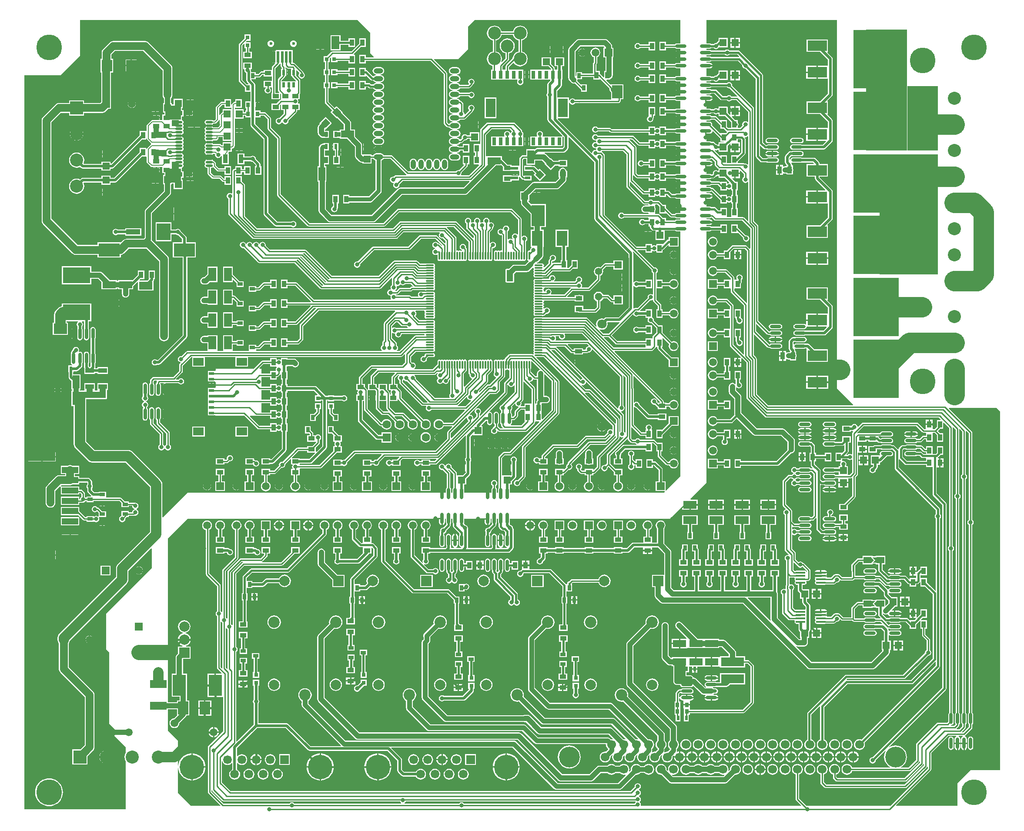
<source format=gtl>
G04 Layer_Physical_Order=1*
G04 Layer_Color=255*
%FSLAX24Y24*%
%MOIN*%
G70*
G01*
G75*
%ADD10R,0.1024X0.0532*%
%ADD11R,0.0532X0.1024*%
%ADD12R,0.0217X0.0374*%
%ADD13R,0.2100X0.1230*%
%ADD14R,0.0669X0.0374*%
%ADD15R,0.0551X0.0335*%
%ADD16R,0.0945X0.2559*%
%ADD17O,0.0551X0.0177*%
%ADD18R,0.0532X0.0571*%
%ADD19R,0.0335X0.0512*%
%ADD20R,0.0512X0.0354*%
%ADD21R,0.0571X0.0532*%
%ADD22R,0.0374X0.0669*%
%ADD23R,0.0827X0.0906*%
%ADD24R,0.1063X0.0394*%
%ADD25R,0.1063X0.1299*%
%ADD26R,0.1614X0.1024*%
%ADD27O,0.0236X0.0866*%
%ADD28R,0.0512X0.0335*%
%ADD29R,0.0787X0.0984*%
%ADD30R,0.1500X0.0799*%
%ADD31R,0.3500X0.4500*%
%ADD32O,0.0748X0.0161*%
%ADD33O,0.0866X0.0236*%
%ADD34R,0.0315X0.0315*%
G04:AMPARAMS|DCode=35|XSize=39.4mil|YSize=72.8mil|CornerRadius=19.7mil|HoleSize=0mil|Usage=FLASHONLY|Rotation=90.000|XOffset=0mil|YOffset=0mil|HoleType=Round|Shape=RoundedRectangle|*
%AMROUNDEDRECTD35*
21,1,0.0394,0.0335,0,0,90.0*
21,1,0.0000,0.0728,0,0,90.0*
1,1,0.0394,0.0167,0.0000*
1,1,0.0394,0.0167,0.0000*
1,1,0.0394,-0.0167,0.0000*
1,1,0.0394,-0.0167,0.0000*
%
%ADD35ROUNDEDRECTD35*%
G04:AMPARAMS|DCode=36|XSize=39.4mil|YSize=72.8mil|CornerRadius=19.7mil|HoleSize=0mil|Usage=FLASHONLY|Rotation=180.000|XOffset=0mil|YOffset=0mil|HoleType=Round|Shape=RoundedRectangle|*
%AMROUNDEDRECTD36*
21,1,0.0394,0.0335,0,0,180.0*
21,1,0.0000,0.0728,0,0,180.0*
1,1,0.0394,0.0000,0.0167*
1,1,0.0394,0.0000,0.0167*
1,1,0.0394,0.0000,-0.0167*
1,1,0.0394,0.0000,-0.0167*
%
%ADD36ROUNDEDRECTD36*%
%ADD37R,0.3150X0.3937*%
%ADD38R,0.0591X0.1024*%
%ADD39R,0.0394X0.0236*%
%ADD40R,0.0748X0.1437*%
%ADD41R,0.0315X0.0591*%
%ADD42O,0.0650X0.0118*%
%ADD43O,0.0118X0.0650*%
%ADD44R,0.0591X0.0492*%
%ADD45R,0.1024X0.1614*%
%ADD46R,0.1024X0.0591*%
%ADD47R,0.1260X0.0591*%
%ADD48R,0.0413X0.0236*%
%ADD49R,0.0787X0.0591*%
%ADD50P,0.0724X4X270.0*%
%ADD51R,0.0236X0.0394*%
%ADD52R,0.2087X0.0669*%
%ADD53R,0.1260X0.0472*%
%ADD54R,0.0827X0.1177*%
%ADD55R,0.0315X0.0315*%
%ADD56R,0.0984X0.0787*%
%ADD57R,0.0394X0.0276*%
%ADD58R,0.0276X0.0394*%
%ADD59R,0.0295X0.0374*%
%ADD60R,0.0197X0.0906*%
%ADD61R,0.1772X0.0709*%
%ADD62R,0.0335X0.0551*%
%ADD63C,0.0394*%
%ADD64C,0.0787*%
%ADD65C,0.0100*%
%ADD66C,0.0197*%
%ADD67C,0.0151*%
%ADD68C,0.0354*%
%ADD69C,0.0150*%
%ADD70C,0.0079*%
%ADD71C,0.0206*%
%ADD72C,0.0276*%
%ADD73C,0.0315*%
%ADD74C,0.0591*%
%ADD75C,0.1575*%
%ADD76C,0.1181*%
%ADD77R,0.0400X0.0250*%
%ADD78R,0.2050X0.0500*%
%ADD79R,0.0500X0.0400*%
%ADD80R,0.0850X0.1250*%
%ADD81R,0.0539X0.0550*%
%ADD82R,0.1200X0.1050*%
%ADD83R,0.0539X0.0500*%
%ADD84R,0.1200X0.1100*%
%ADD85R,0.0600X0.0500*%
%ADD86R,0.0400X0.1000*%
%ADD87R,0.2362X0.4921*%
%ADD88R,0.3150X0.9252*%
%ADD89R,0.3500X0.4300*%
%ADD90R,0.0500X0.0500*%
%ADD91R,0.1000X0.0500*%
%ADD92R,0.0450X0.0350*%
%ADD93R,0.4500X0.9200*%
%ADD94R,0.3900X0.4800*%
%ADD95R,0.0900X0.4400*%
%ADD96R,0.0500X0.0900*%
%ADD97R,0.0850X0.0850*%
%ADD98R,0.0300X0.0350*%
%ADD99R,0.0591X0.0591*%
%ADD100C,0.0591*%
%ADD101C,0.1000*%
%ADD102R,0.1000X0.1000*%
%ADD103C,0.0787*%
%ADD104C,0.0866*%
%ADD105C,0.1969*%
%ADD106R,0.0787X0.0787*%
%ADD107R,0.0591X0.0591*%
%ADD108R,0.1000X0.1000*%
%ADD109C,0.0984*%
%ADD110C,0.0709*%
%ADD111R,0.0787X0.0787*%
%ADD112C,0.0630*%
%ADD113R,0.0630X0.0630*%
%ADD114C,0.0551*%
%ADD115P,0.0597X8X112.5*%
%ADD116C,0.1874*%
%ADD117R,0.0665X0.0665*%
%ADD118C,0.0665*%
%ADD119C,0.1594*%
%ADD120C,0.0669*%
%ADD121C,0.0236*%
%ADD122C,0.0315*%
%ADD123C,0.1181*%
G36*
X58000Y28250D02*
X59258Y26992D01*
X59239Y26945D01*
X52749D01*
X51867Y27826D01*
Y30522D01*
X51857Y30572D01*
X51829Y30615D01*
X51631Y30813D01*
Y32385D01*
X51677Y32404D01*
X52674Y31407D01*
X52717Y31379D01*
X52767Y31369D01*
X52841D01*
X52848Y31358D01*
X52913Y31315D01*
X52990Y31299D01*
X53620D01*
X53697Y31315D01*
X53762Y31358D01*
X53806Y31423D01*
X53821Y31500D01*
X53806Y31577D01*
X53762Y31642D01*
X53697Y31685D01*
X53620Y31701D01*
X52990D01*
X52913Y31685D01*
X52848Y31642D01*
X52799Y31654D01*
X51810Y32643D01*
Y33189D01*
X51856Y33208D01*
X52657Y32407D01*
X52700Y32379D01*
X52750Y32369D01*
X52841D01*
X52848Y32358D01*
X52913Y32315D01*
X52990Y32299D01*
X53620D01*
X53697Y32315D01*
X53762Y32358D01*
X53806Y32423D01*
X53821Y32500D01*
X53806Y32577D01*
X53762Y32642D01*
X53697Y32685D01*
X53620Y32701D01*
X52990D01*
X52913Y32685D01*
X52848Y32642D01*
X52796Y32640D01*
X51989Y33447D01*
Y40709D01*
X51979Y40759D01*
X51950Y40802D01*
X51660Y41092D01*
Y49721D01*
X51650Y49771D01*
X51622Y49814D01*
X49982Y51454D01*
X49991Y51500D01*
X49973Y51592D01*
X49920Y51670D01*
X49842Y51723D01*
X49750Y51741D01*
X49658Y51723D01*
X49580Y51670D01*
X49571Y51657D01*
X48379D01*
X48337Y51685D01*
X48260Y51701D01*
X48000D01*
Y51799D01*
X48260D01*
X48337Y51815D01*
X48379Y51843D01*
X48571D01*
X48580Y51830D01*
X48658Y51777D01*
X48750Y51759D01*
X48842Y51777D01*
X48920Y51830D01*
X48958Y51886D01*
X49632D01*
Y52614D01*
X48943D01*
Y52396D01*
X48940Y52395D01*
X48889Y52361D01*
X48765Y52238D01*
X48750Y52241D01*
X48658Y52223D01*
X48580Y52170D01*
X48571Y52157D01*
X48379D01*
X48337Y52185D01*
X48260Y52201D01*
X48000D01*
Y52778D01*
X48260D01*
X48345Y52795D01*
X48417Y52843D01*
X48465Y52915D01*
X48472Y52950D01*
X47945D01*
Y53050D01*
X48472D01*
X48465Y53085D01*
X48417Y53157D01*
X48345Y53205D01*
X48260Y53222D01*
X48000D01*
Y53299D01*
X48260D01*
X48337Y53315D01*
X48379Y53343D01*
X50435D01*
X50762Y53015D01*
X50759Y53000D01*
X50777Y52908D01*
X50830Y52830D01*
X50908Y52777D01*
X51000Y52759D01*
X51015Y52762D01*
X51793Y51985D01*
Y46050D01*
X51805Y45990D01*
X51839Y45939D01*
X52139Y45639D01*
X52190Y45605D01*
X52250Y45593D01*
X52621D01*
X52663Y45565D01*
X52740Y45549D01*
X53370D01*
X53447Y45565D01*
X53512Y45608D01*
X53556Y45673D01*
X53571Y45750D01*
X53556Y45827D01*
X53512Y45892D01*
X53447Y45935D01*
X53370Y45951D01*
X52740D01*
X52663Y45935D01*
X52621Y45907D01*
X52315D01*
X52107Y46115D01*
Y46855D01*
X52154Y46874D01*
X52389Y46639D01*
X52440Y46605D01*
X52500Y46593D01*
X52621D01*
X52663Y46565D01*
X52740Y46549D01*
X53370D01*
X53447Y46565D01*
X53512Y46608D01*
X53556Y46673D01*
X53571Y46750D01*
X53556Y46827D01*
X53512Y46892D01*
X53447Y46935D01*
X53370Y46951D01*
X52740D01*
X52663Y46935D01*
X52621Y46907D01*
X52565D01*
X52337Y47135D01*
Y52261D01*
X52325Y52321D01*
X52291Y52372D01*
X50552Y54111D01*
X50501Y54145D01*
X50441Y54157D01*
X49779D01*
X49770Y54170D01*
X49692Y54223D01*
X49600Y54241D01*
X49508Y54223D01*
X49430Y54170D01*
X49421Y54157D01*
X48379D01*
X48337Y54185D01*
X48260Y54201D01*
X48000D01*
Y54299D01*
X48260D01*
X48337Y54315D01*
X48379Y54343D01*
X48571D01*
X48580Y54330D01*
X48658Y54277D01*
X48750Y54259D01*
X48842Y54277D01*
X48920Y54330D01*
X48958Y54386D01*
X49632D01*
Y55114D01*
X48943D01*
Y54896D01*
X48940Y54895D01*
X48889Y54861D01*
X48765Y54738D01*
X48750Y54741D01*
X48658Y54723D01*
X48580Y54670D01*
X48571Y54657D01*
X48379D01*
X48337Y54685D01*
X48260Y54701D01*
X48000D01*
Y56500D01*
X58000D01*
Y28250D01*
D02*
G37*
G36*
X50513Y53706D02*
X50506Y53680D01*
X50490Y53657D01*
X48379D01*
X48337Y53685D01*
X48260Y53701D01*
X48000D01*
Y53799D01*
X48260D01*
X48337Y53815D01*
X48379Y53843D01*
X49421D01*
X49430Y53830D01*
X49508Y53777D01*
X49600Y53759D01*
X49692Y53777D01*
X49770Y53830D01*
X49779Y53843D01*
X50376D01*
X50513Y53706D01*
D02*
G37*
G36*
X46000Y54701D02*
X45740D01*
X45663Y54685D01*
X45598Y54642D01*
X45591Y54631D01*
X44909D01*
Y54835D01*
X44417D01*
Y54165D01*
X44909D01*
Y54369D01*
X45591D01*
X45598Y54358D01*
X45663Y54315D01*
X45740Y54299D01*
X46000D01*
Y54120D01*
X45740D01*
X45694Y54111D01*
X45655Y54085D01*
X45632Y54050D01*
X46055D01*
Y53950D01*
X45632D01*
X45655Y53915D01*
X45694Y53889D01*
X45740Y53880D01*
X46000D01*
Y53620D01*
X45740D01*
X45694Y53611D01*
X45655Y53585D01*
X45632Y53550D01*
X46055D01*
Y53450D01*
X45632D01*
X45655Y53415D01*
X45694Y53389D01*
X45740Y53380D01*
X46000D01*
Y53201D01*
X45740D01*
X45663Y53185D01*
X45598Y53142D01*
X45591Y53131D01*
X44909D01*
Y53335D01*
X44417D01*
Y52665D01*
X44909D01*
Y52869D01*
X45591D01*
X45598Y52858D01*
X45663Y52815D01*
X45740Y52799D01*
X46000D01*
Y52201D01*
X45740D01*
X45663Y52185D01*
X45598Y52142D01*
X45591Y52131D01*
X44909D01*
Y52335D01*
X44417D01*
Y51665D01*
X44909D01*
Y51869D01*
X45591D01*
X45598Y51858D01*
X45663Y51815D01*
X45740Y51799D01*
X46000D01*
Y51620D01*
X45740D01*
X45694Y51611D01*
X45655Y51585D01*
X45632Y51550D01*
X46055D01*
Y51450D01*
X45632D01*
X45655Y51415D01*
X45694Y51389D01*
X45740Y51380D01*
X46000D01*
Y51120D01*
X45740D01*
X45694Y51111D01*
X45655Y51085D01*
X45632Y51050D01*
X46055D01*
Y50950D01*
X45632D01*
X45655Y50915D01*
X45694Y50889D01*
X45740Y50880D01*
X46000D01*
Y50701D01*
X45740D01*
X45663Y50685D01*
X45598Y50642D01*
X45591Y50631D01*
X44909D01*
Y50835D01*
X44417D01*
Y50165D01*
X44909D01*
Y50369D01*
X45591D01*
X45598Y50358D01*
X45663Y50315D01*
X45740Y50299D01*
X46000D01*
Y49701D01*
X45740D01*
X45663Y49685D01*
X45621Y49657D01*
X44909D01*
Y49835D01*
X44417D01*
Y49165D01*
X44909D01*
Y49343D01*
X45621D01*
X45663Y49315D01*
X45740Y49299D01*
X46000D01*
Y49120D01*
X45740D01*
X45694Y49111D01*
X45655Y49085D01*
X45632Y49050D01*
X46055D01*
Y48950D01*
X45632D01*
X45655Y48915D01*
X45694Y48889D01*
X45740Y48880D01*
X46000D01*
Y48620D01*
X45740D01*
X45694Y48611D01*
X45655Y48585D01*
X45632Y48550D01*
X46055D01*
Y48450D01*
X45632D01*
X45655Y48415D01*
X45694Y48389D01*
X45740Y48380D01*
X46000D01*
Y48201D01*
X45740D01*
X45663Y48185D01*
X45621Y48157D01*
X44909D01*
Y48335D01*
X44417D01*
Y48225D01*
X44373Y48202D01*
X44342Y48223D01*
X44250Y48241D01*
X44158Y48223D01*
X44127Y48202D01*
X44083Y48225D01*
Y48335D01*
X43591D01*
Y48131D01*
X40754D01*
X40693Y48193D01*
X40650Y48221D01*
X40600Y48231D01*
X39696D01*
X39670Y48270D01*
X39592Y48323D01*
X39500Y48341D01*
X39408Y48323D01*
X39330Y48270D01*
X39277Y48192D01*
X39259Y48100D01*
X39277Y48008D01*
X39330Y47930D01*
X39408Y47877D01*
X39500Y47859D01*
X39592Y47877D01*
X39670Y47930D01*
X39696Y47969D01*
X40546D01*
X40607Y47907D01*
X40650Y47879D01*
X40700Y47869D01*
X43591D01*
Y47665D01*
X44083D01*
Y47775D01*
X44127Y47798D01*
X44158Y47777D01*
X44250Y47759D01*
X44342Y47777D01*
X44373Y47798D01*
X44417Y47775D01*
Y47665D01*
X44909D01*
Y47843D01*
X45621D01*
X45663Y47815D01*
X45740Y47799D01*
X46000D01*
Y47201D01*
X45740D01*
X45663Y47185D01*
X45621Y47157D01*
X44909D01*
Y47335D01*
X44417D01*
Y47225D01*
X44373Y47202D01*
X44342Y47223D01*
X44250Y47241D01*
X44158Y47223D01*
X44127Y47202D01*
X44083Y47225D01*
Y47335D01*
X43591D01*
Y47131D01*
X42904D01*
X42443Y47593D01*
X42400Y47621D01*
X42350Y47631D01*
X42300Y47621D01*
X42250Y47631D01*
X39696D01*
X39670Y47670D01*
X39592Y47723D01*
X39500Y47741D01*
X39408Y47723D01*
X39330Y47670D01*
X39277Y47592D01*
X39259Y47500D01*
X39277Y47408D01*
X39330Y47330D01*
X39408Y47277D01*
X39500Y47259D01*
X39530Y47265D01*
X39565Y47230D01*
X39559Y47200D01*
X39565Y47170D01*
X39530Y47135D01*
X39500Y47141D01*
X39408Y47123D01*
X39330Y47070D01*
X39277Y46992D01*
X39259Y46900D01*
X39277Y46808D01*
X39330Y46730D01*
X39408Y46677D01*
X39500Y46659D01*
X39530Y46665D01*
X39565Y46630D01*
X39559Y46600D01*
X39565Y46570D01*
X39530Y46535D01*
X39500Y46541D01*
X39408Y46523D01*
X39330Y46470D01*
X39277Y46392D01*
X39264Y46322D01*
X39211Y46304D01*
X36613Y48903D01*
X36633Y48953D01*
X37478D01*
Y50149D01*
X37527Y50158D01*
X37580Y50080D01*
X37658Y50027D01*
X37750Y50009D01*
X37842Y50027D01*
X37920Y50080D01*
X37946Y50119D01*
X38210D01*
X38250Y50111D01*
X38290Y50119D01*
X41250D01*
X41300Y50129D01*
X41343Y50157D01*
X41420Y50234D01*
X41448Y50277D01*
X41458Y50327D01*
Y50429D01*
X41649D01*
Y51571D01*
X40704D01*
Y51571D01*
X40664Y51554D01*
X40349Y51869D01*
X40368Y51915D01*
X40659D01*
Y51992D01*
X40700Y52009D01*
X40758Y52053D01*
X40802Y52111D01*
X40830Y52178D01*
X40839Y52250D01*
Y53626D01*
X40874D01*
Y54374D01*
X40778D01*
Y54500D01*
X40768Y54572D01*
X40741Y54639D01*
X40697Y54697D01*
X40447Y54947D01*
X40389Y54991D01*
X40322Y55019D01*
X40250Y55028D01*
X38250D01*
X38178Y55019D01*
X38111Y54991D01*
X38053Y54947D01*
X37503Y54397D01*
X37459Y54339D01*
X37431Y54272D01*
X37422Y54200D01*
Y52048D01*
X37431Y51976D01*
X37459Y51909D01*
X37503Y51852D01*
X37652Y51702D01*
X37710Y51658D01*
X37777Y51631D01*
X37849Y51621D01*
X37921Y51631D01*
X37929Y51634D01*
X38378Y51185D01*
X38407Y51165D01*
Y51002D01*
X38841D01*
Y51553D01*
X38407D01*
X38407Y51553D01*
Y51553D01*
X38364Y51570D01*
X38114Y51819D01*
X38118Y51827D01*
X38127Y51899D01*
X38126Y51909D01*
X38159Y51947D01*
X38467D01*
Y52119D01*
X39341D01*
Y51915D01*
X39833D01*
Y51948D01*
X39879Y51968D01*
X40597Y51249D01*
Y51121D01*
X40607Y51071D01*
X40636Y51028D01*
X40704Y50960D01*
Y50429D01*
X40704D01*
X40699Y50381D01*
X38258D01*
X38250Y50380D01*
X38242Y50381D01*
X37946D01*
X37920Y50420D01*
X37842Y50473D01*
X37750Y50491D01*
X37658Y50473D01*
X37580Y50420D01*
X37527Y50342D01*
X37478Y50351D01*
Y50547D01*
X36581D01*
Y51075D01*
X36878Y51372D01*
X36917Y51431D01*
X36931Y51500D01*
Y51935D01*
X36986D01*
Y52683D01*
X36931D01*
Y52943D01*
X37114D01*
Y53632D01*
X36386D01*
Y52943D01*
X36569D01*
Y52683D01*
X36514D01*
Y52683D01*
X36486D01*
Y52683D01*
X36381D01*
Y52787D01*
X36371Y52838D01*
X36343Y52880D01*
X36114Y53109D01*
Y53632D01*
X35386D01*
Y52943D01*
X35909D01*
X36119Y52733D01*
X36119Y52683D01*
X36000Y52683D01*
X35964Y52683D01*
X35536D01*
X35500Y52683D01*
X35464Y52683D01*
X35036D01*
X35000Y52683D01*
X34964Y52683D01*
X34514D01*
Y51935D01*
X34964D01*
X35000Y51935D01*
X35036Y51935D01*
X35464D01*
X35500Y51935D01*
X35536Y51935D01*
X36034D01*
X36052Y51917D01*
Y51857D01*
X35872Y51678D01*
X35833Y51619D01*
X35819Y51550D01*
Y50905D01*
X35777Y50842D01*
X35759Y50750D01*
X35777Y50658D01*
X35819Y50595D01*
Y48850D01*
X35833Y48781D01*
X35872Y48722D01*
X36980Y47615D01*
X36959Y47565D01*
X36948Y47565D01*
X36948Y47565D01*
X36948Y47565D01*
X36536D01*
X36500Y47565D01*
X36464Y47565D01*
X36036D01*
X36000Y47565D01*
X35964Y47565D01*
X35536D01*
X35514Y47565D01*
X35471D01*
X35444Y47615D01*
X35473Y47658D01*
X35491Y47750D01*
X35473Y47842D01*
X35420Y47920D01*
X35342Y47973D01*
X35250Y47991D01*
X35158Y47973D01*
X35080Y47920D01*
X35027Y47842D01*
X35009Y47750D01*
X35027Y47658D01*
X35056Y47615D01*
X35029Y47565D01*
X35000D01*
X34964Y47565D01*
X34514D01*
Y46817D01*
X34964D01*
X35000Y46817D01*
X35036Y46817D01*
X35464D01*
X35500Y46817D01*
X35536Y46817D01*
X35964D01*
X36000Y46817D01*
X36036Y46817D01*
X36464D01*
X36500Y46817D01*
X36536Y46817D01*
X36986D01*
X36986Y47526D01*
Y47527D01*
Y47527D01*
X36986Y47538D01*
X37004Y47545D01*
X37036Y47558D01*
X37069Y47525D01*
Y46775D01*
X36975Y46681D01*
X35049D01*
X34980Y46667D01*
X34921Y46628D01*
X34884Y46591D01*
X34204D01*
Y46131D01*
X33950D01*
X33900Y46121D01*
X33857Y46093D01*
X33707Y45943D01*
X33679Y45900D01*
X33669Y45850D01*
Y45364D01*
X33653Y45321D01*
X33619Y45321D01*
X33102D01*
X33085Y45364D01*
Y45409D01*
X32759D01*
X32342Y45827D01*
X32341Y45828D01*
Y46043D01*
X31159D01*
X31118Y46064D01*
Y47682D01*
X31554Y48119D01*
X32946D01*
X33090Y47974D01*
X33086Y47924D01*
X33080Y47920D01*
X33027Y47842D01*
X33025Y47832D01*
X32975D01*
X32973Y47842D01*
X32920Y47920D01*
X32842Y47973D01*
X32750Y47991D01*
X32658Y47973D01*
X32580Y47920D01*
X32527Y47842D01*
X32509Y47750D01*
X32527Y47658D01*
X32556Y47615D01*
X32529Y47565D01*
X32500D01*
X32464Y47565D01*
X32036D01*
X32000Y47565D01*
X31964Y47565D01*
X31514D01*
Y46817D01*
X31964D01*
X32000Y46817D01*
X32036Y46817D01*
X32464D01*
X32500Y46817D01*
X32536Y46817D01*
X32964D01*
X33000Y46817D01*
X33036Y46817D01*
X33486D01*
Y46817D01*
X33514D01*
Y46817D01*
X33986D01*
Y47565D01*
X33971D01*
X33944Y47615D01*
X33973Y47658D01*
X33991Y47750D01*
X33973Y47842D01*
X33920Y47920D01*
X33881Y47946D01*
Y48000D01*
X33871Y48050D01*
X33843Y48093D01*
X33343Y48593D01*
X33300Y48621D01*
X33250Y48631D01*
X31250D01*
X31200Y48621D01*
X31157Y48593D01*
X30707Y48143D01*
X30679Y48100D01*
X30669Y48050D01*
Y47031D01*
X30659Y46985D01*
X30167D01*
Y46315D01*
X30282D01*
Y46085D01*
X30167D01*
Y45415D01*
X30564D01*
X30584Y45369D01*
X29809Y44595D01*
X29234D01*
X29210Y44639D01*
X29223Y44658D01*
X29241Y44750D01*
X29232Y44796D01*
X29679Y45244D01*
X29708Y45286D01*
X29718Y45337D01*
Y45415D01*
X29833D01*
Y46085D01*
X29341D01*
Y45415D01*
X29409D01*
X29430Y45365D01*
X29046Y44982D01*
X29000Y44991D01*
X28908Y44973D01*
X28830Y44920D01*
X28804Y44881D01*
X25154D01*
X23943Y46093D01*
X23900Y46121D01*
X23850Y46131D01*
X23284D01*
X23281Y46139D01*
X23237Y46197D01*
X23179Y46241D01*
X23112Y46269D01*
X23040Y46278D01*
X22706D01*
X22634Y46269D01*
X22567Y46241D01*
X22509Y46197D01*
X22465Y46139D01*
X22462Y46131D01*
X22364D01*
Y46182D01*
X21661D01*
X21628Y46215D01*
Y46899D01*
X21618Y46971D01*
X21591Y47038D01*
X21547Y47095D01*
X21091Y47551D01*
Y48093D01*
X20778D01*
Y48585D01*
X20768Y48657D01*
X20741Y48724D01*
X20697Y48782D01*
X20101Y49378D01*
X20141Y49418D01*
X19668Y49891D01*
X19524Y49747D01*
X19036Y50235D01*
Y51264D01*
X19141D01*
Y51736D01*
X19036D01*
Y52264D01*
X19141D01*
Y52736D01*
X19036D01*
Y53264D01*
X19141D01*
Y53551D01*
X19213Y53623D01*
X19259Y53603D01*
Y53264D01*
X19732D01*
Y53369D01*
X20591D01*
Y53165D01*
X21083D01*
Y53835D01*
X21004D01*
X20984Y53885D01*
X21514Y54415D01*
X21909D01*
Y55085D01*
X21417D01*
Y54690D01*
X21125Y54398D01*
X21083Y54426D01*
X21083Y54461D01*
Y55085D01*
X20591D01*
Y54907D01*
X19965D01*
Y55341D01*
X19217D01*
Y54159D01*
X19965D01*
Y54593D01*
X20591D01*
Y54415D01*
X21034D01*
X21072Y54415D01*
X21100Y54373D01*
X20809Y54081D01*
X19355D01*
X19304Y54071D01*
X19262Y54043D01*
X18955Y53736D01*
X18669D01*
Y53264D01*
X18773D01*
Y52736D01*
X18669D01*
Y52264D01*
X18773D01*
Y51736D01*
X18669D01*
Y51264D01*
X18773D01*
Y50180D01*
X18783Y50130D01*
X18812Y50088D01*
X19338Y49561D01*
X19194Y49418D01*
X19668Y48944D01*
X19708Y48984D01*
X20222Y48470D01*
Y48093D01*
X19909D01*
Y47980D01*
X19821D01*
Y47998D01*
X19427D01*
Y47447D01*
X19821D01*
Y47470D01*
X19909D01*
Y47404D01*
X20451D01*
X21072Y46784D01*
Y46100D01*
X21082Y46028D01*
X21109Y45961D01*
X21153Y45903D01*
X21416Y45641D01*
X21474Y45597D01*
X21541Y45569D01*
X21613Y45559D01*
X21636D01*
Y45493D01*
X22364D01*
Y45869D01*
X22462D01*
X22465Y45861D01*
X22509Y45803D01*
X22567Y45759D01*
X22634Y45732D01*
X22646Y45730D01*
Y43486D01*
X22150Y42991D01*
X20659D01*
Y43085D01*
X20167D01*
Y42415D01*
X20659D01*
Y42509D01*
X22250D01*
X22342Y42527D01*
X22420Y42580D01*
X23057Y43216D01*
X23109Y43294D01*
X23127Y43387D01*
Y45738D01*
X23179Y45759D01*
X23237Y45803D01*
X23281Y45861D01*
X23284Y45869D01*
X23796D01*
X25007Y44657D01*
X25025Y44645D01*
X25010Y44595D01*
X24214D01*
X24164Y44585D01*
X24121Y44557D01*
X24046Y44482D01*
X24000Y44491D01*
X23908Y44473D01*
X23830Y44420D01*
X23777Y44342D01*
X23759Y44250D01*
X23777Y44158D01*
X23830Y44080D01*
X23908Y44027D01*
X24000Y44009D01*
X24014Y44012D01*
X24044Y43967D01*
X24027Y43942D01*
X24009Y43850D01*
X24027Y43758D01*
X24080Y43680D01*
X24158Y43627D01*
X24250Y43609D01*
X24342Y43627D01*
X24420Y43680D01*
X24473Y43758D01*
X24491Y43850D01*
X24482Y43896D01*
X24739Y44154D01*
X29845D01*
X29864Y44108D01*
X29407Y43650D01*
X24572D01*
X24500Y43641D01*
X24433Y43613D01*
X24375Y43569D01*
X22360Y41553D01*
X19290D01*
X18850Y41993D01*
Y43700D01*
Y44109D01*
X18896D01*
Y45291D01*
X18792D01*
Y45415D01*
X19083D01*
Y46085D01*
X18792D01*
Y46502D01*
X19073D01*
Y47053D01*
X18679D01*
Y47018D01*
X18628D01*
X18535Y47000D01*
X18457Y46948D01*
X18381Y46871D01*
X18329Y46793D01*
X18310Y46701D01*
Y45291D01*
X18207D01*
Y44109D01*
X18294D01*
Y43700D01*
Y41878D01*
X18304Y41806D01*
X18331Y41739D01*
X18375Y41681D01*
X18978Y41078D01*
X19036Y41034D01*
X19103Y41006D01*
X19175Y40997D01*
X22475D01*
X22547Y41006D01*
X22614Y41034D01*
X22672Y41078D01*
X24687Y43094D01*
X29522D01*
X29594Y43104D01*
X29661Y43131D01*
X29719Y43175D01*
X31897Y45354D01*
X32304D01*
X32415Y45243D01*
Y44917D01*
X33085D01*
Y44917D01*
X33102Y44927D01*
X33653Y44927D01*
X33669Y44884D01*
Y44616D01*
X33653Y44573D01*
X33619Y44573D01*
X33102D01*
X33085Y44583D01*
Y44583D01*
X32415D01*
Y44091D01*
X33085D01*
Y44136D01*
X33102Y44179D01*
X33653D01*
Y44448D01*
X33703Y44463D01*
X33707Y44457D01*
X33881Y44283D01*
X33924Y44255D01*
X33974Y44245D01*
X34047D01*
Y44179D01*
X34598D01*
Y44573D01*
X34047D01*
Y44559D01*
X33997Y44539D01*
X33931Y44604D01*
Y45796D01*
X34004Y45869D01*
X34204D01*
Y45409D01*
X34893D01*
Y45722D01*
X35420D01*
X35634Y45508D01*
X35594Y45468D01*
X36068Y44994D01*
X36406Y45333D01*
X36665D01*
Y45267D01*
X37335D01*
Y45759D01*
X36665D01*
Y45694D01*
X36314D01*
X36068Y45941D01*
X36028Y45901D01*
X35732Y46197D01*
X35674Y46241D01*
X35607Y46269D01*
X35601Y46269D01*
X35604Y46319D01*
X37050D01*
X37119Y46333D01*
X37178Y46372D01*
X37378Y46572D01*
X37417Y46631D01*
X37431Y46700D01*
Y47508D01*
X37477Y47528D01*
X39419Y45585D01*
Y41250D01*
X39433Y41181D01*
X39472Y41122D01*
X42047Y38548D01*
Y34481D01*
X41269Y33703D01*
X40336D01*
X40267Y33690D01*
X40208Y33651D01*
X40151Y33593D01*
X40113Y33609D01*
X40000Y33624D01*
X39887Y33609D01*
X39782Y33565D01*
X39691Y33496D01*
X39622Y33405D01*
X39578Y33300D01*
X39563Y33187D01*
X39578Y33074D01*
X39601Y33020D01*
X39558Y32991D01*
X38896Y33654D01*
X38853Y33682D01*
X38803Y33692D01*
X35520D01*
X35512Y33703D01*
X35161D01*
X34840D01*
X34841Y33697D01*
X34821Y33672D01*
X34796Y33656D01*
X34765Y33610D01*
X34755Y33556D01*
X34765Y33503D01*
X34795Y33458D01*
X34765Y33413D01*
X34755Y33359D01*
X34765Y33306D01*
X34795Y33261D01*
X34765Y33216D01*
X34755Y33163D01*
X34765Y33109D01*
X34795Y33064D01*
X34765Y33020D01*
X34755Y32966D01*
X34765Y32912D01*
X34795Y32867D01*
X34765Y32823D01*
X34755Y32769D01*
X34765Y32715D01*
X34795Y32670D01*
X34765Y32626D01*
X34755Y32572D01*
X34765Y32518D01*
X34795Y32474D01*
X34765Y32429D01*
X34755Y32375D01*
X34765Y32321D01*
X34795Y32277D01*
X34765Y32232D01*
X34755Y32178D01*
X34765Y32125D01*
X34795Y32080D01*
X34765Y32035D01*
X34755Y31981D01*
X34765Y31928D01*
X34795Y31883D01*
X34765Y31838D01*
X34755Y31785D01*
X34765Y31731D01*
X34795Y31686D01*
X34765Y31642D01*
X34755Y31588D01*
X34765Y31534D01*
X34795Y31489D01*
X34765Y31445D01*
X34755Y31391D01*
X34765Y31337D01*
X34795Y31293D01*
X34765Y31248D01*
X34755Y31194D01*
X34765Y31140D01*
X34795Y31096D01*
X34765Y31051D01*
X34755Y30997D01*
X34765Y30943D01*
X34780Y30921D01*
X34761Y30879D01*
X34710Y30867D01*
X34703Y30871D01*
X34653Y30881D01*
X32949D01*
X32898Y30871D01*
X32856Y30843D01*
X32577Y30564D01*
X32549Y30522D01*
X32546Y30509D01*
X32542Y30503D01*
X32492Y30473D01*
X32490Y30473D01*
X32464Y30478D01*
X32410Y30468D01*
X32366Y30438D01*
X32321Y30468D01*
X32267Y30478D01*
X32214Y30468D01*
X32169Y30438D01*
X32124Y30468D01*
X32070Y30478D01*
X32017Y30468D01*
X31972Y30438D01*
X31927Y30468D01*
X31874Y30478D01*
X31820Y30468D01*
X31774Y30437D01*
X31758Y30412D01*
X31733Y30392D01*
X31727Y30393D01*
Y30072D01*
Y29726D01*
X31742Y29716D01*
Y29464D01*
X31727Y29442D01*
X31709Y29350D01*
X31727Y29258D01*
X31780Y29180D01*
X31858Y29127D01*
X31880Y29123D01*
X31894Y29075D01*
X31379Y28560D01*
X31276D01*
X31226Y28550D01*
X31183Y28522D01*
X30634Y27973D01*
X30590Y27996D01*
X30591Y28000D01*
X30582Y28046D01*
X31233Y28697D01*
X31261Y28740D01*
X31271Y28790D01*
Y29258D01*
X31564Y29550D01*
X31592Y29593D01*
X31602Y29643D01*
Y29718D01*
X31627Y29738D01*
Y30072D01*
Y30393D01*
X31620Y30392D01*
X31596Y30412D01*
X31579Y30437D01*
X31534Y30468D01*
X31480Y30478D01*
X31426Y30468D01*
X31381Y30438D01*
X31337Y30468D01*
X31283Y30478D01*
X31229Y30468D01*
X31185Y30438D01*
X31140Y30468D01*
X31086Y30478D01*
X31032Y30468D01*
X30988Y30438D01*
X30943Y30468D01*
X30889Y30478D01*
X30836Y30468D01*
X30791Y30438D01*
X30746Y30468D01*
X30693Y30478D01*
X30639Y30468D01*
X30594Y30438D01*
X30549Y30468D01*
X30496Y30478D01*
X30442Y30468D01*
X30397Y30438D01*
X30353Y30468D01*
X30299Y30478D01*
X30245Y30468D01*
X30200Y30438D01*
X30156Y30468D01*
X30102Y30478D01*
X30048Y30468D01*
X30004Y30438D01*
X29959Y30468D01*
X29905Y30478D01*
X29851Y30468D01*
X29806Y30437D01*
X29789Y30412D01*
X29765Y30392D01*
X29758Y30393D01*
Y30072D01*
Y29726D01*
X29774Y29716D01*
Y29445D01*
X29784Y29395D01*
X29812Y29352D01*
X29868Y29296D01*
X29859Y29250D01*
X29877Y29158D01*
X29930Y29080D01*
X30008Y29027D01*
X30030Y29023D01*
X30044Y28975D01*
X29467Y28398D01*
X29417Y28419D01*
Y29382D01*
X29604Y29569D01*
X29633Y29611D01*
X29643Y29661D01*
Y29716D01*
X29658Y29726D01*
Y30072D01*
Y30393D01*
X29652Y30392D01*
X29627Y30412D01*
X29611Y30437D01*
X29565Y30468D01*
X29511Y30478D01*
X29458Y30468D01*
X29413Y30438D01*
X29368Y30468D01*
X29315Y30478D01*
X29261Y30468D01*
X29216Y30438D01*
X29171Y30468D01*
X29118Y30478D01*
X29064Y30468D01*
X29019Y30438D01*
X28975Y30468D01*
X28921Y30478D01*
X28867Y30468D01*
X28822Y30438D01*
X28778Y30468D01*
X28724Y30478D01*
X28670Y30468D01*
X28626Y30438D01*
X28581Y30468D01*
X28527Y30478D01*
X28473Y30468D01*
X28429Y30438D01*
X28384Y30468D01*
X28330Y30478D01*
X28277Y30468D01*
X28232Y30438D01*
X28187Y30468D01*
X28133Y30478D01*
X28080Y30468D01*
X28035Y30438D01*
X27990Y30468D01*
X27937Y30478D01*
X27883Y30468D01*
X27838Y30438D01*
X27794Y30468D01*
X27740Y30478D01*
X27686Y30468D01*
X27641Y30438D01*
X27597Y30468D01*
X27543Y30478D01*
X27489Y30468D01*
X27444Y30437D01*
X27413Y30392D01*
X27402Y30338D01*
Y30110D01*
X27024Y29731D01*
X25635D01*
X25627Y29741D01*
X25638Y29808D01*
X25670Y29830D01*
X25723Y29908D01*
X25741Y30000D01*
X25723Y30092D01*
X25670Y30170D01*
X25592Y30223D01*
X25500Y30241D01*
X25454Y30232D01*
X25381Y30304D01*
Y30696D01*
X25748Y31063D01*
X26459D01*
X26469Y31047D01*
X26815D01*
X27135D01*
X27135Y31054D01*
X27155Y31078D01*
X27180Y31095D01*
X27210Y31140D01*
X27221Y31194D01*
X27210Y31248D01*
X27180Y31293D01*
X27210Y31337D01*
X27221Y31391D01*
X27210Y31445D01*
X27180Y31489D01*
X27210Y31534D01*
X27221Y31588D01*
X27210Y31642D01*
X27180Y31686D01*
X27210Y31731D01*
X27221Y31785D01*
X27210Y31838D01*
X27180Y31883D01*
X27210Y31928D01*
X27221Y31981D01*
X27210Y32035D01*
X27180Y32080D01*
X27210Y32125D01*
X27221Y32178D01*
X27210Y32232D01*
X27180Y32277D01*
X27210Y32321D01*
X27221Y32375D01*
X27210Y32429D01*
X27180Y32474D01*
X27210Y32518D01*
X27221Y32572D01*
X27210Y32626D01*
X27180Y32670D01*
X27210Y32715D01*
X27221Y32769D01*
X27210Y32823D01*
X27180Y32867D01*
X27210Y32912D01*
X27221Y32966D01*
X27210Y33020D01*
X27180Y33064D01*
X27210Y33109D01*
X27221Y33163D01*
X27210Y33216D01*
X27180Y33261D01*
X27210Y33306D01*
X27221Y33359D01*
X27210Y33413D01*
X27180Y33459D01*
X27155Y33475D01*
X27135Y33500D01*
X27135Y33506D01*
X26815D01*
X26463D01*
X26456Y33495D01*
X25993D01*
X25711Y33777D01*
X25716Y33827D01*
X25720Y33830D01*
X25773Y33908D01*
X25791Y34000D01*
X25773Y34092D01*
X25722Y34167D01*
X25730Y34203D01*
X25735Y34217D01*
X26375D01*
X26412Y34167D01*
X26408Y34147D01*
X26419Y34093D01*
X26449Y34048D01*
X26419Y34004D01*
X26408Y33950D01*
X26419Y33896D01*
X26449Y33852D01*
X26419Y33807D01*
X26408Y33753D01*
X26419Y33699D01*
X26449Y33654D01*
X26474Y33637D01*
X26494Y33613D01*
X26494Y33606D01*
X26815D01*
X27135D01*
X27135Y33613D01*
X27155Y33637D01*
X27180Y33654D01*
X27210Y33699D01*
X27221Y33753D01*
X27210Y33807D01*
X27180Y33852D01*
X27210Y33896D01*
X27221Y33950D01*
X27210Y34004D01*
X27180Y34048D01*
X27210Y34093D01*
X27221Y34147D01*
X27210Y34201D01*
X27180Y34245D01*
X27210Y34290D01*
X27221Y34344D01*
X27210Y34397D01*
X27180Y34442D01*
X27210Y34487D01*
X27221Y34541D01*
X27210Y34594D01*
X27180Y34639D01*
X27210Y34684D01*
X27221Y34737D01*
X27210Y34791D01*
X27180Y34836D01*
X27210Y34880D01*
X27221Y34934D01*
X27210Y34988D01*
X27180Y35033D01*
X27210Y35077D01*
X27221Y35131D01*
X27210Y35185D01*
X27180Y35230D01*
X27210Y35274D01*
X27221Y35328D01*
X27210Y35382D01*
X27180Y35426D01*
X27210Y35471D01*
X27221Y35525D01*
X27210Y35579D01*
X27180Y35624D01*
X27155Y35641D01*
X27135Y35665D01*
X27135Y35672D01*
X26815D01*
X26463D01*
X26456Y35661D01*
X26260D01*
X26242Y35673D01*
X26150Y35691D01*
X26058Y35673D01*
X25980Y35620D01*
X25927Y35542D01*
X25909Y35450D01*
X25927Y35358D01*
X25949Y35325D01*
X25926Y35281D01*
X25404D01*
X25343Y35343D01*
X25300Y35371D01*
X25250Y35381D01*
X24252D01*
X24222Y35421D01*
X24226Y35442D01*
X24234Y35469D01*
X24300D01*
X24350Y35479D01*
X24393Y35507D01*
X24568Y35683D01*
X25335D01*
X25385Y35693D01*
X25428Y35721D01*
X25499Y35792D01*
X26463D01*
X26476Y35772D01*
X26815D01*
X27135D01*
X27135Y35778D01*
X27155Y35803D01*
X27180Y35819D01*
X27210Y35865D01*
X27221Y35919D01*
X27210Y35972D01*
X27180Y36017D01*
X27210Y36062D01*
X27221Y36115D01*
X27210Y36169D01*
X27180Y36214D01*
X27210Y36258D01*
X27221Y36312D01*
X27210Y36366D01*
X27180Y36411D01*
X27210Y36455D01*
X27221Y36509D01*
X27210Y36563D01*
X27180Y36607D01*
X27210Y36652D01*
X27221Y36706D01*
X27210Y36760D01*
X27180Y36804D01*
X27210Y36849D01*
X27221Y36903D01*
X27210Y36957D01*
X27180Y37001D01*
X27210Y37046D01*
X27221Y37100D01*
X27210Y37153D01*
X27180Y37198D01*
X27210Y37243D01*
X27221Y37296D01*
X27210Y37350D01*
X27180Y37395D01*
X27210Y37440D01*
X27221Y37493D01*
X27210Y37547D01*
X27180Y37592D01*
X27210Y37636D01*
X27221Y37690D01*
X27210Y37744D01*
X27180Y37789D01*
X27134Y37820D01*
X27080Y37831D01*
X26549D01*
X26502Y37821D01*
X26075D01*
X25889Y38008D01*
X25846Y38036D01*
X25796Y38046D01*
X24107D01*
X24056Y38036D01*
X24014Y38008D01*
X22887Y36881D01*
X19304D01*
X17343Y38843D01*
X17300Y38871D01*
X17250Y38881D01*
X14554D01*
X14232Y39204D01*
X14241Y39250D01*
X14223Y39342D01*
X14170Y39420D01*
X14092Y39473D01*
X14000Y39491D01*
X13908Y39473D01*
X13830Y39420D01*
X13777Y39342D01*
X13775Y39332D01*
X13725D01*
X13723Y39342D01*
X13670Y39420D01*
X13592Y39473D01*
X13500Y39491D01*
X13408Y39473D01*
X13330Y39420D01*
X13277Y39342D01*
X13275Y39332D01*
X13225D01*
X13223Y39342D01*
X13170Y39420D01*
X13092Y39473D01*
X13000Y39491D01*
X12908Y39473D01*
X12830Y39420D01*
X12777Y39342D01*
X12775Y39332D01*
X12725D01*
X12723Y39342D01*
X12670Y39420D01*
X12592Y39473D01*
X12500Y39491D01*
X12408Y39473D01*
X12330Y39420D01*
X12277Y39342D01*
X12259Y39250D01*
X12277Y39158D01*
X12330Y39080D01*
X12408Y39027D01*
X12500Y39009D01*
X12546Y39018D01*
X13657Y37907D01*
X13700Y37879D01*
X13750Y37869D01*
X16446D01*
X18407Y35907D01*
X18450Y35879D01*
X18500Y35869D01*
X22950D01*
X23000Y35879D01*
X23043Y35907D01*
X23876Y36740D01*
X23922Y36715D01*
X23919Y36700D01*
Y36196D01*
X23880Y36170D01*
X23827Y36092D01*
X23809Y36000D01*
X23827Y35908D01*
X23844Y35883D01*
X23814Y35838D01*
X23800Y35841D01*
X23708Y35823D01*
X23630Y35770D01*
X23577Y35692D01*
X23559Y35600D01*
X23577Y35508D01*
X23630Y35430D01*
X23708Y35377D01*
X23784Y35362D01*
X23802Y35354D01*
X23822Y35312D01*
X23809Y35250D01*
X23827Y35158D01*
X23853Y35120D01*
X23826Y35070D01*
X17926D01*
X16654Y36343D01*
X16611Y36371D01*
X16561Y36381D01*
X15909D01*
Y36585D01*
X15417D01*
Y35915D01*
X15909D01*
Y36119D01*
X16507D01*
X17706Y34920D01*
X17687Y34873D01*
X15909D01*
Y35085D01*
X15417D01*
Y34415D01*
X15909D01*
Y34611D01*
X17671D01*
X17690Y34565D01*
X16507Y33381D01*
X15909D01*
Y33585D01*
X15417D01*
Y32915D01*
X15909D01*
Y33119D01*
X16561D01*
X16611Y33129D01*
X16654Y33157D01*
X17911Y34414D01*
X18065D01*
X18084Y34368D01*
X16892Y33176D01*
X16864Y33134D01*
X16854Y33083D01*
Y32089D01*
X16646Y31881D01*
X15909D01*
Y32085D01*
X15417D01*
Y31415D01*
X15909D01*
Y31619D01*
X16700D01*
X16750Y31629D01*
X16793Y31657D01*
X17078Y31942D01*
X17106Y31985D01*
X17116Y32035D01*
Y33029D01*
X18304Y34217D01*
X24152D01*
X24160Y34207D01*
X24154Y34143D01*
X23328Y33317D01*
X23300Y33274D01*
X23290Y33224D01*
Y31943D01*
X23207Y31860D01*
X23179Y31817D01*
X23169Y31767D01*
Y31546D01*
X23130Y31520D01*
X23077Y31442D01*
X23059Y31350D01*
X23077Y31258D01*
X23130Y31180D01*
X23159Y31160D01*
X23144Y31110D01*
X13499D01*
X13498Y31159D01*
X13498Y31160D01*
Y31245D01*
X13726D01*
X13776Y31255D01*
X13819Y31283D01*
X14154Y31619D01*
X14591D01*
Y31415D01*
X15083D01*
Y32085D01*
X14591D01*
Y31881D01*
X14100D01*
X14050Y31871D01*
X14007Y31843D01*
X13672Y31507D01*
X13498D01*
Y31593D01*
X12947D01*
Y31160D01*
X12947Y31159D01*
X12946Y31110D01*
X11716D01*
X11715Y31159D01*
X11715Y31160D01*
Y31619D01*
X12002D01*
Y31533D01*
X12553D01*
Y31967D01*
X12002D01*
Y31881D01*
X11715D01*
Y32341D01*
X10967D01*
Y31160D01*
X10967Y31159D01*
X10965Y31110D01*
X10535D01*
X10533Y31159D01*
X10533Y31160D01*
Y32341D01*
X9785D01*
Y32278D01*
X9500D01*
X9428Y32269D01*
X9361Y32241D01*
X9303Y32197D01*
X9259Y32139D01*
X9232Y32072D01*
X9222Y32000D01*
X9232Y31928D01*
X9259Y31861D01*
X9303Y31803D01*
X9361Y31759D01*
X9428Y31732D01*
X9500Y31722D01*
X9785D01*
Y31160D01*
X9785Y31159D01*
X9784Y31110D01*
X8229D01*
X8179Y31100D01*
X8136Y31072D01*
X7796Y30732D01*
X7750Y30741D01*
X7658Y30723D01*
X7580Y30670D01*
X7527Y30592D01*
X7509Y30500D01*
X7527Y30408D01*
X7580Y30330D01*
X7658Y30277D01*
X7711Y30267D01*
X7727Y30213D01*
X7657Y30143D01*
X7629Y30100D01*
X7619Y30050D01*
Y29604D01*
X7146Y29131D01*
X5650D01*
X5600Y29121D01*
X5557Y29093D01*
X5407Y28943D01*
X5379Y28900D01*
X5369Y28850D01*
Y28659D01*
X5358Y28652D01*
X5315Y28587D01*
X5299Y28510D01*
Y27880D01*
X5315Y27803D01*
X5358Y27738D01*
X5423Y27694D01*
X5500Y27679D01*
X5577Y27694D01*
X5642Y27738D01*
X5685Y27803D01*
X5701Y27880D01*
Y28510D01*
X5685Y28587D01*
X5642Y28652D01*
X5631Y28659D01*
Y28796D01*
X5704Y28869D01*
X5897D01*
X5916Y28823D01*
X5907Y28814D01*
X5879Y28771D01*
X5869Y28721D01*
Y28659D01*
X5858Y28652D01*
X5815Y28587D01*
X5799Y28510D01*
Y27880D01*
X5815Y27803D01*
X5858Y27738D01*
X5923Y27694D01*
X6000Y27679D01*
X6077Y27694D01*
X6142Y27738D01*
X6185Y27803D01*
X6201Y27880D01*
Y28510D01*
X6185Y28587D01*
X6164Y28619D01*
X6191Y28669D01*
X6421D01*
X6451Y28622D01*
X6450Y28619D01*
X6415Y28595D01*
X6389Y28556D01*
X6380Y28510D01*
Y28245D01*
X6500D01*
X6620D01*
Y28510D01*
X6611Y28556D01*
X6585Y28595D01*
X6550Y28619D01*
X6549Y28622D01*
X6579Y28669D01*
X7554D01*
X7580Y28630D01*
X7658Y28577D01*
X7750Y28559D01*
X7842Y28577D01*
X7920Y28630D01*
X7973Y28708D01*
X7991Y28800D01*
X7973Y28892D01*
X7920Y28970D01*
X7842Y29023D01*
X7750Y29041D01*
X7658Y29023D01*
X7580Y28970D01*
X7554Y28931D01*
X7382D01*
X7363Y28977D01*
X7843Y29457D01*
X7871Y29500D01*
X7881Y29550D01*
Y29996D01*
X8554Y30669D01*
X8620D01*
Y29926D01*
X9565D01*
Y30669D01*
X11928D01*
Y29926D01*
X12872D01*
Y30669D01*
X24603D01*
X24653Y30679D01*
X24696Y30707D01*
X24869Y30880D01*
X24919Y30860D01*
Y30254D01*
X24676Y30012D01*
X22331D01*
X22280Y30002D01*
X22238Y29973D01*
X21407Y29143D01*
X21379Y29100D01*
X21369Y29050D01*
Y28609D01*
X21165D01*
Y28117D01*
X21275D01*
X21298Y28073D01*
X21277Y28042D01*
X21259Y27950D01*
X21277Y27858D01*
X21294Y27833D01*
X21268Y27783D01*
X21165D01*
Y27291D01*
X21315D01*
Y25800D01*
X21329Y25729D01*
X21369Y25669D01*
X22669Y24369D01*
X22729Y24329D01*
X22800Y24315D01*
X23106D01*
Y24106D01*
X23894D01*
Y24894D01*
X23106D01*
Y24685D01*
X22877D01*
X21685Y25877D01*
Y27291D01*
X21769D01*
Y26650D01*
X21779Y26600D01*
X21807Y26557D01*
X22957Y25407D01*
X23000Y25379D01*
X23050Y25369D01*
X23128D01*
X23156Y25301D01*
X23219Y25219D01*
X23301Y25156D01*
X23397Y25116D01*
X23500Y25103D01*
X23603Y25116D01*
X23699Y25156D01*
X23781Y25219D01*
X23844Y25301D01*
X23884Y25397D01*
X23897Y25500D01*
X23884Y25603D01*
X23844Y25699D01*
X23781Y25781D01*
X23699Y25844D01*
X23603Y25884D01*
X23500Y25897D01*
X23397Y25884D01*
X23301Y25844D01*
X23219Y25781D01*
X23156Y25699D01*
X23141Y25663D01*
X23083Y25653D01*
X22031Y26704D01*
Y28081D01*
X22063Y28115D01*
X22080Y28117D01*
X22608D01*
X22669Y28057D01*
Y27749D01*
X22656Y27704D01*
X22619Y27704D01*
X22450D01*
Y27537D01*
Y27369D01*
X22656Y27369D01*
X22669Y27325D01*
Y26750D01*
X22679Y26700D01*
X22707Y26657D01*
X23107Y26257D01*
X23150Y26229D01*
X23200Y26219D01*
X23596D01*
X24144Y25670D01*
X24116Y25603D01*
X24103Y25500D01*
X24116Y25397D01*
X24156Y25301D01*
X24219Y25219D01*
X24301Y25156D01*
X24397Y25116D01*
X24500Y25103D01*
X24603Y25116D01*
X24699Y25156D01*
X24781Y25219D01*
X24844Y25301D01*
X24884Y25397D01*
X24897Y25500D01*
X24884Y25603D01*
X24844Y25699D01*
X24781Y25781D01*
X24699Y25844D01*
X24603Y25884D01*
X24500Y25897D01*
X24397Y25884D01*
X24330Y25856D01*
X24115Y26071D01*
X24115Y26073D01*
X24138Y26119D01*
X24696D01*
X25144Y25670D01*
X25116Y25603D01*
X25103Y25500D01*
X25116Y25397D01*
X25156Y25301D01*
X25219Y25219D01*
X25301Y25156D01*
X25397Y25116D01*
X25500Y25103D01*
X25603Y25116D01*
X25699Y25156D01*
X25781Y25219D01*
X25844Y25301D01*
X25884Y25397D01*
X25897Y25500D01*
X25884Y25603D01*
X25844Y25699D01*
X25781Y25781D01*
X25699Y25844D01*
X25603Y25884D01*
X25500Y25897D01*
X25397Y25884D01*
X25330Y25856D01*
X24843Y26343D01*
X24800Y26371D01*
X24750Y26381D01*
X24175D01*
X23737Y26819D01*
Y27144D01*
X23731Y27172D01*
Y27291D01*
X24335D01*
Y27433D01*
X24342Y27436D01*
X24385Y27441D01*
X24407Y27407D01*
X26144Y25670D01*
X26116Y25603D01*
X26103Y25500D01*
X26116Y25397D01*
X26156Y25301D01*
X26219Y25219D01*
X26301Y25156D01*
X26397Y25116D01*
X26500Y25103D01*
X26603Y25116D01*
X26699Y25156D01*
X26781Y25219D01*
X26844Y25301D01*
X26884Y25397D01*
X26897Y25500D01*
X26884Y25603D01*
X26844Y25699D01*
X26781Y25781D01*
X26699Y25844D01*
X26603Y25884D01*
X26500Y25897D01*
X26397Y25884D01*
X26330Y25856D01*
X24631Y27554D01*
Y28011D01*
X24621Y28061D01*
X24593Y28104D01*
X24335Y28362D01*
Y28609D01*
X24131D01*
Y29046D01*
X24376Y29290D01*
X24444D01*
X24459Y29240D01*
X24430Y29220D01*
X24377Y29142D01*
X24359Y29050D01*
X24377Y28958D01*
X24430Y28880D01*
X24469Y28854D01*
Y28700D01*
X24479Y28650D01*
X24507Y28607D01*
X26165Y26950D01*
X26207Y26921D01*
X26257Y26911D01*
X26521D01*
X26544Y26867D01*
X26527Y26842D01*
X26509Y26750D01*
X26527Y26658D01*
X26580Y26580D01*
X26658Y26527D01*
X26750Y26509D01*
X26842Y26527D01*
X26920Y26580D01*
X26946Y26619D01*
X29468D01*
X29487Y26573D01*
X28546Y25631D01*
X27872D01*
X27844Y25699D01*
X27781Y25781D01*
X27699Y25844D01*
X27603Y25884D01*
X27500Y25897D01*
X27397Y25884D01*
X27301Y25844D01*
X27219Y25781D01*
X27156Y25699D01*
X27116Y25603D01*
X27103Y25500D01*
X27116Y25397D01*
X27156Y25301D01*
X27219Y25219D01*
X27301Y25156D01*
X27397Y25116D01*
X27500Y25103D01*
X27603Y25116D01*
X27699Y25156D01*
X27781Y25219D01*
X27844Y25301D01*
X27872Y25369D01*
X28518D01*
X28537Y25323D01*
X28199Y24984D01*
X28170Y24942D01*
X28160Y24892D01*
Y24404D01*
X27237Y23481D01*
X21050D01*
X21000Y23471D01*
X20958Y23443D01*
X20296Y22782D01*
X20250Y22791D01*
X20158Y22773D01*
X20129Y22753D01*
X20085Y22777D01*
Y22809D01*
X19416D01*
Y22317D01*
X20085D01*
Y22323D01*
X20129Y22347D01*
X20158Y22327D01*
X20250Y22309D01*
X20342Y22327D01*
X20421Y22380D01*
X20473Y22458D01*
X20491Y22550D01*
X20482Y22596D01*
X21105Y23219D01*
X23105D01*
X23124Y23173D01*
X22746Y22795D01*
X22700Y22804D01*
X22608Y22786D01*
X22530Y22734D01*
X22504Y22695D01*
X22335D01*
Y22809D01*
X21666D01*
Y22317D01*
X22335D01*
Y22432D01*
X22504D01*
X22530Y22393D01*
X22608Y22341D01*
X22700Y22323D01*
X22792Y22341D01*
X22871Y22393D01*
X22923Y22471D01*
X22941Y22563D01*
X22932Y22609D01*
X23363Y23040D01*
X24476D01*
X24495Y22994D01*
X24311Y22809D01*
X23916D01*
Y22743D01*
X23889Y22729D01*
X23866Y22724D01*
X23792Y22773D01*
X23700Y22791D01*
X23608Y22773D01*
X23530Y22720D01*
X23478Y22642D01*
X23459Y22550D01*
X23478Y22458D01*
X23530Y22380D01*
X23608Y22327D01*
X23700Y22309D01*
X23792Y22327D01*
X23866Y22376D01*
X23889Y22371D01*
X23916Y22357D01*
Y22317D01*
X24585D01*
Y22712D01*
X24734Y22861D01*
X27310D01*
X27329Y22815D01*
X27209Y22695D01*
X26835D01*
Y22809D01*
X26166D01*
Y22681D01*
X26047D01*
X26021Y22720D01*
X25942Y22773D01*
X25850Y22791D01*
X25758Y22773D01*
X25680Y22720D01*
X25628Y22642D01*
X25609Y22550D01*
X25628Y22458D01*
X25680Y22380D01*
X25758Y22327D01*
X25850Y22309D01*
X25942Y22327D01*
X26021Y22380D01*
X26047Y22419D01*
X26166D01*
Y22317D01*
X26835D01*
Y22432D01*
X27263D01*
X27314Y22442D01*
X27356Y22471D01*
X29520Y24635D01*
X29567Y24610D01*
X29565Y24600D01*
Y22948D01*
X29527Y22892D01*
X29509Y22800D01*
X29527Y22708D01*
X29565Y22652D01*
Y22466D01*
X29535Y22428D01*
X29515Y22428D01*
X29300D01*
Y22163D01*
Y21897D01*
X29515D01*
X29535Y21897D01*
X29565Y21859D01*
Y21814D01*
X29332Y21582D01*
X28886D01*
X28882Y21630D01*
Y21750D01*
X28872Y21800D01*
X28843Y21843D01*
X28482Y22204D01*
X28491Y22250D01*
X28473Y22342D01*
X28421Y22420D01*
X28342Y22473D01*
X28250Y22491D01*
X28158Y22473D01*
X28080Y22420D01*
X28028Y22342D01*
X28026Y22332D01*
X27975D01*
X27973Y22342D01*
X27921Y22420D01*
X27842Y22473D01*
X27750Y22491D01*
X27658Y22473D01*
X27580Y22420D01*
X27528Y22342D01*
X27509Y22250D01*
X27528Y22158D01*
X27580Y22080D01*
X27658Y22027D01*
X27750Y22009D01*
X27796Y22018D01*
X28119Y21696D01*
Y20659D01*
X28108Y20652D01*
X28065Y20587D01*
X28050Y20510D01*
Y20250D01*
X27871D01*
Y20510D01*
X27862Y20556D01*
X27835Y20595D01*
X27800Y20618D01*
Y20195D01*
X27700D01*
Y20618D01*
X27665Y20595D01*
X27639Y20556D01*
X27630Y20510D01*
Y20250D01*
X8250D01*
X6373Y18373D01*
X6327Y18392D01*
Y20900D01*
X6310Y21023D01*
X6263Y21138D01*
X6187Y21237D01*
X4037Y23387D01*
X3938Y23463D01*
X3823Y23510D01*
X3700Y23527D01*
X1147D01*
X477Y24197D01*
Y25250D01*
Y27420D01*
X2000D01*
X2031Y27426D01*
X2057Y27443D01*
X2074Y27469D01*
X2080Y27500D01*
Y28124D01*
X2163D01*
Y28656D01*
X1337D01*
Y28124D01*
X1337D01*
X1321Y28080D01*
X1179D01*
X1163Y28124D01*
X1163D01*
Y28656D01*
X337D01*
Y28124D01*
X337D01*
X321Y28080D01*
X43D01*
Y28091D01*
X-20D01*
Y28159D01*
X43D01*
Y29341D01*
X-504D01*
Y29484D01*
X-498D01*
Y29569D01*
X-250D01*
X-181Y29583D01*
X-122Y29622D01*
X128Y29872D01*
X167Y29931D01*
X181Y30000D01*
Y30156D01*
X185Y30163D01*
X201Y30240D01*
Y30870D01*
X185Y30947D01*
X142Y31012D01*
X77Y31056D01*
X0Y31071D01*
X-49Y31061D01*
X-79Y31106D01*
X-77Y31108D01*
X-59Y31200D01*
X-77Y31292D01*
X-130Y31370D01*
X-208Y31423D01*
X-300Y31441D01*
X-392Y31423D01*
X-470Y31370D01*
X-523Y31292D01*
X-537Y31218D01*
X-628Y31128D01*
X-667Y31069D01*
X-681Y31000D01*
Y30954D01*
X-685Y30947D01*
X-701Y30870D01*
Y30240D01*
X-685Y30163D01*
X-642Y30098D01*
X-593Y30066D01*
X-608Y30016D01*
X-872D01*
Y29484D01*
X-866D01*
Y29134D01*
X-852Y29065D01*
X-813Y29006D01*
X-646Y28839D01*
Y28159D01*
X-580D01*
Y28091D01*
X-646D01*
Y26909D01*
X-477D01*
Y25250D01*
Y24000D01*
X-460Y23877D01*
X-413Y23762D01*
X-337Y23663D01*
X613Y22713D01*
X712Y22637D01*
X827Y22590D01*
X950Y22573D01*
X3503D01*
X5373Y20703D01*
Y17247D01*
X2913Y14787D01*
X2837Y14688D01*
X2790Y14573D01*
X2773Y14450D01*
Y13797D01*
X-1571Y9453D01*
X-1647Y9354D01*
X-1695Y9239D01*
X-1711Y9116D01*
Y9000D01*
X-1695Y8877D01*
X-1647Y8762D01*
X-1611Y8716D01*
Y6734D01*
X-1599Y6637D01*
X-1561Y6546D01*
X-1501Y6467D01*
X373Y4594D01*
Y2600D01*
Y906D01*
X45Y579D01*
X-579D01*
Y-579D01*
X579D01*
Y45D01*
X1017Y483D01*
X1077Y561D01*
X1114Y652D01*
X1127Y750D01*
Y2600D01*
Y4750D01*
X1114Y4848D01*
X1077Y4939D01*
X1017Y5017D01*
X-857Y6891D01*
Y8716D01*
X-822Y8762D01*
X-774Y8877D01*
X-770Y8906D01*
X3587Y13263D01*
X3663Y13362D01*
X3710Y13477D01*
X3727Y13600D01*
Y14253D01*
X5454Y15980D01*
X5500Y15961D01*
Y14500D01*
X2000Y11000D01*
Y8250D01*
X2250Y8000D01*
Y2000D01*
X3500Y750D01*
Y299D01*
X3494Y292D01*
X3436Y151D01*
X3416Y0D01*
X3436Y-151D01*
X3494Y-292D01*
X3500Y-299D01*
Y-4000D01*
X-4250D01*
Y52250D01*
X-1500D01*
X0Y53750D01*
Y56500D01*
X21250D01*
X21500Y56250D01*
X22250Y55500D01*
Y53950D01*
X22523Y53677D01*
X22503Y53631D01*
X21909D01*
Y53835D01*
X21417D01*
Y53165D01*
X21909D01*
Y53369D01*
X26846D01*
X27869Y52346D01*
Y48600D01*
X27879Y48550D01*
X27907Y48507D01*
X28107Y48307D01*
X28150Y48279D01*
X28200Y48269D01*
X28316D01*
X28319Y48261D01*
X28363Y48203D01*
X28421Y48159D01*
X28488Y48131D01*
X28536Y48125D01*
Y48075D01*
X28488Y48068D01*
X28421Y48041D01*
X28363Y47997D01*
X28319Y47939D01*
X28291Y47872D01*
X28282Y47800D01*
X28291Y47728D01*
X28319Y47661D01*
X28363Y47603D01*
X28421Y47559D01*
X28488Y47531D01*
X28536Y47525D01*
Y47475D01*
X28488Y47469D01*
X28421Y47441D01*
X28363Y47397D01*
X28319Y47339D01*
X28291Y47272D01*
X28282Y47200D01*
X28291Y47128D01*
X28319Y47061D01*
X28363Y47003D01*
X28421Y46959D01*
X28488Y46932D01*
X28536Y46925D01*
Y46875D01*
X28488Y46869D01*
X28421Y46841D01*
X28363Y46797D01*
X28319Y46739D01*
X28291Y46672D01*
X28282Y46600D01*
X28291Y46528D01*
X28319Y46461D01*
X28363Y46403D01*
X28421Y46359D01*
X28488Y46332D01*
X28536Y46325D01*
Y46275D01*
X28488Y46269D01*
X28421Y46241D01*
X28363Y46197D01*
X28319Y46139D01*
X28291Y46072D01*
X28282Y46000D01*
X28291Y45928D01*
X28319Y45861D01*
X28363Y45803D01*
X28421Y45759D01*
X28488Y45732D01*
X28560Y45722D01*
X28894D01*
X28966Y45732D01*
X29033Y45759D01*
X29091Y45803D01*
X29135Y45861D01*
X29163Y45928D01*
X29172Y46000D01*
X29163Y46072D01*
X29135Y46139D01*
X29091Y46197D01*
X29033Y46241D01*
X28966Y46269D01*
X28919Y46275D01*
Y46325D01*
X28966Y46332D01*
X29033Y46359D01*
X29091Y46403D01*
X29135Y46461D01*
X29148Y46493D01*
X29341D01*
Y46315D01*
X29833D01*
Y46985D01*
X29341D01*
Y46807D01*
X29077D01*
X29033Y46841D01*
X28966Y46869D01*
X28919Y46875D01*
Y46925D01*
X28966Y46932D01*
X29033Y46959D01*
X29091Y47003D01*
X29135Y47061D01*
X29138Y47069D01*
X29200D01*
X29250Y47079D01*
X29293Y47107D01*
X29454Y47268D01*
X29500Y47259D01*
X29592Y47277D01*
X29670Y47330D01*
X29721Y47406D01*
X29886D01*
Y47193D01*
X30614D01*
Y47882D01*
X29886D01*
Y47669D01*
X29671D01*
X29670Y47670D01*
X29592Y47723D01*
X29500Y47741D01*
X29408Y47723D01*
X29330Y47670D01*
X29277Y47592D01*
X29259Y47500D01*
X29268Y47454D01*
X29177Y47363D01*
X29177Y47362D01*
X29112Y47369D01*
X29091Y47397D01*
X29033Y47441D01*
X28966Y47469D01*
X28919Y47475D01*
Y47525D01*
X28966Y47531D01*
X29033Y47559D01*
X29091Y47603D01*
X29135Y47661D01*
X29163Y47728D01*
X29172Y47800D01*
X29163Y47872D01*
X29135Y47939D01*
X29091Y47997D01*
X29033Y48041D01*
X28966Y48068D01*
X28919Y48075D01*
Y48125D01*
X28966Y48131D01*
X29033Y48159D01*
X29091Y48203D01*
X29135Y48261D01*
X29163Y48328D01*
X29172Y48400D01*
X29163Y48472D01*
X29135Y48539D01*
X29091Y48597D01*
X29033Y48641D01*
X28966Y48668D01*
X28919Y48675D01*
Y48725D01*
X28966Y48731D01*
X29033Y48759D01*
X29091Y48803D01*
X29135Y48861D01*
X29138Y48869D01*
X29450D01*
X29500Y48879D01*
X29543Y48907D01*
X30093Y49457D01*
X30121Y49500D01*
X30131Y49550D01*
Y49554D01*
X30170Y49580D01*
X30223Y49658D01*
X30241Y49750D01*
X30223Y49842D01*
X30170Y49920D01*
X30092Y49973D01*
X30000Y49991D01*
X29908Y49973D01*
X29830Y49920D01*
X29777Y49842D01*
X29759Y49750D01*
X29777Y49658D01*
X29830Y49580D01*
X29831Y49567D01*
X29510Y49246D01*
X29464Y49270D01*
X29467Y49286D01*
X29449Y49378D01*
X29396Y49457D01*
X29381Y49467D01*
Y50050D01*
X29371Y50100D01*
X29343Y50143D01*
X29193Y50293D01*
X29150Y50321D01*
X29142Y50323D01*
X29135Y50339D01*
X29091Y50397D01*
X29033Y50441D01*
X28966Y50469D01*
X28919Y50475D01*
Y50525D01*
X28966Y50532D01*
X29033Y50559D01*
X29091Y50603D01*
X29135Y50661D01*
X29138Y50669D01*
X29775D01*
X29777Y50658D01*
X29830Y50580D01*
X29908Y50527D01*
X30000Y50509D01*
X30092Y50527D01*
X30170Y50580D01*
X30223Y50658D01*
X30241Y50750D01*
X30223Y50842D01*
X30170Y50920D01*
X30092Y50973D01*
X30000Y50991D01*
X29908Y50973D01*
X29846Y50931D01*
X29138D01*
X29135Y50939D01*
X29091Y50997D01*
X29033Y51041D01*
X28966Y51069D01*
X28919Y51075D01*
Y51125D01*
X28966Y51132D01*
X29033Y51159D01*
X29091Y51203D01*
X29135Y51261D01*
X29138Y51269D01*
X29800D01*
X29850Y51279D01*
X29893Y51307D01*
X30093Y51507D01*
X30118Y51545D01*
X30170Y51580D01*
X30223Y51658D01*
X30241Y51750D01*
X30223Y51842D01*
X30170Y51920D01*
X30092Y51973D01*
X30000Y51991D01*
X29908Y51973D01*
X29830Y51920D01*
X29777Y51842D01*
X29759Y51750D01*
X29777Y51658D01*
X29815Y51601D01*
X29746Y51531D01*
X29138D01*
X29135Y51539D01*
X29091Y51597D01*
X29033Y51641D01*
X28966Y51669D01*
X28919Y51675D01*
Y51725D01*
X28966Y51732D01*
X29033Y51759D01*
X29091Y51803D01*
X29135Y51861D01*
X29163Y51928D01*
X29172Y52000D01*
X29163Y52072D01*
X29135Y52139D01*
X29091Y52197D01*
X29033Y52241D01*
X28966Y52269D01*
X28919Y52275D01*
Y52325D01*
X28966Y52332D01*
X29033Y52359D01*
X29091Y52403D01*
X29135Y52461D01*
X29163Y52528D01*
X29172Y52600D01*
X29163Y52672D01*
X29135Y52739D01*
X29091Y52797D01*
X29033Y52841D01*
X28966Y52868D01*
X28894Y52878D01*
X28560D01*
X28488Y52868D01*
X28421Y52841D01*
X28363Y52797D01*
X28319Y52739D01*
X28291Y52672D01*
X28282Y52600D01*
X28291Y52528D01*
X28319Y52461D01*
X28363Y52403D01*
X28421Y52359D01*
X28488Y52332D01*
X28536Y52325D01*
Y52275D01*
X28488Y52269D01*
X28421Y52241D01*
X28363Y52197D01*
X28319Y52139D01*
X28291Y52072D01*
X28282Y52000D01*
X28291Y51928D01*
X28319Y51861D01*
X28363Y51803D01*
X28421Y51759D01*
X28488Y51732D01*
X28536Y51725D01*
Y51675D01*
X28488Y51669D01*
X28421Y51641D01*
X28363Y51597D01*
X28319Y51539D01*
X28291Y51472D01*
X28282Y51400D01*
X28291Y51328D01*
X28319Y51261D01*
X28363Y51203D01*
X28421Y51159D01*
X28488Y51132D01*
X28536Y51125D01*
Y51075D01*
X28488Y51069D01*
X28421Y51041D01*
X28363Y50997D01*
X28319Y50939D01*
X28291Y50872D01*
X28282Y50800D01*
X28291Y50728D01*
X28319Y50661D01*
X28363Y50603D01*
X28421Y50559D01*
X28488Y50532D01*
X28536Y50525D01*
Y50475D01*
X28488Y50469D01*
X28421Y50441D01*
X28363Y50397D01*
X28319Y50339D01*
X28291Y50272D01*
X28282Y50200D01*
X28291Y50128D01*
X28319Y50061D01*
X28363Y50003D01*
X28421Y49959D01*
X28488Y49932D01*
X28536Y49925D01*
Y49875D01*
X28488Y49868D01*
X28421Y49841D01*
X28363Y49797D01*
X28319Y49739D01*
X28291Y49672D01*
X28282Y49600D01*
X28291Y49528D01*
X28319Y49461D01*
X28363Y49403D01*
X28421Y49359D01*
X28488Y49331D01*
X28536Y49325D01*
Y49275D01*
X28488Y49268D01*
X28421Y49241D01*
X28363Y49197D01*
X28319Y49139D01*
X28291Y49072D01*
X28282Y49000D01*
X28291Y48928D01*
X28319Y48861D01*
X28363Y48803D01*
X28421Y48759D01*
X28488Y48731D01*
X28536Y48725D01*
Y48675D01*
X28488Y48668D01*
X28421Y48641D01*
X28363Y48597D01*
X28319Y48539D01*
X28316Y48531D01*
X28254D01*
X28131Y48654D01*
Y52400D01*
X28121Y52450D01*
X28093Y52493D01*
X27132Y53454D01*
X27151Y53500D01*
X29000D01*
X29750Y54250D01*
Y56000D01*
X30250Y56500D01*
X46000D01*
Y54701D01*
D02*
G37*
G36*
X40183Y54424D02*
X40162Y54374D01*
X40126D01*
Y53626D01*
X40283D01*
Y52585D01*
X40167D01*
Y52116D01*
X40121Y52097D01*
X39875Y52343D01*
X39833Y52371D01*
Y52585D01*
X39570D01*
Y53085D01*
X39593Y53107D01*
X39621Y53150D01*
X39631Y53200D01*
Y53650D01*
X39689Y53673D01*
X39767Y53733D01*
X39827Y53811D01*
X39864Y53902D01*
X39877Y54000D01*
X39864Y54098D01*
X39827Y54189D01*
X39767Y54267D01*
X39689Y54327D01*
X39598Y54364D01*
X39500Y54377D01*
X39402Y54364D01*
X39311Y54327D01*
X39233Y54267D01*
X39173Y54189D01*
X39136Y54098D01*
X39123Y54000D01*
X39136Y53902D01*
X39173Y53811D01*
X39233Y53733D01*
X39311Y53673D01*
X39369Y53650D01*
Y53254D01*
X39346Y53232D01*
X39318Y53189D01*
X39308Y53139D01*
Y52381D01*
X38467D01*
Y52498D01*
X38033D01*
Y52227D01*
X37983Y52200D01*
X37978Y52204D01*
Y54085D01*
X38365Y54472D01*
X40135D01*
X40183Y54424D01*
D02*
G37*
G36*
X49580Y51330D02*
X49658Y51277D01*
X49750Y51259D01*
X49796Y51268D01*
X50390Y50674D01*
X50365Y50628D01*
X50350Y50631D01*
X49946D01*
X49920Y50670D01*
X49842Y50723D01*
X49750Y50741D01*
X49658Y50723D01*
X49580Y50670D01*
X49571Y50657D01*
X49254D01*
X48800Y51111D01*
X48749Y51145D01*
X48689Y51157D01*
X48379D01*
X48337Y51185D01*
X48260Y51201D01*
X48000D01*
Y51299D01*
X48260D01*
X48337Y51315D01*
X48379Y51343D01*
X49571D01*
X49580Y51330D01*
D02*
G37*
G36*
X49078Y50389D02*
X49129Y50355D01*
X49189Y50343D01*
X49571D01*
X49580Y50330D01*
X49658Y50277D01*
X49750Y50259D01*
X49842Y50277D01*
X49920Y50330D01*
X49946Y50369D01*
X50296D01*
X51219Y49446D01*
Y48684D01*
X51192Y48676D01*
X51169Y48671D01*
X51092Y48723D01*
X51000Y48741D01*
X50908Y48723D01*
X50830Y48670D01*
X50777Y48592D01*
X50759Y48500D01*
X50777Y48409D01*
X50578Y48210D01*
X50409D01*
Y48380D01*
X50422Y48389D01*
X50456Y48440D01*
X50468Y48500D01*
X50456Y48560D01*
X50422Y48611D01*
X50409Y48624D01*
Y48835D01*
X50199D01*
X49965Y49068D01*
X49984Y49115D01*
X50163D01*
Y49450D01*
X49847D01*
Y49252D01*
X49801Y49233D01*
X49632Y49402D01*
Y49864D01*
X48943D01*
Y49715D01*
X48893Y49689D01*
X48842Y49723D01*
X48750Y49741D01*
X48658Y49723D01*
X48580Y49670D01*
X48571Y49657D01*
X48379D01*
X48337Y49685D01*
X48260Y49701D01*
X48000D01*
Y50278D01*
X48260D01*
X48345Y50295D01*
X48417Y50343D01*
X48465Y50415D01*
X48472Y50450D01*
X47945D01*
Y50550D01*
X48472D01*
X48465Y50585D01*
X48417Y50657D01*
X48345Y50705D01*
X48260Y50722D01*
X48000D01*
Y50799D01*
X48260D01*
X48337Y50815D01*
X48379Y50843D01*
X48624D01*
X49078Y50389D01*
D02*
G37*
G36*
X48580Y49330D02*
X48658Y49277D01*
X48750Y49259D01*
X48842Y49277D01*
X48893Y49311D01*
X48943Y49285D01*
Y49136D01*
X49453D01*
X49917Y48671D01*
Y48210D01*
X49665D01*
X49583Y48292D01*
Y48835D01*
X49091D01*
Y48835D01*
X49055Y48820D01*
X48782Y49093D01*
X48739Y49121D01*
X48689Y49131D01*
X48409D01*
X48402Y49142D01*
X48337Y49185D01*
X48260Y49201D01*
X48000D01*
Y49299D01*
X48260D01*
X48337Y49315D01*
X48379Y49343D01*
X48571D01*
X48580Y49330D01*
D02*
G37*
G36*
X49091Y48413D02*
Y48165D01*
X49338D01*
X49517Y47986D01*
X49555Y47961D01*
X49562Y47948D01*
X49569Y47905D01*
X49499Y47835D01*
X49091D01*
Y47835D01*
X49055Y47820D01*
X48446Y48428D01*
X48461Y48500D01*
X48445Y48577D01*
X48402Y48642D01*
X48337Y48685D01*
X48260Y48701D01*
X48000D01*
Y48799D01*
X48260D01*
X48337Y48815D01*
X48402Y48858D01*
X48409Y48869D01*
X48635D01*
X49091Y48413D01*
D02*
G37*
G36*
X51192Y47574D02*
X51219Y47566D01*
Y45434D01*
X51192Y45426D01*
X51169Y45421D01*
X51092Y45473D01*
X51000Y45491D01*
X50950Y45481D01*
X50921Y45500D01*
X50871Y45510D01*
X50409D01*
Y45630D01*
X50422Y45639D01*
X50961Y46178D01*
X50995Y46229D01*
X51007Y46289D01*
Y47350D01*
X50995Y47410D01*
X50961Y47461D01*
X50956Y47467D01*
X50980Y47513D01*
X51000Y47509D01*
X51092Y47527D01*
X51169Y47579D01*
X51192Y47574D01*
D02*
G37*
G36*
X49091Y47413D02*
Y47165D01*
X49356D01*
X49383Y47115D01*
X49382Y47114D01*
X48943D01*
Y46965D01*
X48893Y46939D01*
X48842Y46973D01*
X48750Y46991D01*
X48735Y46988D01*
X48611Y47111D01*
X48560Y47145D01*
X48500Y47157D01*
X48379D01*
X48337Y47185D01*
X48260Y47201D01*
X48000D01*
Y47778D01*
X48260D01*
X48345Y47795D01*
X48417Y47843D01*
X48465Y47915D01*
X48474Y47959D01*
X48528Y47975D01*
X49091Y47413D01*
D02*
G37*
G36*
X50693Y47285D02*
Y46354D01*
X50454Y46116D01*
X50409Y46135D01*
Y46135D01*
X49917D01*
Y45510D01*
X49583D01*
Y46135D01*
X49091D01*
Y46099D01*
X49044Y46080D01*
X48642Y46482D01*
X48670Y46525D01*
X48750Y46509D01*
X48842Y46527D01*
X48893Y46561D01*
X48943Y46535D01*
Y46386D01*
X49632D01*
Y46872D01*
X49801Y47041D01*
X49847Y47022D01*
Y46800D01*
X50213D01*
X50578D01*
Y47135D01*
X50447D01*
X50409Y47165D01*
Y47343D01*
X50635D01*
X50693Y47285D01*
D02*
G37*
G36*
X42207Y47357D02*
X42250Y47329D01*
X42300Y47319D01*
X42338Y47326D01*
X42757Y46907D01*
X42800Y46879D01*
X42850Y46869D01*
X43591D01*
Y46665D01*
X44083D01*
Y46775D01*
X44127Y46798D01*
X44158Y46777D01*
X44250Y46759D01*
X44342Y46777D01*
X44373Y46798D01*
X44417Y46775D01*
Y46665D01*
X44909D01*
Y46843D01*
X45621D01*
X45663Y46815D01*
X45740Y46799D01*
X46000D01*
Y46620D01*
X45740D01*
X45694Y46611D01*
X45655Y46585D01*
X45632Y46550D01*
X46055D01*
Y46450D01*
X45632D01*
X45655Y46415D01*
X45694Y46389D01*
X45740Y46380D01*
X46000D01*
Y46120D01*
X45740D01*
X45694Y46111D01*
X45655Y46085D01*
X45632Y46050D01*
X46055D01*
Y45950D01*
X45632D01*
X45655Y45915D01*
X45694Y45889D01*
X45740Y45880D01*
X46000D01*
Y45701D01*
X45740D01*
X45663Y45685D01*
X45621Y45657D01*
X44909D01*
Y45835D01*
X44417D01*
Y45165D01*
X44909D01*
Y45343D01*
X45621D01*
X45663Y45315D01*
X45740Y45299D01*
X46000D01*
Y44701D01*
X45740D01*
X45663Y44685D01*
X45621Y44657D01*
X44909D01*
Y44835D01*
X44417D01*
Y44725D01*
X44373Y44702D01*
X44342Y44723D01*
X44250Y44741D01*
X44158Y44723D01*
X44127Y44702D01*
X44083Y44725D01*
Y44835D01*
X43591D01*
Y44631D01*
X42754D01*
X42631Y44754D01*
Y46750D01*
X42621Y46800D01*
X42593Y46843D01*
X42143Y47293D01*
X42104Y47319D01*
X42104Y47322D01*
X42134Y47369D01*
X42196D01*
X42207Y47357D01*
D02*
G37*
G36*
X48634Y45631D02*
Y45431D01*
X48644Y45381D01*
X48672Y45338D01*
X48903Y45107D01*
X48943Y45081D01*
Y44965D01*
X48893Y44939D01*
X48842Y44973D01*
X48750Y44991D01*
X48658Y44973D01*
X48580Y44920D01*
X48527Y44842D01*
X48509Y44750D01*
X48512Y44735D01*
X48435Y44657D01*
X48379D01*
X48337Y44685D01*
X48260Y44701D01*
X48000D01*
Y45278D01*
X48260D01*
X48345Y45295D01*
X48417Y45343D01*
X48465Y45415D01*
X48472Y45450D01*
X47945D01*
Y45550D01*
X48472D01*
X48465Y45585D01*
X48417Y45657D01*
X48345Y45705D01*
X48260Y45722D01*
X48000D01*
Y45799D01*
X48260D01*
X48337Y45815D01*
X48402Y45858D01*
X48406Y45858D01*
X48634Y45631D01*
D02*
G37*
G36*
X48943Y44535D02*
Y44386D01*
X49413D01*
X49763Y44035D01*
X49739Y43989D01*
X49658Y43973D01*
X49627Y43952D01*
X49583Y43975D01*
Y44085D01*
X49091D01*
Y44085D01*
X49055Y44070D01*
X49032Y44093D01*
X48989Y44121D01*
X48939Y44131D01*
X48409D01*
X48402Y44142D01*
X48337Y44185D01*
X48260Y44201D01*
X48000D01*
Y44299D01*
X48260D01*
X48337Y44315D01*
X48379Y44343D01*
X48500D01*
X48560Y44355D01*
X48611Y44389D01*
X48735Y44512D01*
X48750Y44509D01*
X48842Y44527D01*
X48893Y44561D01*
X48943Y44535D01*
D02*
G37*
G36*
X42607Y44407D02*
X42650Y44379D01*
X42700Y44369D01*
X43591D01*
Y44165D01*
X44083D01*
Y44275D01*
X44127Y44298D01*
X44158Y44277D01*
X44250Y44259D01*
X44342Y44277D01*
X44373Y44298D01*
X44417Y44275D01*
Y44165D01*
X44909D01*
Y44343D01*
X45621D01*
X45663Y44315D01*
X45740Y44299D01*
X46000D01*
Y44120D01*
X45740D01*
X45694Y44111D01*
X45655Y44085D01*
X45632Y44050D01*
X46055D01*
Y43950D01*
X45632D01*
X45655Y43915D01*
X45694Y43889D01*
X45740Y43880D01*
X46000D01*
Y43620D01*
X45740D01*
X45694Y43611D01*
X45655Y43585D01*
X45632Y43550D01*
X46055D01*
Y43450D01*
X45632D01*
X45655Y43415D01*
X45694Y43389D01*
X45740Y43380D01*
X46000D01*
Y43201D01*
X45740D01*
X45663Y43185D01*
X45621Y43157D01*
X45365D01*
X45161Y43361D01*
X45110Y43395D01*
X45050Y43407D01*
X44909D01*
Y43585D01*
X44417D01*
Y43475D01*
X44373Y43452D01*
X44342Y43473D01*
X44250Y43491D01*
X44158Y43473D01*
X44127Y43452D01*
X44083Y43475D01*
Y43585D01*
X43591D01*
Y43381D01*
X43254D01*
X42381Y44254D01*
Y44562D01*
X42431Y44583D01*
X42607Y44407D01*
D02*
G37*
G36*
X49091Y43663D02*
Y43415D01*
X49583D01*
Y43525D01*
X49627Y43548D01*
X49658Y43527D01*
X49750Y43509D01*
X49842Y43527D01*
X49873Y43548D01*
X49917Y43525D01*
Y43415D01*
X49978D01*
Y43085D01*
X49917D01*
Y42975D01*
X49873Y42952D01*
X49842Y42973D01*
X49750Y42991D01*
X49658Y42973D01*
X49627Y42952D01*
X49583Y42975D01*
Y43085D01*
X49091D01*
Y43085D01*
X49055Y43070D01*
X48532Y43593D01*
X48489Y43621D01*
X48439Y43631D01*
X48409D01*
X48402Y43642D01*
X48337Y43685D01*
X48260Y43701D01*
X48000D01*
Y43799D01*
X48260D01*
X48337Y43815D01*
X48402Y43858D01*
X48409Y43869D01*
X48885D01*
X49091Y43663D01*
D02*
G37*
G36*
X43107Y43157D02*
X43150Y43129D01*
X43200Y43119D01*
X43591D01*
Y42915D01*
X44083D01*
Y43025D01*
X44127Y43048D01*
X44158Y43027D01*
X44250Y43009D01*
X44342Y43027D01*
X44373Y43048D01*
X44417Y43025D01*
Y42915D01*
X44909D01*
Y43093D01*
X44985D01*
X45189Y42889D01*
X45240Y42855D01*
X45300Y42843D01*
X45621D01*
X45663Y42815D01*
X45740Y42799D01*
X46000D01*
Y42120D01*
X45740D01*
X45694Y42111D01*
X45655Y42085D01*
X45632Y42050D01*
X46055D01*
Y41950D01*
X45632D01*
X45655Y41915D01*
X45694Y41889D01*
X45740Y41880D01*
X46000D01*
Y41701D01*
X45740D01*
X45663Y41685D01*
X45598Y41642D01*
X45591Y41631D01*
X45365D01*
X44909Y42087D01*
Y42335D01*
X44662D01*
X44404Y42593D01*
X44361Y42621D01*
X44311Y42631D01*
X43946D01*
X43920Y42670D01*
X43842Y42723D01*
X43750Y42741D01*
X43658Y42723D01*
X43580Y42670D01*
X43554Y42631D01*
X43304D01*
X42131Y43804D01*
Y44062D01*
X42181Y44083D01*
X43107Y43157D01*
D02*
G37*
G36*
X41869Y46196D02*
Y43750D01*
X41879Y43700D01*
X41907Y43657D01*
X43157Y42407D01*
X43200Y42379D01*
X43250Y42369D01*
X43554D01*
X43580Y42330D01*
X43582Y42328D01*
X43577Y42278D01*
X43300D01*
X43228Y42269D01*
X43161Y42241D01*
X43103Y42197D01*
X43059Y42139D01*
X43032Y42072D01*
X43022Y42000D01*
X43032Y41928D01*
X43059Y41861D01*
X43103Y41803D01*
X43161Y41759D01*
X43228Y41732D01*
X43300Y41722D01*
X43555D01*
X43570Y41707D01*
X43570Y41645D01*
X43555Y41631D01*
X41696D01*
X41670Y41670D01*
X41592Y41723D01*
X41500Y41741D01*
X41408Y41723D01*
X41330Y41670D01*
X41277Y41592D01*
X41259Y41500D01*
X41277Y41408D01*
X41330Y41330D01*
X41408Y41277D01*
X41500Y41259D01*
X41592Y41277D01*
X41670Y41330D01*
X41696Y41369D01*
X43555D01*
X43591Y41335D01*
Y41157D01*
X43279D01*
X43270Y41170D01*
X43192Y41223D01*
X43100Y41241D01*
X43008Y41223D01*
X42930Y41170D01*
X42877Y41092D01*
X42859Y41000D01*
X42877Y40908D01*
X42930Y40830D01*
X43008Y40777D01*
X43100Y40759D01*
X43192Y40777D01*
X43270Y40830D01*
X43279Y40843D01*
X43591D01*
Y40665D01*
X43679D01*
Y40613D01*
X43691Y40553D01*
X43725Y40502D01*
X43839Y40389D01*
X43890Y40355D01*
X43950Y40343D01*
X44118D01*
Y39636D01*
X44807D01*
Y40343D01*
X45621D01*
X45663Y40315D01*
X45740Y40299D01*
X46000D01*
Y21500D01*
X44924Y20424D01*
X44874Y20445D01*
Y21124D01*
X44657D01*
Y22050D01*
X44645Y22110D01*
X44611Y22161D01*
X44161Y22611D01*
X44110Y22645D01*
X44050Y22657D01*
X43909D01*
Y22835D01*
X43417D01*
Y22165D01*
X43909D01*
Y22343D01*
X43985D01*
X44343Y21985D01*
Y21124D01*
X44126D01*
Y20376D01*
X44805D01*
X44826Y20326D01*
X44750Y20250D01*
X32951D01*
Y20510D01*
X32935Y20587D01*
X32931Y20594D01*
Y20893D01*
X33114D01*
Y21109D01*
X33115Y21110D01*
X33378Y21372D01*
X33417Y21431D01*
X33431Y21500D01*
Y22645D01*
X33473Y22708D01*
X33491Y22800D01*
X33473Y22892D01*
X33420Y22970D01*
X33342Y23023D01*
X33250Y23041D01*
X33158Y23023D01*
X33080Y22970D01*
X33027Y22892D01*
X33009Y22800D01*
X33027Y22708D01*
X33069Y22645D01*
Y22464D01*
X33035Y22428D01*
X33019Y22428D01*
X32800D01*
Y22163D01*
Y21897D01*
X33019D01*
X33035Y21897D01*
X33069Y21861D01*
Y21582D01*
X32386D01*
X32345Y21604D01*
Y22909D01*
X32554Y23119D01*
X32976D01*
X33026Y23129D01*
X33069Y23157D01*
X36364Y26452D01*
X36393Y26495D01*
X36403Y26545D01*
Y28710D01*
X36453Y28735D01*
X36469Y28723D01*
Y26404D01*
X33907Y23843D01*
X33879Y23800D01*
X33869Y23750D01*
Y21554D01*
X33546Y21232D01*
X33500Y21241D01*
X33408Y21223D01*
X33330Y21170D01*
X33277Y21092D01*
X33259Y21000D01*
X33277Y20908D01*
X33330Y20830D01*
X33408Y20777D01*
X33500Y20759D01*
X33592Y20777D01*
X33670Y20830D01*
X33723Y20908D01*
X33741Y21000D01*
X33732Y21046D01*
X34093Y21407D01*
X34121Y21450D01*
X34131Y21500D01*
Y23696D01*
X36693Y26257D01*
X36721Y26300D01*
X36731Y26350D01*
Y28803D01*
X36721Y28853D01*
X36693Y28896D01*
X34975Y30614D01*
X34994Y30660D01*
X35427D01*
X35473Y30669D01*
X35543D01*
X36520Y29692D01*
X36520Y29692D01*
X40819Y25393D01*
Y25124D01*
X40775Y25101D01*
X40742Y25123D01*
X40650Y25141D01*
X40558Y25123D01*
X40480Y25070D01*
X40427Y24992D01*
X40409Y24900D01*
X40418Y24856D01*
X40172Y24610D01*
X38779D01*
X38729Y24600D01*
X38686Y24572D01*
X38072Y23958D01*
X36276D01*
X36226Y23948D01*
X36184Y23919D01*
X35407Y23143D01*
X35379Y23100D01*
X35369Y23050D01*
Y22909D01*
X35178D01*
X35170Y22920D01*
X35092Y22973D01*
X35000Y22991D01*
X34908Y22973D01*
X34830Y22920D01*
X34777Y22842D01*
X34759Y22750D01*
X34777Y22658D01*
X34830Y22580D01*
X34908Y22527D01*
X35000Y22509D01*
X35092Y22527D01*
X35099Y22532D01*
X35165D01*
Y22417D01*
X35835D01*
Y22909D01*
X35631D01*
Y22996D01*
X36331Y23695D01*
X38126D01*
X38177Y23705D01*
X38219Y23734D01*
X38833Y24347D01*
X40226D01*
X40276Y24357D01*
X40319Y24386D01*
X40602Y24669D01*
X40650Y24659D01*
X40657Y24661D01*
X40681Y24617D01*
X40246Y24181D01*
X39050D01*
X39000Y24171D01*
X38957Y24143D01*
X37407Y22593D01*
X37379Y22550D01*
X37369Y22500D01*
Y22446D01*
X37330Y22420D01*
X37277Y22342D01*
X37259Y22250D01*
X37268Y22204D01*
X37129Y22064D01*
X37085Y22083D01*
Y22083D01*
X36415D01*
Y21591D01*
X36619D01*
Y21100D01*
X36561Y21077D01*
X36483Y21017D01*
X36423Y20939D01*
X36386Y20848D01*
X36373Y20750D01*
X36386Y20652D01*
X36423Y20561D01*
X36483Y20483D01*
X36561Y20423D01*
X36652Y20386D01*
X36750Y20373D01*
X36848Y20386D01*
X36939Y20423D01*
X37017Y20483D01*
X37077Y20561D01*
X37114Y20652D01*
X37127Y20750D01*
X37114Y20848D01*
X37077Y20939D01*
X37017Y21017D01*
X36939Y21077D01*
X36881Y21100D01*
Y21591D01*
X37085D01*
Y21705D01*
X37087D01*
X37137Y21715D01*
X37179Y21744D01*
X37454Y22018D01*
X37500Y22009D01*
X37592Y22027D01*
X37670Y22080D01*
X37723Y22158D01*
X37741Y22250D01*
X37723Y22342D01*
X37670Y22420D01*
X37664Y22424D01*
X37660Y22474D01*
X39104Y23919D01*
X40300D01*
X40350Y23929D01*
X40393Y23957D01*
X41019Y24583D01*
X41069Y24562D01*
Y24504D01*
X39657Y23093D01*
X39629Y23050D01*
X39619Y23000D01*
Y22254D01*
X39381Y22016D01*
X39335Y22036D01*
Y22083D01*
X38665D01*
Y21968D01*
X38468D01*
X38410Y22026D01*
X38414Y22076D01*
X38420Y22080D01*
X38473Y22158D01*
X38491Y22250D01*
X38473Y22342D01*
X38420Y22420D01*
X38342Y22473D01*
X38250Y22491D01*
X38158Y22473D01*
X38080Y22420D01*
X38027Y22342D01*
X38009Y22250D01*
X38027Y22158D01*
X38080Y22080D01*
X38119Y22054D01*
Y22000D01*
X38129Y21950D01*
X38157Y21907D01*
X38321Y21744D01*
X38363Y21715D01*
X38413Y21705D01*
X38665D01*
Y21591D01*
X38869D01*
Y21100D01*
X38811Y21077D01*
X38733Y21017D01*
X38673Y20939D01*
X38636Y20848D01*
X38623Y20750D01*
X38636Y20652D01*
X38673Y20561D01*
X38733Y20483D01*
X38811Y20423D01*
X38902Y20386D01*
X39000Y20373D01*
X39098Y20386D01*
X39189Y20423D01*
X39267Y20483D01*
X39327Y20561D01*
X39364Y20652D01*
X39377Y20750D01*
X39364Y20848D01*
X39327Y20939D01*
X39267Y21017D01*
X39189Y21077D01*
X39131Y21100D01*
Y21591D01*
X39335D01*
Y21705D01*
X39387D01*
X39437Y21715D01*
X39479Y21744D01*
X39843Y22107D01*
X39871Y22150D01*
X39881Y22200D01*
Y22946D01*
X41293Y24357D01*
X41321Y24400D01*
X41331Y24450D01*
Y24566D01*
X41358Y24574D01*
X41381Y24579D01*
X41458Y24527D01*
X41550Y24509D01*
X41616Y24522D01*
X41641Y24476D01*
X40407Y23243D01*
X40379Y23200D01*
X40369Y23150D01*
Y22493D01*
X40255Y22380D01*
X40200Y22391D01*
X40108Y22373D01*
X40030Y22320D01*
X39977Y22242D01*
X39959Y22150D01*
X39977Y22058D01*
X40030Y21980D01*
X40108Y21927D01*
X40200Y21909D01*
X40292Y21927D01*
X40370Y21980D01*
X40423Y22058D01*
X40441Y22150D01*
X40434Y22187D01*
X40500Y22253D01*
X40915Y21838D01*
Y21591D01*
X41119D01*
Y21100D01*
X41061Y21077D01*
X40983Y21017D01*
X40923Y20939D01*
X40886Y20848D01*
X40873Y20750D01*
X40886Y20652D01*
X40923Y20561D01*
X40983Y20483D01*
X41061Y20423D01*
X41152Y20386D01*
X41250Y20373D01*
X41348Y20386D01*
X41439Y20423D01*
X41517Y20483D01*
X41577Y20561D01*
X41614Y20652D01*
X41627Y20750D01*
X41614Y20848D01*
X41577Y20939D01*
X41517Y21017D01*
X41439Y21077D01*
X41381Y21100D01*
Y21591D01*
X41585D01*
Y22083D01*
X41042D01*
X40631Y22493D01*
Y23096D01*
X41939Y24404D01*
X41952Y24398D01*
X41985Y24379D01*
X41994Y24335D01*
X42022Y24292D01*
X42207Y24107D01*
X42250Y24079D01*
X42300Y24069D01*
X42554D01*
X42580Y24030D01*
X42646Y23985D01*
X42632Y23935D01*
X41700D01*
X41629Y23921D01*
X41569Y23881D01*
X41161Y23473D01*
X41158Y23473D01*
X41080Y23420D01*
X41027Y23342D01*
X41009Y23250D01*
X41027Y23158D01*
X41065Y23102D01*
Y22909D01*
X40915D01*
Y22417D01*
X41585D01*
Y22909D01*
X41435D01*
Y23102D01*
X41473Y23158D01*
X41491Y23250D01*
X41486Y23274D01*
X41777Y23565D01*
X43341D01*
Y23415D01*
X43833D01*
Y24069D01*
X43909D01*
X44167Y23810D01*
Y23415D01*
X44282D01*
Y23087D01*
X44292Y23036D01*
X44321Y22994D01*
X44907Y22407D01*
X44950Y22379D01*
X45000Y22369D01*
X45150D01*
X45173Y22311D01*
X45233Y22233D01*
X45311Y22173D01*
X45402Y22136D01*
X45500Y22123D01*
X45598Y22136D01*
X45689Y22173D01*
X45767Y22233D01*
X45827Y22311D01*
X45864Y22402D01*
X45877Y22500D01*
X45864Y22598D01*
X45827Y22689D01*
X45767Y22767D01*
X45689Y22827D01*
X45598Y22864D01*
X45500Y22877D01*
X45402Y22864D01*
X45311Y22827D01*
X45233Y22767D01*
X45173Y22689D01*
X45150Y22631D01*
X45054D01*
X44545Y23141D01*
Y23415D01*
X44659D01*
Y24085D01*
X44264D01*
X44056Y24293D01*
X44014Y24321D01*
X43963Y24331D01*
X42946D01*
X42920Y24370D01*
X42842Y24423D01*
X42750Y24441D01*
X42658Y24423D01*
X42580Y24370D01*
X42554Y24331D01*
X42354D01*
X42246Y24439D01*
Y25247D01*
X42292Y25266D01*
X42901Y24657D01*
X42943Y24629D01*
X42994Y24619D01*
X43341D01*
Y24415D01*
X43833D01*
Y25085D01*
X43827D01*
X43803Y25129D01*
X43823Y25158D01*
X43841Y25250D01*
X43823Y25342D01*
X43770Y25420D01*
X43692Y25473D01*
X43600Y25491D01*
X43508Y25473D01*
X43430Y25420D01*
X43377Y25342D01*
X43359Y25250D01*
X43377Y25158D01*
X43397Y25129D01*
X43373Y25085D01*
X43341D01*
Y24881D01*
X43048D01*
X42431Y25498D01*
Y26816D01*
X42458Y26824D01*
X42481Y26829D01*
X42558Y26777D01*
X42632Y26763D01*
X43436Y25959D01*
X43494Y25920D01*
X43563Y25906D01*
X44265D01*
Y25841D01*
X44935D01*
Y26333D01*
X44265D01*
Y26267D01*
X43638D01*
X42887Y27018D01*
X42873Y27092D01*
X42820Y27170D01*
X42742Y27223D01*
X42650Y27241D01*
X42558Y27223D01*
X42481Y27171D01*
X42458Y27176D01*
X42431Y27184D01*
Y28250D01*
X42425Y28282D01*
Y29182D01*
X42471Y29202D01*
X44463Y27209D01*
X44455Y27159D01*
X44276D01*
X44232Y27204D01*
X44241Y27250D01*
X44223Y27342D01*
X44170Y27420D01*
X44092Y27473D01*
X44000Y27491D01*
X43908Y27473D01*
X43830Y27420D01*
X43777Y27342D01*
X43759Y27250D01*
X43777Y27158D01*
X43830Y27080D01*
X43908Y27027D01*
X44000Y27009D01*
X44046Y27018D01*
X44244Y26821D01*
X44265Y26806D01*
Y26667D01*
X44935D01*
Y26869D01*
X45150D01*
X45173Y26811D01*
X45233Y26733D01*
X45311Y26673D01*
X45402Y26636D01*
X45500Y26623D01*
X45598Y26636D01*
X45689Y26673D01*
X45767Y26733D01*
X45827Y26811D01*
X45864Y26902D01*
X45877Y27000D01*
X45864Y27098D01*
X45827Y27189D01*
X45767Y27267D01*
X45689Y27327D01*
X45598Y27364D01*
X45500Y27377D01*
X45402Y27364D01*
X45311Y27327D01*
X45233Y27267D01*
X45173Y27189D01*
X45150Y27131D01*
X44935D01*
Y27159D01*
X44731D01*
Y27258D01*
X44721Y27309D01*
X44693Y27351D01*
X40971Y31073D01*
X40991Y31119D01*
X43800D01*
X43850Y31129D01*
X43893Y31157D01*
X44093Y31357D01*
X44121Y31400D01*
X44122Y31404D01*
X44167Y31415D01*
X44175Y31415D01*
X44256D01*
Y31337D01*
X44268Y31276D01*
X44302Y31225D01*
X45126Y30401D01*
Y29876D01*
X45874D01*
Y30624D01*
X45349D01*
X44607Y31365D01*
X44628Y31415D01*
X44659D01*
Y32084D01*
X44695Y32119D01*
X45159Y31655D01*
X45136Y31598D01*
X45123Y31500D01*
X45136Y31402D01*
X45173Y31311D01*
X45233Y31233D01*
X45311Y31173D01*
X45402Y31136D01*
X45500Y31123D01*
X45598Y31136D01*
X45689Y31173D01*
X45767Y31233D01*
X45827Y31311D01*
X45864Y31402D01*
X45877Y31500D01*
X45864Y31598D01*
X45827Y31689D01*
X45767Y31767D01*
X45689Y31827D01*
X45598Y31864D01*
X45500Y31877D01*
X45402Y31864D01*
X45345Y31841D01*
X44659Y32526D01*
Y33085D01*
X44351D01*
X43982Y33454D01*
X43991Y33500D01*
X43973Y33592D01*
X43920Y33670D01*
X43842Y33723D01*
X43833Y33724D01*
Y34335D01*
X43341D01*
Y34185D01*
X42942D01*
X42921Y34235D01*
X43704Y35018D01*
X43750Y35009D01*
X43842Y35027D01*
X43875Y35049D01*
X43919Y35026D01*
Y35000D01*
X43929Y34950D01*
X43957Y34907D01*
X44282Y34582D01*
Y34335D01*
X44167D01*
Y33665D01*
X44659D01*
Y33869D01*
X45150D01*
X45173Y33811D01*
X45233Y33733D01*
X45311Y33673D01*
X45402Y33636D01*
X45500Y33623D01*
X45598Y33636D01*
X45689Y33673D01*
X45767Y33733D01*
X45827Y33811D01*
X45864Y33902D01*
X45877Y34000D01*
X45864Y34098D01*
X45827Y34189D01*
X45767Y34267D01*
X45689Y34327D01*
X45598Y34364D01*
X45500Y34377D01*
X45402Y34364D01*
X45311Y34327D01*
X45233Y34267D01*
X45173Y34189D01*
X45150Y34131D01*
X44659D01*
Y34335D01*
X44545D01*
Y34637D01*
X44535Y34687D01*
X44506Y34729D01*
X44181Y35054D01*
Y35915D01*
X44659D01*
Y36093D01*
X45160D01*
X45173Y36061D01*
X45233Y35983D01*
X45311Y35923D01*
X45402Y35886D01*
X45500Y35873D01*
X45598Y35886D01*
X45689Y35923D01*
X45767Y35983D01*
X45827Y36061D01*
X45864Y36152D01*
X45877Y36250D01*
X45864Y36348D01*
X45827Y36439D01*
X45767Y36517D01*
X45689Y36577D01*
X45598Y36614D01*
X45500Y36627D01*
X45402Y36614D01*
X45311Y36577D01*
X45233Y36517D01*
X45173Y36439D01*
X45160Y36407D01*
X44659D01*
Y36585D01*
X44181D01*
Y37104D01*
X44220Y37130D01*
X44273Y37208D01*
X44291Y37300D01*
X44273Y37392D01*
X44220Y37470D01*
X44142Y37523D01*
X44050Y37541D01*
X44004Y37532D01*
X42713Y38823D01*
X42732Y38869D01*
X43341D01*
Y38665D01*
X43833D01*
Y38775D01*
X43877Y38798D01*
X43908Y38777D01*
X44000Y38759D01*
X44092Y38777D01*
X44123Y38798D01*
X44167Y38775D01*
Y38665D01*
X44659D01*
Y38854D01*
X44660Y38855D01*
X44711Y38889D01*
X45080Y39257D01*
X45126Y39238D01*
Y39126D01*
X45874D01*
Y39874D01*
X45126D01*
Y39657D01*
X45100D01*
X45040Y39645D01*
X44989Y39611D01*
X44697Y39319D01*
X44659Y39335D01*
Y39335D01*
X44167D01*
Y39225D01*
X44123Y39202D01*
X44092Y39223D01*
X44000Y39241D01*
X43908Y39223D01*
X43877Y39202D01*
X43833Y39225D01*
Y39335D01*
X43341D01*
Y39131D01*
X42657D01*
X40217Y41571D01*
Y46119D01*
X40207Y46169D01*
X40179Y46211D01*
X40000Y46391D01*
X39997Y46394D01*
X39994Y46420D01*
X40037Y46469D01*
X41596D01*
X41869Y46196D01*
D02*
G37*
G36*
X49091Y42663D02*
Y42415D01*
X49583D01*
Y42525D01*
X49627Y42548D01*
X49658Y42527D01*
X49750Y42509D01*
X49842Y42527D01*
X49873Y42548D01*
X49917Y42525D01*
Y42415D01*
X49978D01*
Y42085D01*
X49917D01*
Y41415D01*
X49881Y41381D01*
X49619D01*
X49583Y41415D01*
Y42085D01*
X49091D01*
Y41907D01*
X48915D01*
X48711Y42111D01*
X48660Y42145D01*
X48600Y42157D01*
X48379D01*
X48337Y42185D01*
X48260Y42201D01*
X48000D01*
Y42778D01*
X48260D01*
X48345Y42795D01*
X48417Y42843D01*
X48465Y42915D01*
X48472Y42950D01*
X47945D01*
Y43050D01*
X48472D01*
X48465Y43085D01*
X48417Y43157D01*
X48345Y43205D01*
X48260Y43222D01*
X48000D01*
Y43299D01*
X48260D01*
X48337Y43315D01*
X48398Y43355D01*
X49091Y42663D01*
D02*
G37*
G36*
X44417Y42208D02*
Y41665D01*
X44909D01*
Y41665D01*
X44945Y41680D01*
X45218Y41407D01*
X45261Y41379D01*
X45311Y41369D01*
X45591D01*
X45598Y41358D01*
X45663Y41315D01*
X45740Y41299D01*
X46000D01*
Y41201D01*
X45740D01*
X45663Y41185D01*
X45598Y41142D01*
X45591Y41131D01*
X44909D01*
Y41335D01*
X44662D01*
X44404Y41593D01*
X44361Y41621D01*
X44311Y41631D01*
X44119D01*
X44083Y41665D01*
Y41874D01*
X44105Y41928D01*
X44115Y42000D01*
X44105Y42072D01*
X44083Y42126D01*
Y42335D01*
X44119Y42369D01*
X44257D01*
X44417Y42208D01*
D02*
G37*
G36*
X50869Y44696D02*
Y44446D01*
X50830Y44420D01*
X50777Y44342D01*
X50759Y44250D01*
X50777Y44158D01*
X50830Y44080D01*
X50908Y44027D01*
X51000Y44009D01*
X51092Y44027D01*
X51169Y44079D01*
X51192Y44074D01*
X51219Y44066D01*
Y41093D01*
X51173Y41074D01*
X50904Y41343D01*
X50861Y41371D01*
X50811Y41381D01*
X50445D01*
X50409Y41415D01*
Y42085D01*
X50349D01*
Y42415D01*
X50409D01*
Y43085D01*
X50349D01*
Y43415D01*
X50409D01*
Y44085D01*
X50239D01*
X50005Y44318D01*
X50024Y44365D01*
X50163D01*
Y44750D01*
X50213D01*
Y44800D01*
X50578D01*
Y44921D01*
X50625Y44940D01*
X50869Y44696D01*
D02*
G37*
G36*
X48618Y41157D02*
X48660Y41129D01*
X48711Y41119D01*
X50757D01*
X51369Y40507D01*
Y38988D01*
X51319Y38967D01*
X51093Y39193D01*
X51050Y39221D01*
X51000Y39231D01*
X50039D01*
X49989Y39221D01*
X49946Y39193D01*
X49588Y38835D01*
X49341D01*
Y38631D01*
X48850D01*
X48827Y38689D01*
X48767Y38767D01*
X48689Y38827D01*
X48598Y38864D01*
X48500Y38877D01*
X48402Y38864D01*
X48311Y38827D01*
X48233Y38767D01*
X48173Y38689D01*
X48136Y38598D01*
X48123Y38500D01*
X48136Y38402D01*
X48173Y38311D01*
X48233Y38233D01*
X48311Y38173D01*
X48402Y38136D01*
X48500Y38123D01*
X48598Y38136D01*
X48689Y38173D01*
X48767Y38233D01*
X48827Y38311D01*
X48850Y38369D01*
X49341D01*
Y38165D01*
X49833D01*
Y38708D01*
X50093Y38969D01*
X50946D01*
X51119Y38796D01*
Y34827D01*
X51069Y34806D01*
X50131Y35743D01*
Y35882D01*
X50167Y35915D01*
X50181Y35915D01*
X50659D01*
Y36274D01*
X50661Y36275D01*
X50695Y36326D01*
X50707Y36387D01*
Y36571D01*
X50720Y36580D01*
X50773Y36658D01*
X50791Y36750D01*
X50773Y36842D01*
X50720Y36920D01*
X50642Y36973D01*
X50550Y36991D01*
X50458Y36973D01*
X50380Y36920D01*
X50327Y36842D01*
X50309Y36750D01*
X50327Y36658D01*
X50347Y36629D01*
X50323Y36585D01*
X50181D01*
X50167Y36585D01*
X50131Y36618D01*
Y36750D01*
X50121Y36800D01*
X50093Y36843D01*
X49593Y37343D01*
X49550Y37371D01*
X49500Y37381D01*
X48850D01*
X48827Y37439D01*
X48767Y37517D01*
X48689Y37577D01*
X48598Y37614D01*
X48500Y37627D01*
X48402Y37614D01*
X48311Y37577D01*
X48233Y37517D01*
X48173Y37439D01*
X48136Y37348D01*
X48123Y37250D01*
X48136Y37152D01*
X48173Y37061D01*
X48233Y36983D01*
X48311Y36923D01*
X48402Y36886D01*
X48500Y36873D01*
X48598Y36886D01*
X48689Y36923D01*
X48767Y36983D01*
X48827Y37061D01*
X48850Y37119D01*
X49446D01*
X49869Y36696D01*
Y36618D01*
X49833Y36585D01*
X49819Y36585D01*
X49341D01*
Y36381D01*
X48874D01*
Y36624D01*
X48126D01*
Y35876D01*
X48874D01*
Y36119D01*
X49341D01*
Y35915D01*
X49819D01*
X49833Y35915D01*
X49869Y35882D01*
Y35689D01*
X49879Y35639D01*
X49907Y35596D01*
X50889Y34615D01*
Y30862D01*
X50843Y30843D01*
X50081Y31604D01*
Y34600D01*
X50071Y34650D01*
X50043Y34693D01*
X49643Y35093D01*
X49600Y35121D01*
X49550Y35131D01*
X48850D01*
X48827Y35189D01*
X48767Y35267D01*
X48689Y35327D01*
X48598Y35364D01*
X48500Y35377D01*
X48402Y35364D01*
X48311Y35327D01*
X48233Y35267D01*
X48173Y35189D01*
X48136Y35098D01*
X48123Y35000D01*
X48136Y34902D01*
X48173Y34811D01*
X48233Y34733D01*
X48311Y34673D01*
X48402Y34636D01*
X48500Y34623D01*
X48598Y34636D01*
X48689Y34673D01*
X48767Y34733D01*
X48827Y34811D01*
X48850Y34869D01*
X49496D01*
X49819Y34546D01*
Y34335D01*
X49341D01*
Y34157D01*
X48874D01*
Y34374D01*
X48126D01*
Y33626D01*
X48874D01*
Y33843D01*
X49341D01*
Y33665D01*
X49819D01*
Y32835D01*
X49341D01*
Y32657D01*
X48840D01*
X48827Y32689D01*
X48767Y32767D01*
X48689Y32827D01*
X48598Y32864D01*
X48500Y32877D01*
X48402Y32864D01*
X48311Y32827D01*
X48233Y32767D01*
X48173Y32689D01*
X48136Y32598D01*
X48123Y32500D01*
X48136Y32402D01*
X48173Y32311D01*
X48233Y32233D01*
X48311Y32173D01*
X48402Y32136D01*
X48500Y32123D01*
X48598Y32136D01*
X48689Y32173D01*
X48767Y32233D01*
X48827Y32311D01*
X48840Y32343D01*
X49341D01*
Y32165D01*
X49819D01*
Y31550D01*
X49829Y31500D01*
X49857Y31457D01*
X50658Y30656D01*
X50638Y30606D01*
X50463D01*
Y30300D01*
X50681D01*
Y30563D01*
X50731Y30584D01*
X51069Y30246D01*
Y27550D01*
X51079Y27500D01*
X51107Y27457D01*
X52507Y26057D01*
X52550Y26029D01*
X52600Y26019D01*
X65814D01*
X65952Y25881D01*
X65933Y25835D01*
X65667D01*
Y25303D01*
X65496Y25131D01*
X65399D01*
X65354Y25144D01*
X65354Y25181D01*
Y25450D01*
X65087D01*
X64819D01*
Y25181D01*
X64819Y25144D01*
X64775Y25131D01*
X64704D01*
X64243Y25593D01*
X64200Y25621D01*
X64150Y25631D01*
X60000D01*
X59950Y25621D01*
X59907Y25593D01*
X59637Y25323D01*
X59583Y25339D01*
X59573Y25392D01*
X59520Y25470D01*
X59442Y25523D01*
X59350Y25541D01*
X59258Y25523D01*
X59180Y25470D01*
X59135Y25403D01*
X59085Y25409D01*
Y25409D01*
X58415D01*
Y24917D01*
X59085D01*
Y24983D01*
X59213D01*
X59230Y24986D01*
X59254Y24940D01*
X59207Y24893D01*
X59179Y24850D01*
X59169Y24800D01*
Y23224D01*
X59125Y23201D01*
X59092Y23223D01*
X59000Y23241D01*
X58908Y23223D01*
X58830Y23170D01*
X58821Y23157D01*
X58756D01*
X58737Y23204D01*
X58861Y23328D01*
X58895Y23379D01*
X58907Y23439D01*
Y24091D01*
X59085D01*
Y24583D01*
X58415D01*
Y24225D01*
X58348Y24157D01*
X57879D01*
X57837Y24185D01*
X57760Y24201D01*
X57130D01*
X57053Y24185D01*
X56988Y24142D01*
X56944Y24077D01*
X56929Y24000D01*
X56944Y23923D01*
X56988Y23858D01*
X57053Y23815D01*
X57130Y23799D01*
X57760D01*
X57837Y23815D01*
X57879Y23843D01*
X58413D01*
X58474Y23855D01*
X58525Y23889D01*
X58546Y23911D01*
X58593Y23891D01*
Y23504D01*
X58448Y23360D01*
X58409Y23335D01*
Y23335D01*
X58409Y23335D01*
X57917D01*
Y22665D01*
X58314D01*
X58326Y22615D01*
X58277Y22542D01*
X58259Y22450D01*
X58277Y22358D01*
X58282Y22351D01*
X58258Y22307D01*
X58136D01*
Y22185D01*
X57837D01*
X57760Y22201D01*
X57130D01*
X57053Y22185D01*
X56988Y22142D01*
X56944Y22077D01*
X56929Y22000D01*
X56944Y21923D01*
X56988Y21858D01*
X57053Y21815D01*
X57130Y21799D01*
X57760D01*
X57837Y21815D01*
X58136D01*
Y21631D01*
X57909D01*
X57902Y21642D01*
X57837Y21685D01*
X57760Y21701D01*
X57130D01*
X57053Y21685D01*
X56988Y21642D01*
X56944Y21577D01*
X56929Y21500D01*
X56944Y21423D01*
X56988Y21358D01*
X57053Y21315D01*
X57130Y21299D01*
X57760D01*
X57837Y21315D01*
X57902Y21358D01*
X57909Y21369D01*
X58115D01*
Y21087D01*
X58885D01*
Y21369D01*
X59050D01*
X59100Y21379D01*
X59119Y21391D01*
X59169Y21364D01*
Y20018D01*
X58560Y19409D01*
X58165D01*
Y18917D01*
X58835D01*
Y19312D01*
X59393Y19871D01*
X59421Y19913D01*
X59431Y19963D01*
Y21443D01*
X59572Y21583D01*
X59600Y21626D01*
X59610Y21676D01*
Y23319D01*
X59900D01*
Y23587D01*
Y23854D01*
X59610D01*
Y24120D01*
X59615Y24167D01*
X60285D01*
Y24256D01*
X60415D01*
Y24167D01*
X61085D01*
X61085Y24167D01*
Y24167D01*
X61128Y24150D01*
X61139Y24139D01*
X61190Y24105D01*
X61250Y24093D01*
X61371D01*
X61413Y24065D01*
X61490Y24049D01*
X62120D01*
X62197Y24065D01*
X62262Y24108D01*
X62306Y24173D01*
X62321Y24250D01*
X62306Y24327D01*
X62262Y24392D01*
X62197Y24435D01*
X62120Y24451D01*
X61490D01*
X61413Y24435D01*
X61371Y24407D01*
X61315D01*
X61198Y24525D01*
X61193Y24528D01*
X61208Y24578D01*
X61393D01*
X61413Y24565D01*
X61490Y24549D01*
X62120D01*
X62197Y24565D01*
X62262Y24608D01*
X62306Y24673D01*
X62321Y24750D01*
X62306Y24827D01*
X62262Y24892D01*
X62197Y24935D01*
X62120Y24951D01*
X61490D01*
X61413Y24935D01*
X61348Y24892D01*
X61314Y24841D01*
X59641D01*
X59591Y24831D01*
X59580Y24824D01*
X59548Y24863D01*
X60054Y25369D01*
X64096D01*
X64557Y24907D01*
X64600Y24879D01*
X64650Y24869D01*
X64805D01*
X64841Y24835D01*
X64841Y24819D01*
Y24631D01*
X64650D01*
X64600Y24621D01*
X64557Y24593D01*
X64346Y24381D01*
X64159D01*
X64152Y24392D01*
X64087Y24435D01*
X64010Y24451D01*
X63380D01*
X63303Y24435D01*
X63238Y24392D01*
X63194Y24327D01*
X63179Y24250D01*
X63194Y24173D01*
X63238Y24108D01*
X63303Y24065D01*
X63380Y24049D01*
X64010D01*
X64087Y24065D01*
X64152Y24108D01*
X64159Y24119D01*
X64400D01*
X64450Y24129D01*
X64493Y24157D01*
X64704Y24369D01*
X64841D01*
Y24165D01*
X65333D01*
Y24819D01*
X65333Y24835D01*
X65369Y24869D01*
X65496D01*
X65667Y24697D01*
Y24165D01*
X66159D01*
Y24835D01*
X65901D01*
X65736Y25000D01*
X65901Y25165D01*
X66159D01*
Y25608D01*
X66206Y25627D01*
X66619Y25214D01*
Y16196D01*
X66580Y16170D01*
X66527Y16092D01*
X66509Y16000D01*
X66527Y15908D01*
X66580Y15830D01*
X66619Y15804D01*
Y3409D01*
X66608Y3402D01*
X66565Y3337D01*
X66549Y3260D01*
Y2735D01*
X66446Y2631D01*
X65750D01*
X65700Y2621D01*
X65657Y2593D01*
X64107Y1043D01*
X64079Y1000D01*
X64069Y950D01*
Y-246D01*
X63496Y-819D01*
X62933D01*
X62920Y-769D01*
X62989Y-732D01*
X63122Y-622D01*
X63232Y-489D01*
X63313Y-337D01*
X63363Y-172D01*
X63380Y0D01*
X63363Y172D01*
X63313Y337D01*
X63232Y489D01*
X63122Y622D01*
X62989Y732D01*
X62837Y813D01*
X62672Y863D01*
X62500Y880D01*
X62328Y863D01*
X62163Y813D01*
X62041Y748D01*
X62011Y789D01*
X66361Y5139D01*
X66395Y5190D01*
X66407Y5250D01*
Y19400D01*
X66395Y19460D01*
X66361Y19511D01*
X65657Y20215D01*
Y22194D01*
X65863D01*
Y22550D01*
Y22906D01*
X65748D01*
X65733Y22956D01*
X65752Y22969D01*
X65949Y23165D01*
X66159D01*
Y23835D01*
X65667D01*
Y23329D01*
X65576Y23237D01*
X65333D01*
Y23835D01*
X64841D01*
Y23631D01*
X64754D01*
X64543Y23843D01*
X64500Y23871D01*
X64450Y23881D01*
X64159D01*
X64152Y23892D01*
X64087Y23935D01*
X64010Y23951D01*
X63380D01*
X63303Y23935D01*
X63261Y23907D01*
X63050D01*
X62990Y23895D01*
X62939Y23861D01*
X62789Y23711D01*
X62755Y23660D01*
X62743Y23600D01*
X62693Y23580D01*
X62411Y23861D01*
X62360Y23895D01*
X62300Y23907D01*
X62239D01*
X62197Y23935D01*
X62120Y23951D01*
X61490D01*
X61413Y23935D01*
X61371Y23907D01*
X60913D01*
X60853Y23895D01*
X60802Y23861D01*
X60774Y23833D01*
X60415D01*
Y23341D01*
X61085D01*
Y23593D01*
X61371D01*
X61413Y23565D01*
X61490Y23549D01*
X62120D01*
X62197Y23565D01*
X62236Y23591D01*
X62443Y23385D01*
Y22150D01*
X62455Y22090D01*
X62489Y22039D01*
X65593Y18935D01*
Y18629D01*
X65580Y18620D01*
X65527Y18542D01*
X65509Y18450D01*
X65527Y18358D01*
X65580Y18280D01*
X65593Y18271D01*
Y12759D01*
X65546Y12739D01*
X64909Y13376D01*
Y13735D01*
X64417Y13735D01*
X64407Y13781D01*
Y13869D01*
X64417Y13915D01*
X64909D01*
Y14585D01*
X64417D01*
Y14401D01*
X64390Y14395D01*
X64339Y14361D01*
X64154Y14176D01*
X64104Y14197D01*
Y14200D01*
X63887D01*
Y13894D01*
X64093D01*
Y13781D01*
X64083Y13735D01*
X63591D01*
Y13647D01*
X63544Y13628D01*
X63311Y13861D01*
X63260Y13895D01*
X63200Y13907D01*
X62879D01*
X62837Y13935D01*
X62760Y13951D01*
X62130D01*
X62053Y13935D01*
X62011Y13907D01*
X61965D01*
X61507Y14365D01*
Y14775D01*
X61716D01*
Y15425D01*
X60968D01*
Y15380D01*
X60750D01*
X60750Y15380D01*
X60732Y15395D01*
Y15425D01*
X59984D01*
Y15231D01*
X59642D01*
X59592Y15221D01*
X59549Y15193D01*
X59184Y14828D01*
X59173Y14811D01*
X59155Y14798D01*
X59127Y14755D01*
X59119Y14704D01*
X59143Y13823D01*
X59103Y13781D01*
X58409D01*
X58211Y13979D01*
X58169Y14007D01*
X58119Y14017D01*
X57881D01*
X57831Y14007D01*
X57789Y13979D01*
X57563Y13753D01*
X57258D01*
X57234Y13797D01*
X57241Y13807D01*
X57245Y13828D01*
X56778D01*
X56310D01*
X56314Y13807D01*
X56335Y13775D01*
X56337Y13772D01*
X56337Y13772D01*
X56354Y13748D01*
X56342Y13696D01*
X56334Y13684D01*
X56322Y13622D01*
X56334Y13560D01*
X56354Y13531D01*
X56365Y13494D01*
X56354Y13457D01*
X56334Y13428D01*
X56322Y13366D01*
X56334Y13304D01*
X56369Y13251D01*
X56422Y13216D01*
X56484Y13204D01*
X57071D01*
X57133Y13216D01*
X57161Y13235D01*
X57766D01*
X57816Y13245D01*
X57859Y13273D01*
X57954Y13368D01*
X58000Y13359D01*
X58092Y13377D01*
X58170Y13430D01*
X58223Y13508D01*
X58226Y13527D01*
X58281Y13545D01*
X58305Y13529D01*
X58355Y13519D01*
X59177D01*
X59227Y13529D01*
X59270Y13557D01*
X59331Y13619D01*
X60091D01*
X60098Y13608D01*
X60163Y13565D01*
X60240Y13549D01*
X60870D01*
X60947Y13565D01*
X61012Y13608D01*
X61019Y13619D01*
X61246D01*
X61707Y13157D01*
X61750Y13129D01*
X61800Y13119D01*
X61981D01*
X61988Y13108D01*
X62053Y13065D01*
X62130Y13049D01*
X62760D01*
X62837Y13065D01*
X62902Y13108D01*
X62945Y13173D01*
X62961Y13250D01*
X62945Y13327D01*
X62902Y13392D01*
X62837Y13435D01*
X62760Y13451D01*
X62130D01*
X62053Y13435D01*
X61988Y13392D01*
X61981Y13381D01*
X61854D01*
X61393Y13843D01*
X61350Y13871D01*
X61300Y13881D01*
X61019D01*
X61012Y13892D01*
X60947Y13935D01*
X60870Y13951D01*
X60240D01*
X60163Y13935D01*
X60098Y13892D01*
X60091Y13881D01*
X59408D01*
Y14680D01*
X59696Y14969D01*
X59984D01*
Y14775D01*
X60732D01*
Y14805D01*
X60750Y14820D01*
X60968D01*
Y14775D01*
X61193D01*
Y14300D01*
X61205Y14240D01*
X61239Y14189D01*
X61789Y13639D01*
X61840Y13605D01*
X61900Y13593D01*
X62011D01*
X62053Y13565D01*
X62130Y13549D01*
X62760D01*
X62837Y13565D01*
X62879Y13593D01*
X63135D01*
X63439Y13289D01*
X63490Y13255D01*
X63550Y13243D01*
X63591D01*
Y13065D01*
X64083D01*
Y13243D01*
X64150D01*
X64210Y13255D01*
X64261Y13289D01*
X64361Y13389D01*
X64367Y13398D01*
X64417Y13383D01*
Y13065D01*
X64776D01*
X65343Y12498D01*
Y7565D01*
X63685Y5907D01*
X58775D01*
X58755Y5957D01*
X58790Y5993D01*
X63150D01*
X63210Y6005D01*
X63261Y6039D01*
X64985Y7762D01*
X65000Y7759D01*
X65092Y7777D01*
X65170Y7830D01*
X65223Y7908D01*
X65241Y8000D01*
X65223Y8092D01*
X65170Y8170D01*
X65131Y8196D01*
Y9000D01*
X65121Y9050D01*
X65093Y9093D01*
X64795Y9391D01*
Y9815D01*
X64909D01*
Y10485D01*
X64465D01*
X64444Y10535D01*
X64574Y10665D01*
X64909D01*
Y11335D01*
X64417D01*
Y10953D01*
X64154Y10690D01*
X64104Y10711D01*
Y10950D01*
X63887D01*
Y10644D01*
X64037D01*
X64058Y10594D01*
X63949Y10485D01*
X63591D01*
X63591Y10485D01*
Y10485D01*
X63552Y10510D01*
X63450Y10611D01*
X63399Y10645D01*
X63339Y10657D01*
X62879D01*
X62837Y10685D01*
X62760Y10701D01*
X62130D01*
X62053Y10685D01*
X62011Y10657D01*
X61815D01*
X61525Y10948D01*
X61528Y10960D01*
X61584Y10980D01*
X61611Y10959D01*
X61678Y10932D01*
X61750Y10922D01*
X61822Y10932D01*
X61867Y10950D01*
X61922Y10927D01*
X61924Y10915D01*
X61973Y10843D01*
X62045Y10795D01*
X62130Y10778D01*
X62395D01*
Y11000D01*
Y11222D01*
X62231D01*
X62212Y11269D01*
X62479Y11536D01*
X62644D01*
Y12264D01*
X62191D01*
X61968Y12487D01*
Y12561D01*
X62018Y12588D01*
X62053Y12565D01*
X62130Y12549D01*
X62760D01*
X62837Y12565D01*
X62902Y12608D01*
X62945Y12673D01*
X62961Y12750D01*
X62945Y12827D01*
X62902Y12892D01*
X62837Y12935D01*
X62760Y12951D01*
X62130D01*
X62053Y12935D01*
X61988Y12892D01*
X61964Y12857D01*
X61949Y12851D01*
X61903Y12853D01*
X61378Y13378D01*
X61319Y13417D01*
X61250Y13431D01*
X60954D01*
X60947Y13435D01*
X60870Y13451D01*
X60240D01*
X60163Y13435D01*
X60098Y13392D01*
X60055Y13327D01*
X60039Y13250D01*
X60055Y13173D01*
X60098Y13108D01*
X60163Y13065D01*
X60240Y13049D01*
X60870D01*
X60947Y13065D01*
X60954Y13069D01*
X61175D01*
X61607Y12638D01*
Y12413D01*
X61621Y12343D01*
X61660Y12285D01*
X61956Y11989D01*
Y11799D01*
X61762Y11605D01*
X61716Y11625D01*
Y12075D01*
X60968D01*
Y12045D01*
X60950Y12030D01*
X60732D01*
Y12075D01*
X59984D01*
Y11881D01*
X59600D01*
X59550Y11871D01*
X59507Y11843D01*
X59157Y11493D01*
X59129Y11450D01*
X59119Y11400D01*
Y10708D01*
X58482D01*
X58211Y10979D01*
X58169Y11007D01*
X58119Y11017D01*
X57881D01*
X57831Y11007D01*
X57789Y10979D01*
X57563Y10753D01*
X57258D01*
X57234Y10797D01*
X57241Y10807D01*
X57245Y10828D01*
X56778D01*
X56310D01*
X56314Y10807D01*
X56335Y10775D01*
X56337Y10772D01*
X56337Y10772D01*
X56354Y10748D01*
X56342Y10696D01*
X56334Y10684D01*
X56322Y10622D01*
X56334Y10560D01*
X56354Y10531D01*
X56365Y10494D01*
X56354Y10457D01*
X56334Y10428D01*
X56322Y10366D01*
X56334Y10304D01*
X56369Y10251D01*
X56422Y10216D01*
X56484Y10204D01*
X57071D01*
X57133Y10216D01*
X57161Y10235D01*
X57766D01*
X57816Y10245D01*
X57859Y10273D01*
X57954Y10368D01*
X58000Y10359D01*
X58092Y10377D01*
X58170Y10430D01*
X58223Y10508D01*
X58227Y10530D01*
X58275Y10544D01*
X58335Y10484D01*
X58378Y10455D01*
X58428Y10446D01*
X59196D01*
X59234Y10407D01*
X59277Y10379D01*
X59327Y10369D01*
X60091D01*
X60098Y10358D01*
X60163Y10315D01*
X60240Y10299D01*
X60870D01*
X60947Y10315D01*
X61012Y10358D01*
X61019Y10369D01*
X61346D01*
X61484Y10231D01*
X61463Y10181D01*
X60954D01*
X60947Y10185D01*
X60870Y10201D01*
X60240D01*
X60163Y10185D01*
X60098Y10142D01*
X60055Y10077D01*
X60039Y10000D01*
X60055Y9923D01*
X60098Y9858D01*
X60163Y9815D01*
X60240Y9799D01*
X60870D01*
X60947Y9815D01*
X60954Y9819D01*
X61425D01*
X61607Y9638D01*
Y8914D01*
X61443D01*
Y8186D01*
X61472D01*
X61493Y8136D01*
X60635Y7278D01*
X56065D01*
X54920Y8423D01*
X54929Y8477D01*
X54933Y8481D01*
X55000Y8472D01*
X55500D01*
X55572Y8482D01*
X55639Y8509D01*
X55697Y8553D01*
X55741Y8611D01*
X55768Y8678D01*
X55778Y8750D01*
Y9136D01*
X55882D01*
Y9582D01*
X55924Y9624D01*
X55964Y9684D01*
X55978Y9755D01*
Y11607D01*
X55964Y11678D01*
X55924Y11739D01*
X55723Y11939D01*
Y12136D01*
X55882D01*
Y12864D01*
X55398D01*
X55385Y12877D01*
Y13204D01*
X55516D01*
X55578Y13216D01*
X55631Y13251D01*
X55666Y13304D01*
X55678Y13366D01*
X55666Y13428D01*
X55658Y13441D01*
X55684Y13491D01*
X55772D01*
X55822Y13501D01*
X55865Y13529D01*
X55943Y13607D01*
X55971Y13650D01*
X55981Y13700D01*
Y14300D01*
X55971Y14350D01*
X55943Y14393D01*
X55493Y14843D01*
X55450Y14871D01*
X55400Y14881D01*
X55396D01*
X55370Y14920D01*
X55292Y14973D01*
X55200Y14991D01*
X55108Y14973D01*
X55060Y14941D01*
X54846Y15154D01*
Y15635D01*
X54836Y15685D01*
X54808Y15728D01*
X54567Y15968D01*
Y17028D01*
X54617Y17054D01*
X54658Y17027D01*
X54750Y17009D01*
X54842Y17027D01*
X54920Y17080D01*
X54946Y17119D01*
X55091D01*
X55098Y17108D01*
X55163Y17065D01*
X55240Y17049D01*
X55870D01*
X55947Y17065D01*
X56012Y17108D01*
X56056Y17173D01*
X56071Y17250D01*
X56056Y17327D01*
X56012Y17392D01*
X55947Y17435D01*
X55870Y17451D01*
X55240D01*
X55163Y17435D01*
X55098Y17392D01*
X55091Y17381D01*
X54946D01*
X54920Y17420D01*
X54842Y17473D01*
X54750Y17491D01*
X54658Y17473D01*
X54617Y17446D01*
X54567Y17472D01*
Y17633D01*
X54617Y17650D01*
X54650Y17629D01*
X54700Y17619D01*
X55091D01*
X55098Y17608D01*
X55163Y17565D01*
X55240Y17549D01*
X55870D01*
X55947Y17565D01*
X56012Y17608D01*
X56056Y17673D01*
X56071Y17750D01*
X56056Y17827D01*
X56012Y17892D01*
X55947Y17935D01*
X55870Y17951D01*
X55240D01*
X55163Y17935D01*
X55098Y17892D01*
X55091Y17881D01*
X54754D01*
X54567Y18068D01*
Y18869D01*
X54557Y18919D01*
X54529Y18961D01*
X54103Y19388D01*
Y21067D01*
X54404Y21369D01*
X54554D01*
X54580Y21330D01*
X54658Y21277D01*
X54668Y21275D01*
Y21225D01*
X54658Y21223D01*
X54580Y21170D01*
X54527Y21092D01*
X54509Y21000D01*
X54527Y20908D01*
X54580Y20830D01*
X54658Y20777D01*
X54750Y20759D01*
X54842Y20777D01*
X54920Y20830D01*
X54946Y20869D01*
X55091D01*
X55098Y20858D01*
X55163Y20815D01*
X55240Y20799D01*
X55870D01*
X55947Y20815D01*
X56012Y20858D01*
X56056Y20923D01*
X56071Y21000D01*
X56056Y21077D01*
X56012Y21142D01*
X55947Y21185D01*
X55870Y21201D01*
X55240D01*
X55163Y21185D01*
X55098Y21142D01*
X55091Y21131D01*
X54946D01*
X54920Y21170D01*
X54842Y21223D01*
X54832Y21225D01*
Y21275D01*
X54842Y21277D01*
X54920Y21330D01*
X54946Y21369D01*
X55091D01*
X55098Y21358D01*
X55163Y21315D01*
X55240Y21299D01*
X55870D01*
X55947Y21315D01*
X56012Y21358D01*
X56056Y21423D01*
X56071Y21500D01*
X56056Y21577D01*
X56012Y21642D01*
X55947Y21685D01*
X55870Y21701D01*
X55240D01*
X55163Y21685D01*
X55098Y21642D01*
X55091Y21631D01*
X54946D01*
X54920Y21670D01*
X54842Y21723D01*
X54832Y21725D01*
Y21775D01*
X54842Y21777D01*
X54920Y21830D01*
X54946Y21869D01*
X55091D01*
X55098Y21858D01*
X55163Y21815D01*
X55240Y21799D01*
X55870D01*
X55947Y21815D01*
X56012Y21858D01*
X56063Y21852D01*
X56219Y21696D01*
Y18504D01*
X56096Y18381D01*
X56019D01*
X56012Y18392D01*
X55947Y18435D01*
X55870Y18451D01*
X55240D01*
X55163Y18435D01*
X55098Y18392D01*
X55055Y18327D01*
X55039Y18250D01*
X55055Y18173D01*
X55098Y18108D01*
X55163Y18065D01*
X55240Y18049D01*
X55870D01*
X55947Y18065D01*
X56012Y18108D01*
X56019Y18119D01*
X56150D01*
X56200Y18129D01*
X56243Y18157D01*
X56396Y18311D01*
X56443Y18292D01*
Y17500D01*
X56455Y17440D01*
X56489Y17389D01*
X56739Y17139D01*
X56790Y17105D01*
X56850Y17093D01*
X57011D01*
X57053Y17065D01*
X57130Y17049D01*
X57760D01*
X57837Y17065D01*
X57902Y17108D01*
X57945Y17173D01*
X57961Y17250D01*
X57945Y17327D01*
X57902Y17392D01*
X57837Y17435D01*
X57760Y17451D01*
X57130D01*
X57053Y17435D01*
X57011Y17407D01*
X56915D01*
X56757Y17565D01*
Y20812D01*
X56796Y20843D01*
X56800Y20843D01*
X57011D01*
X57053Y20815D01*
X57130Y20799D01*
X57760D01*
X57837Y20815D01*
X57902Y20858D01*
X57945Y20923D01*
X57961Y21000D01*
X57945Y21077D01*
X57902Y21142D01*
X57837Y21185D01*
X57760Y21201D01*
X57130D01*
X57053Y21185D01*
X57011Y21157D01*
X56865D01*
X56757Y21265D01*
Y21950D01*
X56745Y22010D01*
X56711Y22061D01*
X56321Y22452D01*
Y22665D01*
X56409D01*
Y22843D01*
X57091D01*
Y22665D01*
X57583D01*
Y23335D01*
X57091D01*
Y23157D01*
X56409D01*
Y23335D01*
X56321D01*
Y23837D01*
X56309Y23897D01*
X56275Y23948D01*
X56111Y24111D01*
X56060Y24145D01*
X56000Y24157D01*
X55989D01*
X55947Y24185D01*
X55870Y24201D01*
X55240D01*
X55163Y24185D01*
X55098Y24142D01*
X55055Y24077D01*
X55039Y24000D01*
X55055Y23923D01*
X55098Y23858D01*
X55163Y23815D01*
X55240Y23799D01*
X55870D01*
X55947Y23815D01*
X55956Y23821D01*
X56006Y23771D01*
Y23335D01*
X55917D01*
Y22665D01*
X56006D01*
Y22387D01*
X56018Y22326D01*
X56052Y22275D01*
X56156Y22171D01*
X56132Y22125D01*
X56100Y22131D01*
X56019D01*
X56012Y22142D01*
X55947Y22185D01*
X55870Y22201D01*
X55240D01*
X55163Y22185D01*
X55098Y22142D01*
X55091Y22131D01*
X54946D01*
X54920Y22170D01*
X54842Y22223D01*
X54750Y22241D01*
X54658Y22223D01*
X54580Y22170D01*
X54527Y22092D01*
X54509Y22000D01*
X54527Y21908D01*
X54580Y21830D01*
X54658Y21777D01*
X54668Y21775D01*
Y21725D01*
X54658Y21723D01*
X54580Y21670D01*
X54554Y21631D01*
X54350D01*
X54300Y21621D01*
X54257Y21593D01*
X53878Y21214D01*
X53850Y21171D01*
X53840Y21121D01*
Y19334D01*
X53850Y19283D01*
X53878Y19241D01*
X54094Y19025D01*
X54080Y18977D01*
X54058Y18973D01*
X53980Y18920D01*
X53927Y18842D01*
X53909Y18750D01*
X53927Y18658D01*
X53980Y18580D01*
X54019Y18554D01*
Y15886D01*
X54029Y15836D01*
X54057Y15793D01*
X54323Y15527D01*
X54299Y15481D01*
X54250Y15491D01*
X54158Y15473D01*
X54080Y15420D01*
X54027Y15342D01*
X54009Y15250D01*
X54027Y15158D01*
X54080Y15080D01*
X54119Y15054D01*
Y14050D01*
Y13208D01*
X54093Y13169D01*
X54083Y13119D01*
Y12906D01*
X54063Y12890D01*
X54037Y12875D01*
X54034Y12874D01*
X53950Y12891D01*
X53858Y12873D01*
X53780Y12820D01*
X53727Y12742D01*
X53709Y12650D01*
X53727Y12558D01*
X53780Y12480D01*
X53819Y12454D01*
Y11050D01*
X53829Y11000D01*
X53857Y10957D01*
X54285Y10529D01*
X54328Y10501D01*
X54378Y10491D01*
X54761D01*
X54787Y10441D01*
X54779Y10428D01*
X54767Y10366D01*
X54779Y10304D01*
X54814Y10251D01*
X54867Y10216D01*
X54929Y10204D01*
X55065D01*
Y9787D01*
X55079Y9716D01*
X55119Y9656D01*
X55193Y9582D01*
Y9136D01*
X55222D01*
Y9028D01*
X55115D01*
X53478Y10665D01*
Y12500D01*
X53468Y12572D01*
X53441Y12639D01*
X53431Y12652D01*
Y13841D01*
X53585D01*
Y14333D01*
X52915D01*
Y13841D01*
X53069D01*
Y12778D01*
X51435D01*
Y13841D01*
X51585D01*
Y14333D01*
X50915D01*
Y13841D01*
X51065D01*
Y12778D01*
X49435D01*
Y13841D01*
X49585D01*
Y14333D01*
X48915D01*
Y13841D01*
X49065D01*
Y12778D01*
X47435D01*
Y13841D01*
X47585D01*
Y14333D01*
X46915D01*
Y13841D01*
X47065D01*
Y12778D01*
X45515D01*
X45328Y12965D01*
Y15700D01*
X45318Y15772D01*
X45291Y15839D01*
X45247Y15897D01*
X44778Y16365D01*
Y17498D01*
X44827Y17561D01*
X44864Y17652D01*
X44877Y17750D01*
X44864Y17848D01*
X44827Y17939D01*
X44767Y18017D01*
X44689Y18077D01*
X44598Y18114D01*
X44500Y18127D01*
X44402Y18114D01*
X44311Y18077D01*
X44233Y18017D01*
X44173Y17939D01*
X44136Y17848D01*
X44123Y17750D01*
X44136Y17652D01*
X44173Y17561D01*
X44222Y17498D01*
Y16435D01*
X43835D01*
Y16909D01*
X43631D01*
Y17400D01*
X43689Y17423D01*
X43767Y17483D01*
X43827Y17561D01*
X43864Y17652D01*
X43877Y17750D01*
X43864Y17848D01*
X43827Y17939D01*
X43767Y18017D01*
X43689Y18077D01*
X43598Y18114D01*
X43500Y18127D01*
X43402Y18114D01*
X43311Y18077D01*
X43233Y18017D01*
X43173Y17939D01*
X43136Y17848D01*
X43123Y17750D01*
X43136Y17652D01*
X43173Y17561D01*
X43233Y17483D01*
X43311Y17423D01*
X43369Y17400D01*
Y16909D01*
X43165D01*
Y16435D01*
X42400D01*
X42329Y16421D01*
X42269Y16381D01*
X41910Y16022D01*
X41585D01*
Y16083D01*
X40915D01*
Y16022D01*
X39335D01*
Y16083D01*
X38665D01*
Y16022D01*
X37085D01*
Y16083D01*
X36415D01*
Y16022D01*
X35835D01*
Y16083D01*
X35165D01*
Y15591D01*
X35315D01*
Y15327D01*
X35223Y15236D01*
X35158Y15223D01*
X35080Y15170D01*
X35027Y15092D01*
X35009Y15000D01*
X35027Y14908D01*
X35080Y14830D01*
X35158Y14777D01*
X35250Y14759D01*
X35342Y14777D01*
X35420Y14830D01*
X35473Y14908D01*
X35486Y14973D01*
X35631Y15119D01*
X35671Y15179D01*
X35685Y15250D01*
Y15591D01*
X35835D01*
Y15651D01*
X36415D01*
Y15591D01*
X37085D01*
Y15651D01*
X38665D01*
Y15591D01*
X39335D01*
Y15651D01*
X40915D01*
Y15591D01*
X41585D01*
Y15651D01*
X41987D01*
X42058Y15665D01*
X42118Y15705D01*
X42477Y16065D01*
X43144D01*
Y15887D01*
X43500D01*
X43856D01*
Y16065D01*
X44295D01*
X44303Y16053D01*
X44772Y15585D01*
Y13972D01*
X43837D01*
Y13028D01*
X44031D01*
Y12391D01*
X44041Y12319D01*
X44068Y12252D01*
X44113Y12194D01*
X44476Y11831D01*
X44533Y11787D01*
X44601Y11759D01*
X44672Y11750D01*
X50807D01*
X55753Y6803D01*
X55811Y6759D01*
X55878Y6732D01*
X55950Y6722D01*
X60750D01*
X60822Y6732D01*
X60889Y6759D01*
X60947Y6803D01*
X61947Y7803D01*
X61984Y7841D01*
X62028Y7898D01*
X62056Y7965D01*
X62065Y8037D01*
Y8186D01*
X62132D01*
Y8914D01*
X61968D01*
Y9311D01*
X62018Y9338D01*
X62053Y9315D01*
X62130Y9299D01*
X62760D01*
X62837Y9315D01*
X62902Y9358D01*
X62945Y9423D01*
X62961Y9500D01*
X62945Y9577D01*
X62902Y9642D01*
X62837Y9685D01*
X62760Y9701D01*
X62130D01*
X62053Y9685D01*
X62018Y9662D01*
X61968Y9689D01*
Y9713D01*
X61954Y9782D01*
X61947Y9793D01*
X61949Y9810D01*
X61971Y9846D01*
X62000Y9850D01*
X62053Y9815D01*
X62130Y9799D01*
X62760D01*
X62837Y9815D01*
X62902Y9858D01*
X62945Y9923D01*
X62961Y10000D01*
X62945Y10077D01*
X62902Y10142D01*
X62837Y10185D01*
X62760Y10201D01*
X62130D01*
X62053Y10185D01*
X61988Y10142D01*
X61937Y10148D01*
X61793Y10293D01*
X61814Y10343D01*
X62011D01*
X62053Y10315D01*
X62130Y10299D01*
X62760D01*
X62837Y10315D01*
X62879Y10343D01*
X63274D01*
X63578Y10039D01*
X63591Y10030D01*
Y9815D01*
X64083D01*
Y10174D01*
X64367Y10458D01*
X64417Y10437D01*
Y9815D01*
X64532D01*
Y9337D01*
X64542Y9286D01*
X64571Y9244D01*
X64869Y8946D01*
Y8196D01*
X64830Y8170D01*
X64777Y8092D01*
X64759Y8000D01*
X64762Y7985D01*
X63085Y6307D01*
X58725D01*
X58665Y6295D01*
X58614Y6261D01*
X55778Y3425D01*
X55744Y3374D01*
X55732Y3314D01*
Y1313D01*
X55724Y1310D01*
X55637Y1244D01*
X55571Y1157D01*
X55530Y1057D01*
X55515Y949D01*
X55530Y841D01*
X55571Y740D01*
X55637Y654D01*
X55724Y588D01*
X55824Y546D01*
X55932Y532D01*
X56040Y546D01*
X56141Y588D01*
X56227Y654D01*
X56293Y740D01*
X56335Y841D01*
X56349Y949D01*
X56335Y1057D01*
X56293Y1157D01*
X56227Y1244D01*
X56141Y1310D01*
X56046Y1349D01*
Y3249D01*
X56675Y3878D01*
X56725Y3857D01*
Y1331D01*
X56674Y1310D01*
X56587Y1244D01*
X56521Y1157D01*
X56480Y1057D01*
X56465Y949D01*
X56480Y841D01*
X56521Y740D01*
X56587Y654D01*
X56674Y588D01*
X56774Y546D01*
X56882Y532D01*
X56990Y546D01*
X57091Y588D01*
X57177Y654D01*
X57243Y740D01*
X57285Y841D01*
X57299Y949D01*
X57285Y1057D01*
X57243Y1157D01*
X57177Y1244D01*
X57091Y1310D01*
X57040Y1331D01*
Y3817D01*
X58815Y5593D01*
X63750D01*
X63810Y5605D01*
X63861Y5639D01*
X65546Y7324D01*
X65593Y7305D01*
Y7015D01*
X59903Y1326D01*
X59840Y1352D01*
X59732Y1366D01*
X59624Y1352D01*
X59524Y1310D01*
X59437Y1244D01*
X59371Y1157D01*
X59330Y1057D01*
X59315Y949D01*
X59330Y841D01*
X59371Y740D01*
X59437Y654D01*
X59524Y588D01*
X59624Y546D01*
X59732Y532D01*
X59840Y546D01*
X59941Y588D01*
X60027Y654D01*
X60093Y740D01*
X60135Y841D01*
X60149Y949D01*
X60135Y1057D01*
X60119Y1096D01*
X65861Y6839D01*
X65895Y6890D01*
X65907Y6950D01*
Y18271D01*
X65920Y18280D01*
X65973Y18358D01*
X65991Y18450D01*
X65973Y18542D01*
X65920Y18620D01*
X65907Y18629D01*
Y19000D01*
X65895Y19060D01*
X65861Y19111D01*
X62757Y22215D01*
Y22799D01*
X62807Y22820D01*
X63189Y22439D01*
X63240Y22405D01*
X63300Y22393D01*
X64841D01*
Y22215D01*
X65333D01*
X65343Y22169D01*
Y20150D01*
X65355Y20090D01*
X65389Y20039D01*
X66093Y19335D01*
Y5315D01*
X60765Y-12D01*
X60750Y-9D01*
X60658Y-27D01*
X60580Y-80D01*
X60527Y-158D01*
X60509Y-250D01*
X60527Y-342D01*
X60580Y-420D01*
X60658Y-473D01*
X60750Y-491D01*
X60842Y-473D01*
X60920Y-420D01*
X60973Y-342D01*
X60991Y-250D01*
X60988Y-235D01*
X61711Y489D01*
X61752Y459D01*
X61687Y337D01*
X61637Y172D01*
X61620Y0D01*
X61637Y-172D01*
X61687Y-337D01*
X61768Y-489D01*
X61878Y-622D01*
X62011Y-732D01*
X62080Y-769D01*
X62067Y-819D01*
X59175D01*
X59143Y-742D01*
X59077Y-655D01*
X58991Y-589D01*
X58890Y-547D01*
X58782Y-533D01*
X58674Y-547D01*
X58574Y-589D01*
X58487Y-655D01*
X58421Y-742D01*
X58380Y-842D01*
X58365Y-950D01*
X58380Y-1058D01*
X58421Y-1158D01*
X58487Y-1245D01*
X58574Y-1311D01*
X58674Y-1353D01*
X58782Y-1367D01*
X58890Y-1353D01*
X58991Y-1311D01*
X59077Y-1245D01*
X59143Y-1158D01*
X59175Y-1081D01*
X63550D01*
X63600Y-1071D01*
X63643Y-1043D01*
X64293Y-393D01*
X64319Y-354D01*
X64322Y-354D01*
X64369Y-384D01*
Y-446D01*
X63196Y-1619D01*
X58054D01*
X57964Y-1528D01*
Y-1343D01*
X58041Y-1311D01*
X58127Y-1245D01*
X58193Y-1158D01*
X58235Y-1058D01*
X58249Y-950D01*
X58235Y-842D01*
X58193Y-742D01*
X58127Y-655D01*
X58041Y-589D01*
X57940Y-547D01*
X57832Y-533D01*
X57724Y-547D01*
X57624Y-589D01*
X57537Y-655D01*
X57471Y-742D01*
X57430Y-842D01*
X57415Y-950D01*
X57430Y-1058D01*
X57471Y-1158D01*
X57537Y-1245D01*
X57624Y-1311D01*
X57701Y-1343D01*
Y-1582D01*
X57711Y-1633D01*
X57739Y-1675D01*
X57907Y-1843D01*
X57950Y-1871D01*
X58000Y-1881D01*
X63250D01*
X63300Y-1871D01*
X63343Y-1843D01*
X64593Y-593D01*
X64619Y-554D01*
X64622Y-554D01*
X64669Y-584D01*
Y-646D01*
X63196Y-2119D01*
X57204D01*
X57014Y-1928D01*
Y-1343D01*
X57091Y-1311D01*
X57177Y-1245D01*
X57243Y-1158D01*
X57285Y-1058D01*
X57299Y-950D01*
X57285Y-842D01*
X57243Y-742D01*
X57177Y-655D01*
X57091Y-589D01*
X56990Y-547D01*
X56882Y-533D01*
X56774Y-547D01*
X56674Y-589D01*
X56587Y-655D01*
X56521Y-742D01*
X56480Y-842D01*
X56465Y-950D01*
X56480Y-1058D01*
X56521Y-1158D01*
X56587Y-1245D01*
X56674Y-1311D01*
X56751Y-1343D01*
Y-1982D01*
X56761Y-2033D01*
X56789Y-2075D01*
X57057Y-2343D01*
X57100Y-2371D01*
X57150Y-2381D01*
X63250D01*
X63300Y-2371D01*
X63343Y-2343D01*
X64893Y-793D01*
X64919Y-754D01*
X64922Y-754D01*
X64969Y-784D01*
Y-896D01*
X62114Y-3750D01*
X55686D01*
X55114Y-3178D01*
Y-1343D01*
X55191Y-1311D01*
X55277Y-1245D01*
X55343Y-1158D01*
X55385Y-1058D01*
X55399Y-950D01*
X55385Y-842D01*
X55343Y-742D01*
X55277Y-655D01*
X55191Y-589D01*
X55090Y-547D01*
X54982Y-533D01*
X54874Y-547D01*
X54774Y-589D01*
X54687Y-655D01*
X54621Y-742D01*
X54580Y-842D01*
X54565Y-950D01*
X54580Y-1058D01*
X54621Y-1158D01*
X54687Y-1245D01*
X54774Y-1311D01*
X54851Y-1343D01*
Y-3232D01*
X54861Y-3283D01*
X54889Y-3325D01*
X55268Y-3704D01*
X55249Y-3750D01*
X43022D01*
X42981Y-3700D01*
X42991Y-3650D01*
X42973Y-3558D01*
X42920Y-3480D01*
X42913Y-3475D01*
Y-3425D01*
X42920Y-3420D01*
X42973Y-3342D01*
X42991Y-3250D01*
X42973Y-3158D01*
X42920Y-3080D01*
X42842Y-3027D01*
X42832Y-3025D01*
Y-2975D01*
X42842Y-2973D01*
X42920Y-2920D01*
X42973Y-2842D01*
X42991Y-2750D01*
X42973Y-2658D01*
X42920Y-2580D01*
X42842Y-2527D01*
X42832Y-2525D01*
Y-2475D01*
X42842Y-2473D01*
X42920Y-2420D01*
X42973Y-2342D01*
X42991Y-2250D01*
X42973Y-2158D01*
X42920Y-2080D01*
X42842Y-2027D01*
X42750Y-2009D01*
X42658Y-2027D01*
X42580Y-2080D01*
X42527Y-2158D01*
X42509Y-2250D01*
X42518Y-2296D01*
X42196Y-2619D01*
X11554D01*
X10881Y-1946D01*
Y-350D01*
X10931Y-340D01*
X10960Y-408D01*
X11025Y-494D01*
X11111Y-560D01*
X11212Y-602D01*
X11319Y-616D01*
X11426Y-602D01*
X11526Y-560D01*
X11612Y-494D01*
X11629Y-473D01*
X11679Y-490D01*
Y-950D01*
X11657Y-960D01*
X11571Y-1025D01*
X11505Y-1111D01*
X11463Y-1212D01*
X11449Y-1319D01*
X11463Y-1426D01*
X11505Y-1526D01*
X11571Y-1612D01*
X11657Y-1678D01*
X11757Y-1720D01*
X11864Y-1734D01*
X11972Y-1720D01*
X12072Y-1678D01*
X12158Y-1612D01*
X12224Y-1526D01*
X12265Y-1426D01*
X12279Y-1319D01*
X12265Y-1212D01*
X12224Y-1111D01*
X12158Y-1025D01*
X12072Y-960D01*
X12050Y-950D01*
Y-490D01*
X12100Y-473D01*
X12116Y-494D01*
X12202Y-560D01*
X12302Y-602D01*
X12409Y-616D01*
X12517Y-602D01*
X12617Y-560D01*
X12703Y-494D01*
X12769Y-408D01*
X12810Y-308D01*
X12824Y-201D01*
X12810Y-93D01*
X12769Y7D01*
X12703Y93D01*
X12617Y159D01*
X12517Y200D01*
X12409Y214D01*
X12302Y200D01*
X12202Y159D01*
X12116Y93D01*
X12100Y71D01*
X12050Y88D01*
Y687D01*
X13582Y2219D01*
X15775D01*
X17477Y518D01*
X17535Y479D01*
X17604Y465D01*
X23580D01*
X24319Y-275D01*
Y-1050D01*
X24333Y-1119D01*
X24372Y-1178D01*
X24641Y-1447D01*
X24700Y-1486D01*
X24769Y-1500D01*
X25744D01*
X25755Y-1526D01*
X25821Y-1612D01*
X25907Y-1678D01*
X26007Y-1720D01*
X26114Y-1734D01*
X26222Y-1720D01*
X26322Y-1678D01*
X26408Y-1612D01*
X26474Y-1526D01*
X26515Y-1426D01*
X26529Y-1319D01*
X26515Y-1212D01*
X26474Y-1111D01*
X26408Y-1025D01*
X26322Y-960D01*
X26222Y-918D01*
X26114Y-904D01*
X26007Y-918D01*
X25907Y-960D01*
X25821Y-1025D01*
X25755Y-1111D01*
X25744Y-1138D01*
X24844D01*
X24681Y-975D01*
Y-200D01*
X24667Y-131D01*
X24628Y-72D01*
X23860Y696D01*
X23879Y742D01*
X33143D01*
X36317Y-2433D01*
X36371Y-2474D01*
X36433Y-2499D01*
X36500Y-2508D01*
X41332D01*
X41399Y-2499D01*
X41461Y-2474D01*
X41515Y-2433D01*
X42586Y-1361D01*
X42632Y-1367D01*
X42740Y-1353D01*
X42841Y-1311D01*
X42927Y-1245D01*
X42955Y-1208D01*
X43259D01*
X43287Y-1245D01*
X43374Y-1311D01*
X43474Y-1353D01*
X43582Y-1367D01*
X43690Y-1353D01*
X43791Y-1311D01*
X43877Y-1245D01*
X43943Y-1158D01*
X43985Y-1058D01*
X43999Y-950D01*
X43985Y-842D01*
X43943Y-742D01*
X43877Y-655D01*
X43791Y-589D01*
X43690Y-547D01*
X43582Y-533D01*
X43474Y-547D01*
X43374Y-589D01*
X43287Y-655D01*
X43259Y-692D01*
X42955D01*
X42927Y-655D01*
X42841Y-589D01*
X42740Y-547D01*
X42632Y-533D01*
X42524Y-547D01*
X42424Y-589D01*
X42337Y-655D01*
X42271Y-742D01*
X42230Y-842D01*
X42215Y-950D01*
X42221Y-996D01*
X42125Y-1092D01*
X42082Y-1064D01*
X42085Y-1058D01*
X42099Y-950D01*
X42085Y-842D01*
X42043Y-742D01*
X41977Y-655D01*
X41891Y-589D01*
X41790Y-547D01*
X41682Y-533D01*
X41574Y-547D01*
X41474Y-589D01*
X41387Y-655D01*
X41375Y-672D01*
X41040D01*
X41027Y-655D01*
X40941Y-589D01*
X40840Y-547D01*
X40732Y-533D01*
X40624Y-547D01*
X40524Y-589D01*
X40437Y-655D01*
X40425Y-672D01*
X39800D01*
X39728Y-681D01*
X39661Y-709D01*
X39603Y-753D01*
X39035Y-1322D01*
X36965D01*
X33847Y1797D01*
X33789Y1841D01*
X33722Y1868D01*
X33650Y1878D01*
X21415D01*
X18750Y4543D01*
Y9085D01*
X19503Y9839D01*
X19612Y9824D01*
X19746Y9842D01*
X19870Y9893D01*
X19977Y9976D01*
X20059Y10082D01*
X20111Y10207D01*
X20128Y10341D01*
X20111Y10474D01*
X20059Y10599D01*
X19977Y10706D01*
X19870Y10788D01*
X19746Y10839D01*
X19612Y10857D01*
X19479Y10839D01*
X19354Y10788D01*
X19247Y10706D01*
X19165Y10599D01*
X19114Y10474D01*
X19096Y10341D01*
X19110Y10232D01*
X18275Y9397D01*
X18231Y9339D01*
X18204Y9272D01*
X18194Y9200D01*
Y4428D01*
X18204Y4356D01*
X18231Y4289D01*
X18275Y4231D01*
X21103Y1403D01*
X21161Y1359D01*
X21228Y1331D01*
X21300Y1322D01*
X33535D01*
X36653Y-1797D01*
X36711Y-1841D01*
X36778Y-1868D01*
X36850Y-1878D01*
X39150D01*
X39222Y-1868D01*
X39289Y-1841D01*
X39347Y-1797D01*
X39915Y-1228D01*
X40425D01*
X40437Y-1245D01*
X40524Y-1311D01*
X40624Y-1353D01*
X40732Y-1367D01*
X40840Y-1353D01*
X40941Y-1311D01*
X41027Y-1245D01*
X41040Y-1228D01*
X41375D01*
X41387Y-1245D01*
X41474Y-1311D01*
X41574Y-1353D01*
X41682Y-1367D01*
X41790Y-1353D01*
X41796Y-1350D01*
X41825Y-1393D01*
X41225Y-1992D01*
X36607D01*
X33433Y1183D01*
X33379Y1224D01*
X33317Y1249D01*
X33250Y1258D01*
X20357D01*
X17508Y4107D01*
Y4303D01*
X17615Y4385D01*
X17697Y4492D01*
X17749Y4616D01*
X17766Y4750D01*
X17749Y4884D01*
X17697Y5008D01*
X17615Y5115D01*
X17508Y5197D01*
X17384Y5249D01*
X17250Y5266D01*
X17116Y5249D01*
X16992Y5197D01*
X16885Y5115D01*
X16803Y5008D01*
X16751Y4884D01*
X16734Y4750D01*
X16751Y4616D01*
X16803Y4492D01*
X16885Y4385D01*
X16992Y4303D01*
Y4000D01*
X17001Y3933D01*
X17026Y3871D01*
X17067Y3817D01*
X20012Y873D01*
X19993Y826D01*
X17679D01*
X15978Y2528D01*
X15919Y2567D01*
X15850Y2581D01*
X13685D01*
Y4102D01*
X13723Y4158D01*
X13741Y4250D01*
X13723Y4342D01*
X13681Y4405D01*
Y5469D01*
X13736D01*
Y5941D01*
X13264D01*
Y5469D01*
X13319D01*
Y4405D01*
X13277Y4342D01*
X13259Y4250D01*
X13277Y4158D01*
X13315Y4102D01*
Y2477D01*
X12027Y1190D01*
X11981Y1209D01*
Y8054D01*
X12020Y8080D01*
X12073Y8158D01*
X12091Y8250D01*
X12073Y8342D01*
X12020Y8420D01*
X11981Y8446D01*
Y14046D01*
X12604Y14669D01*
X15464D01*
X15514Y14679D01*
X15557Y14707D01*
X16440Y15591D01*
X16835D01*
Y16083D01*
X16166D01*
Y15688D01*
X15409Y14931D01*
X13984D01*
X13954Y14978D01*
X13954Y14981D01*
X13993Y15007D01*
X14343Y15357D01*
X14371Y15400D01*
X14381Y15450D01*
Y15591D01*
X14585D01*
Y16083D01*
X13915D01*
Y15591D01*
X14119D01*
Y15504D01*
X13846Y15231D01*
X12350D01*
X12300Y15221D01*
X12257Y15193D01*
X11357Y14293D01*
X11329Y14250D01*
X11319Y14200D01*
Y10635D01*
X11309Y10627D01*
X11242Y10638D01*
X11220Y10670D01*
X11181Y10696D01*
Y14246D01*
X12093Y15158D01*
X12122Y15200D01*
X12132Y15250D01*
Y17400D01*
X12189Y17423D01*
X12267Y17483D01*
X12327Y17561D01*
X12365Y17652D01*
X12378Y17750D01*
X12365Y17848D01*
X12327Y17939D01*
X12267Y18017D01*
X12189Y18077D01*
X12098Y18114D01*
X12000Y18127D01*
X11903Y18114D01*
X11812Y18077D01*
X11734Y18017D01*
X11674Y17939D01*
X11636Y17848D01*
X11623Y17750D01*
X11636Y17652D01*
X11674Y17561D01*
X11734Y17483D01*
X11812Y17423D01*
X11869Y17400D01*
Y15305D01*
X10957Y14393D01*
X10929Y14350D01*
X10919Y14300D01*
Y11135D01*
X10909Y11127D01*
X10842Y11138D01*
X10820Y11170D01*
X10781Y11196D01*
Y13150D01*
X10771Y13200D01*
X10743Y13243D01*
X9917Y14068D01*
Y17415D01*
X9939Y17423D01*
X10017Y17483D01*
X10077Y17561D01*
X10114Y17652D01*
X10127Y17750D01*
X10114Y17848D01*
X10077Y17939D01*
X10017Y18017D01*
X9939Y18077D01*
X9848Y18114D01*
X9750Y18127D01*
X9652Y18114D01*
X9561Y18077D01*
X9483Y18017D01*
X9423Y17939D01*
X9386Y17848D01*
X9373Y17750D01*
X9386Y17652D01*
X9423Y17561D01*
X9483Y17483D01*
X9561Y17423D01*
X9652Y17386D01*
X9655Y17385D01*
Y14014D01*
X9665Y13964D01*
X9693Y13921D01*
X10519Y13096D01*
Y11196D01*
X10480Y11170D01*
X10427Y11092D01*
X10409Y11000D01*
X10427Y10908D01*
X10480Y10830D01*
X10519Y10804D01*
Y6839D01*
X10529Y6789D01*
X10557Y6747D01*
X10850Y6453D01*
X10831Y6407D01*
X10428D01*
Y5500D01*
Y4593D01*
X10969D01*
Y1954D01*
X9857Y843D01*
X9829Y800D01*
X9819Y750D01*
Y-2700D01*
X9829Y-2750D01*
X9857Y-2793D01*
X10768Y-3704D01*
X10749Y-3750D01*
X8500D01*
X7500Y-2750D01*
Y-883D01*
X7550Y-881D01*
X7553Y-923D01*
X7591Y-1081D01*
X7654Y-1232D01*
X7739Y-1371D01*
X7845Y-1495D01*
X7969Y-1601D01*
X8108Y-1687D01*
X8259Y-1749D01*
X8418Y-1787D01*
X8531Y-1796D01*
Y-760D01*
Y276D01*
X8418Y268D01*
X8259Y229D01*
X8108Y167D01*
X7969Y82D01*
X7845Y-24D01*
X7739Y-148D01*
X7654Y-288D01*
X7591Y-438D01*
X7553Y-597D01*
X7550Y-639D01*
X7500Y-637D01*
Y1250D01*
X6750Y2000D01*
Y3645D01*
X7451D01*
Y3194D01*
X7232Y2975D01*
X7152Y2964D01*
X7061Y2927D01*
X6983Y2867D01*
X6923Y2789D01*
X6886Y2698D01*
X6873Y2600D01*
X6886Y2502D01*
X6923Y2411D01*
X6983Y2333D01*
X7061Y2273D01*
X7152Y2236D01*
X7250Y2223D01*
X7348Y2236D01*
X7439Y2273D01*
X7517Y2333D01*
X7577Y2411D01*
X7614Y2502D01*
X7625Y2582D01*
X8120Y3077D01*
X8164Y3134D01*
X8183Y3179D01*
X8396D01*
Y4321D01*
X8201D01*
Y4614D01*
X8213D01*
Y6386D01*
X7900D01*
Y7507D01*
X7921Y7528D01*
X8472D01*
Y8472D01*
X8141D01*
X8129Y8519D01*
X8249Y8569D01*
X8352Y8648D01*
X8431Y8751D01*
X8481Y8871D01*
X8491Y8950D01*
X8000D01*
X7509D01*
X7519Y8871D01*
X7569Y8751D01*
X7648Y8648D01*
X7751Y8569D01*
X7871Y8519D01*
X7859Y8472D01*
X7528D01*
Y7921D01*
X7425Y7819D01*
X7381Y7761D01*
X7354Y7694D01*
X7344Y7622D01*
Y6386D01*
X7031D01*
Y4614D01*
X7645D01*
Y4321D01*
X7451D01*
Y4201D01*
X6750D01*
Y16750D01*
X8250Y18250D01*
X27528D01*
Y17990D01*
X27545Y17905D01*
X27593Y17833D01*
X27665Y17785D01*
X27700Y17778D01*
Y18305D01*
X27800D01*
Y17778D01*
X27835Y17785D01*
X27908Y17833D01*
X27956Y17905D01*
X27973Y17990D01*
Y18250D01*
X28050D01*
Y17990D01*
X28065Y17913D01*
X28093Y17871D01*
Y17815D01*
X27866Y17588D01*
X27850Y17591D01*
X27758Y17573D01*
X27680Y17520D01*
X27628Y17442D01*
X27609Y17350D01*
X27615Y17325D01*
X27605Y17310D01*
X27593Y17250D01*
Y17029D01*
X27565Y16987D01*
X27550Y16910D01*
Y16280D01*
X27565Y16203D01*
X27608Y16138D01*
X27674Y16094D01*
X27750Y16079D01*
X27827Y16094D01*
X27892Y16138D01*
X27936Y16203D01*
X27951Y16280D01*
Y16910D01*
X27936Y16987D01*
X27908Y17029D01*
Y17121D01*
X27942Y17127D01*
X28021Y17180D01*
X28073Y17258D01*
X28091Y17350D01*
X28088Y17365D01*
X28362Y17639D01*
X28396Y17690D01*
X28408Y17750D01*
Y17871D01*
X28436Y17913D01*
X28451Y17990D01*
Y18250D01*
X28550D01*
Y17990D01*
X28565Y17913D01*
X28593Y17871D01*
Y17700D01*
X28605Y17640D01*
X28639Y17589D01*
X29093Y17135D01*
Y17029D01*
X29065Y16987D01*
X29050Y16910D01*
Y16280D01*
X29065Y16203D01*
X29108Y16138D01*
X29174Y16094D01*
X29206Y16088D01*
X29209Y16086D01*
X29228Y16033D01*
X29220Y16022D01*
X28828D01*
X28823Y16072D01*
X28835Y16074D01*
X28908Y16123D01*
X28956Y16195D01*
X28973Y16280D01*
Y16545D01*
X28528D01*
Y16280D01*
X28545Y16195D01*
X28593Y16123D01*
X28665Y16074D01*
X28677Y16072D01*
X28672Y16022D01*
X28436D01*
Y16203D01*
X28451Y16280D01*
Y16910D01*
X28436Y16987D01*
X28392Y17052D01*
X28327Y17095D01*
X28250Y17111D01*
X28174Y17095D01*
X28108Y17052D01*
X28065Y16987D01*
X28050Y16910D01*
Y16280D01*
X28065Y16203D01*
Y16077D01*
X28010Y16022D01*
X26835D01*
Y16083D01*
X26165D01*
Y15591D01*
X26315D01*
Y15148D01*
X26278Y15092D01*
X26259Y15000D01*
X26276Y14918D01*
X26246Y14893D01*
X26235Y14888D01*
X25657Y15466D01*
Y17410D01*
X25689Y17423D01*
X25767Y17483D01*
X25827Y17561D01*
X25864Y17652D01*
X25877Y17750D01*
X25864Y17848D01*
X25827Y17939D01*
X25767Y18017D01*
X25689Y18077D01*
X25598Y18114D01*
X25500Y18127D01*
X25402Y18114D01*
X25311Y18077D01*
X25233Y18017D01*
X25173Y17939D01*
X25136Y17848D01*
X25123Y17750D01*
X25136Y17652D01*
X25173Y17561D01*
X25233Y17483D01*
X25311Y17423D01*
X25343Y17410D01*
Y15400D01*
X25355Y15340D01*
X25389Y15289D01*
X26539Y14139D01*
X26590Y14105D01*
X26650Y14093D01*
X27071D01*
X27080Y14080D01*
X27158Y14027D01*
X27250Y14009D01*
X27342Y14027D01*
X27420Y14080D01*
X27473Y14158D01*
X27491Y14250D01*
X27473Y14342D01*
X27420Y14420D01*
X27342Y14473D01*
X27250Y14491D01*
X27158Y14473D01*
X27080Y14420D01*
X27071Y14407D01*
X26716D01*
X26389Y14734D01*
X26394Y14745D01*
X26418Y14776D01*
X26500Y14759D01*
X26592Y14777D01*
X26671Y14830D01*
X26723Y14908D01*
X26741Y15000D01*
X26723Y15092D01*
X26686Y15148D01*
Y15591D01*
X26835D01*
Y15651D01*
X32837D01*
X32908Y15665D01*
X32968Y15705D01*
X33181Y15919D01*
X33221Y15979D01*
X33235Y16050D01*
Y17450D01*
X33221Y17521D01*
X33186Y17574D01*
X33173Y17642D01*
X33120Y17720D01*
X33042Y17773D01*
X32968Y17787D01*
X32931Y17825D01*
Y17906D01*
X32935Y17913D01*
X32951Y17990D01*
Y18250D01*
X45250D01*
X46092Y19092D01*
X46138Y19073D01*
Y18945D01*
X46700D01*
Y19341D01*
X46750D01*
Y19391D01*
X47362D01*
Y19736D01*
X46801D01*
X46782Y19782D01*
X48000Y21000D01*
Y40299D01*
X48260D01*
X48337Y40315D01*
X48379Y40343D01*
X49091D01*
Y40165D01*
X49583D01*
Y40835D01*
X49091D01*
Y40657D01*
X48379D01*
X48337Y40685D01*
X48260Y40701D01*
X48000D01*
Y40778D01*
X48260D01*
X48345Y40795D01*
X48417Y40843D01*
X48465Y40915D01*
X48472Y40950D01*
X47945D01*
Y41050D01*
X48472D01*
X48465Y41085D01*
X48417Y41157D01*
X48345Y41205D01*
X48260Y41222D01*
X48000D01*
Y41299D01*
X48260D01*
X48337Y41315D01*
X48402Y41358D01*
X48415Y41359D01*
X48618Y41157D01*
D02*
G37*
G36*
X19133Y36681D02*
X19112Y36631D01*
X19054D01*
X17117Y38569D01*
X17138Y38619D01*
X17196D01*
X19133Y36681D01*
D02*
G37*
G36*
X18883Y36431D02*
X18862Y36381D01*
X18804D01*
X16867Y38319D01*
X16888Y38369D01*
X16946D01*
X18883Y36431D01*
D02*
G37*
G36*
X25514Y36101D02*
X25495Y36054D01*
X25445D01*
X25394Y36044D01*
X25352Y36016D01*
X25281Y35945D01*
X24514D01*
X24464Y35935D01*
X24421Y35907D01*
X24246Y35731D01*
X24185D01*
X24177Y35741D01*
X24188Y35808D01*
X24220Y35830D01*
X24273Y35908D01*
X24291Y36000D01*
X24276Y36073D01*
X24308Y36112D01*
X24315Y36116D01*
X24350Y36109D01*
X24442Y36127D01*
X24520Y36180D01*
X24539Y36208D01*
X24603Y36214D01*
X24658Y36177D01*
X24750Y36159D01*
X24842Y36177D01*
X24920Y36230D01*
X24946Y36269D01*
X25346D01*
X25514Y36101D01*
D02*
G37*
G36*
X18633Y36181D02*
X18612Y36131D01*
X18554D01*
X16617Y38069D01*
X16638Y38119D01*
X16696D01*
X18633Y36181D01*
D02*
G37*
G36*
X43818Y37346D02*
X43809Y37300D01*
X43827Y37208D01*
X43880Y37130D01*
X43919Y37104D01*
Y35474D01*
X43875Y35451D01*
X43842Y35473D01*
X43750Y35491D01*
X43658Y35473D01*
X43580Y35420D01*
X43527Y35342D01*
X43509Y35250D01*
X43518Y35204D01*
X42732Y34417D01*
X42531D01*
X42481Y34407D01*
X42456Y34390D01*
X42434Y34397D01*
X42408Y34416D01*
X42408Y34416D01*
Y36097D01*
X42458Y36112D01*
X42480Y36080D01*
X42558Y36027D01*
X42650Y36009D01*
X42742Y36027D01*
X42798Y36065D01*
X43341D01*
Y35915D01*
X43833D01*
Y36585D01*
X43341D01*
Y36435D01*
X42798D01*
X42742Y36473D01*
X42650Y36491D01*
X42558Y36473D01*
X42480Y36420D01*
X42458Y36388D01*
X42408Y36403D01*
Y38623D01*
X42394Y38692D01*
X42379Y38715D01*
X42417Y38747D01*
X43818Y37346D01*
D02*
G37*
G36*
X24610Y33057D02*
X24652Y33029D01*
X24702Y33019D01*
X25054D01*
X25080Y32980D01*
X25117Y32955D01*
X25102Y32905D01*
X24219D01*
X24192Y32923D01*
X24100Y32941D01*
X24008Y32923D01*
X23960Y32891D01*
X23910Y32917D01*
Y33022D01*
X24207Y33319D01*
X24348D01*
X24610Y33057D01*
D02*
G37*
G36*
X41350Y33310D02*
X41353Y33293D01*
X40512Y32453D01*
X40097D01*
X39804Y32745D01*
X39833Y32788D01*
X39887Y32765D01*
X40000Y32750D01*
X40113Y32765D01*
X40218Y32809D01*
X40309Y32878D01*
X40378Y32969D01*
X40422Y33074D01*
X40437Y33187D01*
X40423Y33292D01*
X40430Y33309D01*
X40459Y33342D01*
X41331D01*
X41350Y33310D01*
D02*
G37*
G36*
X38961Y31953D02*
X38937Y31907D01*
X38921Y31910D01*
X36467D01*
X36441Y31960D01*
X36473Y32008D01*
X36491Y32100D01*
X36473Y32192D01*
X36460Y32211D01*
X36484Y32255D01*
X36705D01*
X36709Y32250D01*
X36727Y32158D01*
X36780Y32080D01*
X36858Y32027D01*
X36950Y32009D01*
X37042Y32027D01*
X37120Y32080D01*
X37173Y32158D01*
X37191Y32250D01*
X37173Y32342D01*
X37137Y32396D01*
X37164Y32446D01*
X38469D01*
X38961Y31953D01*
D02*
G37*
G36*
X42423Y33930D02*
X42427Y33908D01*
X42480Y33830D01*
X42558Y33777D01*
X42650Y33759D01*
X42742Y33777D01*
X42798Y33815D01*
X43341D01*
Y33665D01*
X43523D01*
X43547Y33621D01*
X43527Y33592D01*
X43509Y33500D01*
X43527Y33408D01*
X43580Y33330D01*
X43658Y33277D01*
X43750Y33259D01*
X43796Y33268D01*
X44167Y32897D01*
Y32542D01*
X43907Y32282D01*
X43879Y32239D01*
X43869Y32189D01*
Y32118D01*
X43833Y32085D01*
X43341D01*
Y31881D01*
X41192D01*
X40752Y32321D01*
X42375Y33944D01*
X42423Y33930D01*
D02*
G37*
G36*
X41045Y31657D02*
X41088Y31629D01*
X41138Y31619D01*
X43341D01*
Y31415D01*
X43305Y31381D01*
X40915D01*
X40153Y32144D01*
X40172Y32190D01*
X40512D01*
X41045Y31657D01*
D02*
G37*
G36*
X38977Y31537D02*
X38961Y31483D01*
X38908Y31473D01*
X38830Y31420D01*
X38777Y31342D01*
X38759Y31250D01*
X38739Y31225D01*
X38554D01*
Y31340D01*
X37846D01*
Y31225D01*
X37761D01*
X37384Y31601D01*
X37403Y31647D01*
X38867D01*
X38977Y31537D01*
D02*
G37*
G36*
X24008Y32477D02*
X24100Y32459D01*
X24130Y32465D01*
X24165Y32430D01*
X24159Y32400D01*
X24177Y32308D01*
X24230Y32230D01*
X24308Y32177D01*
X24400Y32159D01*
X24492Y32177D01*
X24570Y32230D01*
X24623Y32308D01*
X24641Y32400D01*
X24671Y32436D01*
X26370D01*
X26411Y32386D01*
X26408Y32375D01*
X26410Y32364D01*
X26369Y32314D01*
X25733D01*
X25683Y32304D01*
X25640Y32276D01*
X24474Y31110D01*
X24306D01*
X24291Y31160D01*
X24320Y31180D01*
X24373Y31258D01*
X24391Y31350D01*
X24373Y31442D01*
X24320Y31520D01*
X24281Y31546D01*
Y31700D01*
X24271Y31750D01*
X24243Y31793D01*
X23910Y32126D01*
Y32483D01*
X23960Y32509D01*
X24008Y32477D01*
D02*
G37*
G36*
X32804Y29676D02*
X32858Y29666D01*
X32873Y29669D01*
X32923Y29629D01*
Y29093D01*
X32540Y28710D01*
X32512Y28667D01*
X32502Y28617D01*
Y27987D01*
X30677Y26163D01*
X30631Y26182D01*
Y26304D01*
X30670Y26330D01*
X30723Y26408D01*
X30741Y26500D01*
X30723Y26592D01*
X30670Y26670D01*
X30592Y26723D01*
X30500Y26741D01*
X30408Y26723D01*
X30330Y26670D01*
X30277Y26592D01*
X30259Y26500D01*
X30277Y26408D01*
X30330Y26330D01*
X30369Y26304D01*
Y26107D01*
X30175Y25913D01*
X30128Y25938D01*
X30141Y26000D01*
X30123Y26092D01*
X30070Y26170D01*
X29992Y26223D01*
X29900Y26241D01*
X29893Y26239D01*
X29869Y26283D01*
X31418Y27833D01*
X31869D01*
X31919Y27843D01*
X31961Y27871D01*
X32143Y28052D01*
X32171Y28095D01*
X32181Y28145D01*
Y28738D01*
X32557Y29114D01*
X32585Y29156D01*
X32595Y29207D01*
Y29629D01*
X32645Y29669D01*
X32661Y29666D01*
X32715Y29676D01*
X32759Y29706D01*
X32804Y29676D01*
D02*
G37*
G36*
X35257Y29707D02*
X35241Y29660D01*
X35228Y29658D01*
X35161Y29630D01*
X35103Y29586D01*
X35059Y29529D01*
X35031Y29461D01*
X35022Y29390D01*
Y29181D01*
X34905D01*
X34564Y29523D01*
Y29760D01*
X34573Y29806D01*
Y30320D01*
X34619Y30343D01*
X34621Y30343D01*
X35257Y29707D01*
D02*
G37*
G36*
X38527Y29037D02*
X38511Y28983D01*
X38458Y28973D01*
X38380Y28920D01*
X38362Y28919D01*
X36136Y31144D01*
X36155Y31190D01*
X36374D01*
X38527Y29037D01*
D02*
G37*
G36*
X34801Y28929D02*
X34851Y28919D01*
X35022D01*
Y27450D01*
X35031Y27378D01*
X35044Y27349D01*
X35023Y27329D01*
X34984Y27270D01*
X34971Y27201D01*
Y27115D01*
X34935Y27080D01*
X34905D01*
X34869Y27114D01*
Y28259D01*
X34859Y28309D01*
X34831Y28351D01*
X34466Y28716D01*
X34489Y28761D01*
X34496Y28759D01*
X34588Y28777D01*
X34666Y28830D01*
X34719Y28908D01*
X34722Y28927D01*
X34777Y28945D01*
X34801Y28929D01*
D02*
G37*
G36*
X41419Y26146D02*
Y24952D01*
X41379Y24922D01*
X41358Y24926D01*
X41331Y24934D01*
Y25900D01*
X41321Y25950D01*
X41293Y25993D01*
X39143Y28143D01*
X39100Y28171D01*
X39050Y28181D01*
X38754D01*
X38459Y28476D01*
X38484Y28522D01*
X38550Y28509D01*
X38642Y28527D01*
X38720Y28580D01*
X38773Y28658D01*
X38783Y28711D01*
X38837Y28727D01*
X41419Y26146D01*
D02*
G37*
G36*
X22767Y29699D02*
X22757Y29693D01*
X22307Y29243D01*
X22279Y29200D01*
X22269Y29150D01*
Y28609D01*
X22065D01*
Y28178D01*
X22058Y28175D01*
X22015Y28170D01*
X21993Y28204D01*
X21835Y28362D01*
Y28609D01*
X21631D01*
Y28996D01*
X22385Y29749D01*
X22752D01*
X22767Y29699D01*
D02*
G37*
G36*
X24137Y29423D02*
X23907Y29193D01*
X23879Y29150D01*
X23869Y29100D01*
Y28609D01*
X23665D01*
Y28117D01*
X23825D01*
X23848Y28073D01*
X23827Y28042D01*
X23809Y27950D01*
X23827Y27858D01*
X23844Y27833D01*
X23818Y27783D01*
X23731D01*
Y27911D01*
X23721Y27961D01*
X23693Y28004D01*
X23535Y28162D01*
Y28609D01*
X22865D01*
Y28297D01*
X22819Y28277D01*
X22735Y28362D01*
Y28609D01*
X22531D01*
Y29096D01*
X22904Y29469D01*
X24118D01*
X24137Y29423D01*
D02*
G37*
G36*
X27390Y29448D02*
X27412Y29393D01*
X27377Y29342D01*
X27359Y29250D01*
X27377Y29158D01*
X27430Y29080D01*
X27447Y29068D01*
Y29018D01*
X27430Y29007D01*
X27377Y28928D01*
X27359Y28836D01*
X27377Y28744D01*
X27430Y28666D01*
X27508Y28614D01*
X27600Y28595D01*
X27692Y28614D01*
X27770Y28666D01*
X27796Y28704D01*
X27845D01*
X27871Y28666D01*
X27949Y28614D01*
X28041Y28595D01*
X28133Y28614D01*
X28211Y28666D01*
X28264Y28744D01*
X28282Y28836D01*
X28272Y28886D01*
X28350Y28964D01*
X28396Y28945D01*
Y27881D01*
X28380Y27870D01*
X28327Y27792D01*
X28309Y27700D01*
X28327Y27608D01*
X28349Y27575D01*
X28326Y27531D01*
X27204D01*
X25732Y29004D01*
X25741Y29050D01*
X25723Y29142D01*
X25670Y29220D01*
X25641Y29240D01*
X25656Y29290D01*
X27152D01*
X27203Y29300D01*
X27245Y29328D01*
X27369Y29452D01*
X27390Y29448D01*
D02*
G37*
G36*
X24830Y28879D02*
X24908Y28827D01*
X25000Y28809D01*
X25046Y28818D01*
X26644Y27220D01*
X26625Y27174D01*
X26312D01*
X24731Y28754D01*
Y28854D01*
X24770Y28879D01*
X24782Y28887D01*
X24818D01*
X24830Y28879D01*
D02*
G37*
G36*
X29667Y27561D02*
X29677Y27508D01*
X29730Y27430D01*
X29808Y27377D01*
X29900Y27359D01*
X29962Y27372D01*
X29987Y27325D01*
X29543Y26881D01*
X28973D01*
X28958Y26931D01*
X28985Y26950D01*
X29613Y27577D01*
X29667Y27561D01*
D02*
G37*
G36*
X34607Y28204D02*
Y27114D01*
X34570Y27080D01*
X34078D01*
Y26877D01*
X33781D01*
X33766Y26927D01*
X33770Y26930D01*
X33823Y27008D01*
X33841Y27100D01*
X33823Y27188D01*
X33935Y27299D01*
X33963Y27342D01*
X33973Y27392D01*
Y28772D01*
X34020Y28791D01*
X34607Y28204D01*
D02*
G37*
G36*
X37613Y31001D02*
X37656Y30972D01*
X37706Y30962D01*
X37846D01*
Y30848D01*
X38554D01*
Y30962D01*
X38844D01*
X38894Y30972D01*
X38937Y31001D01*
X38954Y31018D01*
X39000Y31009D01*
X39092Y31027D01*
X39170Y31080D01*
X39223Y31158D01*
X39233Y31211D01*
X39287Y31227D01*
X41369Y29146D01*
Y26946D01*
X41330Y26920D01*
X41277Y26842D01*
X41259Y26750D01*
X41261Y26743D01*
X41217Y26719D01*
X36522Y31414D01*
X36515Y31419D01*
X36530Y31469D01*
X37146D01*
X37613Y31001D01*
D02*
G37*
G36*
X41805Y29109D02*
Y24884D01*
X41755Y24868D01*
X41720Y24920D01*
X41681Y24946D01*
Y26200D01*
X41671Y26250D01*
X41643Y26293D01*
X41469Y26467D01*
X41493Y26511D01*
X41500Y26509D01*
X41592Y26527D01*
X41670Y26580D01*
X41723Y26658D01*
X41741Y26750D01*
X41723Y26842D01*
X41670Y26920D01*
X41631Y26946D01*
Y29200D01*
X41628Y29215D01*
X41674Y29240D01*
X41805Y29109D01*
D02*
G37*
G36*
X23469Y27150D02*
X23474Y27122D01*
Y26765D01*
X23484Y26715D01*
X23513Y26672D01*
X23655Y26529D01*
X23655Y26527D01*
X23633Y26481D01*
X23254D01*
X22931Y26804D01*
Y27291D01*
X23469D01*
Y27150D01*
D02*
G37*
G36*
X33366Y27065D02*
X33377Y27008D01*
X33430Y26930D01*
X33508Y26877D01*
X33596Y26860D01*
X33606Y26845D01*
X33619Y26812D01*
X33345Y26538D01*
X33317Y26496D01*
X33307Y26445D01*
Y26200D01*
X33183Y26076D01*
X33101D01*
Y26260D01*
X33085Y26337D01*
X33042Y26402D01*
X33031Y26409D01*
Y26554D01*
X33070Y26580D01*
X33123Y26658D01*
X33141Y26750D01*
X33123Y26842D01*
X33103Y26872D01*
X33312Y27081D01*
X33366Y27065D01*
D02*
G37*
G36*
X36140Y28824D02*
Y26600D01*
X35443Y25903D01*
X35397Y25922D01*
Y26380D01*
X35397D01*
Y26411D01*
X35397D01*
Y27080D01*
X35416Y27122D01*
X35750D01*
X35822Y27132D01*
X35889Y27159D01*
X35947Y27203D01*
X35991Y27261D01*
X36019Y27328D01*
X36028Y27400D01*
X36019Y27472D01*
X35991Y27539D01*
X35947Y27597D01*
X35889Y27641D01*
X35822Y27668D01*
X35750Y27678D01*
X35578D01*
Y29050D01*
Y29321D01*
X35624Y29340D01*
X36140Y28824D01*
D02*
G37*
G36*
X34078Y26411D02*
X34078D01*
Y26380D01*
X34078D01*
Y25711D01*
X34078D01*
X34090Y25683D01*
X33833Y25427D01*
X33040D01*
X33025Y25477D01*
X33042Y25488D01*
X33085Y25553D01*
X33101Y25630D01*
Y25814D01*
X33237D01*
X33288Y25824D01*
X33330Y25852D01*
X33531Y26052D01*
X33559Y26095D01*
X33569Y26145D01*
Y26391D01*
X33792Y26614D01*
X34078D01*
Y26411D01*
D02*
G37*
G36*
X41069Y25846D02*
Y25585D01*
X41019Y25565D01*
X38715Y27869D01*
X38735Y27919D01*
X38996D01*
X41069Y25846D01*
D02*
G37*
G36*
X32814Y28511D02*
X32832Y28500D01*
X32880Y28430D01*
X32958Y28377D01*
X33050Y28359D01*
X33142Y28377D01*
X33220Y28430D01*
X33267Y28500D01*
X33303Y28497D01*
X33317Y28491D01*
Y28003D01*
X32307Y26993D01*
X32282Y26955D01*
X32230Y26920D01*
X32177Y26842D01*
X32159Y26750D01*
X32177Y26658D01*
X32230Y26580D01*
X32269Y26554D01*
Y26409D01*
X32258Y26402D01*
X32215Y26337D01*
X32199Y26260D01*
Y25630D01*
X32215Y25553D01*
X32258Y25488D01*
X32269Y25481D01*
Y25433D01*
X32279Y25383D01*
X32307Y25340D01*
X32416Y25231D01*
X32395Y25181D01*
X32204D01*
X32031Y25354D01*
Y25481D01*
X32042Y25488D01*
X32085Y25553D01*
X32101Y25630D01*
Y26260D01*
X32085Y26337D01*
X32042Y26402D01*
X31977Y26445D01*
X31900Y26461D01*
X31823Y26445D01*
X31758Y26402D01*
X31715Y26337D01*
X31699Y26260D01*
Y25630D01*
X31715Y25553D01*
X31758Y25488D01*
X31769Y25481D01*
Y25354D01*
X31657Y25243D01*
X31632Y25205D01*
X31580Y25170D01*
X31527Y25092D01*
X31509Y25000D01*
X31527Y24908D01*
X31580Y24830D01*
X31658Y24777D01*
X31750Y24759D01*
X31842Y24777D01*
X31920Y24830D01*
X31973Y24908D01*
X31983Y24961D01*
X32037Y24977D01*
X32057Y24957D01*
X32100Y24929D01*
X32150Y24919D01*
X34143D01*
X34193Y24929D01*
X34235Y24957D01*
X34831Y25552D01*
X34859Y25595D01*
X34869Y25645D01*
Y25677D01*
X34905Y25711D01*
X35186D01*
X35205Y25664D01*
X32922Y23381D01*
X32500D01*
X32450Y23371D01*
X32407Y23343D01*
X32121Y23057D01*
X32093Y23014D01*
X32083Y22964D01*
Y20614D01*
X32065Y20587D01*
X32049Y20510D01*
Y20250D01*
X31951D01*
Y20510D01*
X31935Y20587D01*
X31892Y20652D01*
X31881Y20659D01*
Y20804D01*
X31920Y20830D01*
X31973Y20908D01*
X31991Y21000D01*
X31973Y21092D01*
X31920Y21170D01*
X31842Y21223D01*
X31750Y21241D01*
X31658Y21223D01*
X31580Y21170D01*
X31527Y21092D01*
X31509Y21000D01*
X31527Y20908D01*
X31580Y20830D01*
X31619Y20804D01*
Y20659D01*
X31608Y20652D01*
X31565Y20587D01*
X31549Y20510D01*
Y20250D01*
X31370D01*
Y20510D01*
X31361Y20556D01*
X31335Y20595D01*
X31300Y20618D01*
Y20195D01*
X31200D01*
Y20618D01*
X31165Y20595D01*
X31139Y20556D01*
X31130Y20510D01*
Y20250D01*
X29451D01*
Y20510D01*
X29436Y20587D01*
X29431Y20594D01*
Y20893D01*
X29614D01*
Y21339D01*
X29881Y21606D01*
X29921Y21666D01*
X29935Y21737D01*
Y22652D01*
X29973Y22708D01*
X29991Y22800D01*
X29973Y22892D01*
X29935Y22948D01*
Y24523D01*
X30097Y24684D01*
X30136Y24668D01*
Y24668D01*
X30864D01*
Y25357D01*
X30785D01*
X30766Y25403D01*
X31122Y25759D01*
X31199D01*
Y25630D01*
X31215Y25553D01*
X31258Y25488D01*
X31323Y25444D01*
X31400Y25429D01*
X31477Y25444D01*
X31542Y25488D01*
X31585Y25553D01*
X31601Y25630D01*
Y26260D01*
X31585Y26337D01*
X31542Y26402D01*
X31477Y26445D01*
X31414Y26458D01*
X31392Y26506D01*
X32726Y27840D01*
X32754Y27883D01*
X32764Y27933D01*
Y28512D01*
X32774Y28519D01*
X32814Y28511D01*
D02*
G37*
G36*
X29661Y26007D02*
X29659Y26000D01*
X29677Y25908D01*
X29730Y25830D01*
X29763Y25808D01*
X29766Y25757D01*
X28469Y24460D01*
X28423Y24479D01*
Y24837D01*
X29617Y26031D01*
X29661Y26007D01*
D02*
G37*
G36*
X64607Y23407D02*
X64650Y23379D01*
X64700Y23369D01*
X64841D01*
Y23237D01*
X64645D01*
X64521Y23361D01*
X64470Y23395D01*
X64410Y23407D01*
X64129D01*
X64087Y23435D01*
X64010Y23451D01*
X63380D01*
X63303Y23435D01*
X63238Y23392D01*
X63194Y23327D01*
X63179Y23250D01*
X63194Y23173D01*
X63238Y23108D01*
X63303Y23065D01*
X63380Y23049D01*
X64010D01*
X64087Y23065D01*
X64129Y23093D01*
X64345D01*
X64469Y22969D01*
X64520Y22935D01*
X64580Y22923D01*
X64811D01*
X64841Y22885D01*
Y22707D01*
X63365D01*
X63057Y23015D01*
Y23535D01*
X63115Y23593D01*
X63261D01*
X63303Y23565D01*
X63380Y23549D01*
X64010D01*
X64087Y23565D01*
X64152Y23608D01*
X64159Y23619D01*
X64396D01*
X64607Y23407D01*
D02*
G37*
G36*
X28619Y21696D02*
Y20659D01*
X28608Y20652D01*
X28565Y20587D01*
X28550Y20510D01*
Y20250D01*
X28451D01*
Y20510D01*
X28436Y20587D01*
X28392Y20652D01*
X28382Y20659D01*
Y21750D01*
X28372Y21800D01*
X28343Y21843D01*
X28219Y21967D01*
X28243Y22011D01*
X28250Y22009D01*
X28296Y22018D01*
X28619Y21696D01*
D02*
G37*
G36*
X58830Y22830D02*
X58908Y22777D01*
X59000Y22759D01*
X59092Y22777D01*
X59125Y22799D01*
X59169Y22776D01*
Y21804D01*
X58996Y21631D01*
X58864D01*
Y22307D01*
X58742D01*
X58718Y22351D01*
X58723Y22358D01*
X58741Y22450D01*
X58723Y22542D01*
X58670Y22620D01*
X58592Y22673D01*
X58500Y22691D01*
X58448Y22681D01*
X58409Y22712D01*
Y22843D01*
X58821D01*
X58830Y22830D01*
D02*
G37*
G36*
X31300Y17778D02*
X31335Y17785D01*
X31407Y17833D01*
X31455Y17905D01*
X31472Y17990D01*
Y18250D01*
X31549D01*
Y17990D01*
X31565Y17913D01*
X31593Y17870D01*
Y17865D01*
X31316Y17588D01*
X31300Y17591D01*
X31208Y17573D01*
X31130Y17520D01*
X31077Y17442D01*
X31059Y17350D01*
X31077Y17258D01*
X31093Y17234D01*
Y17030D01*
X31065Y16987D01*
X31049Y16910D01*
Y16280D01*
X31065Y16203D01*
X31108Y16138D01*
X31173Y16094D01*
X31250Y16079D01*
X31327Y16094D01*
X31392Y16138D01*
X31435Y16203D01*
X31451Y16280D01*
Y16910D01*
X31435Y16987D01*
X31407Y17030D01*
Y17137D01*
X31470Y17180D01*
X31523Y17258D01*
X31541Y17350D01*
X31538Y17366D01*
X31861Y17689D01*
X31895Y17740D01*
X31907Y17800D01*
Y17870D01*
X31935Y17913D01*
X31951Y17990D01*
Y18250D01*
X32049D01*
Y17990D01*
X32065Y17913D01*
X32093Y17870D01*
Y17650D01*
X32105Y17590D01*
X32139Y17539D01*
X32289Y17389D01*
X32340Y17355D01*
X32400Y17343D01*
X32485D01*
X32593Y17235D01*
Y17030D01*
X32565Y16987D01*
X32549Y16910D01*
Y16280D01*
X32565Y16203D01*
X32608Y16138D01*
X32673Y16094D01*
X32706Y16088D01*
X32708Y16087D01*
X32728Y16033D01*
X32720Y16022D01*
X32328D01*
X32323Y16072D01*
X32335Y16074D01*
X32407Y16123D01*
X32455Y16195D01*
X32472Y16280D01*
Y16545D01*
X32028D01*
Y16280D01*
X32045Y16195D01*
X32093Y16123D01*
X32165Y16074D01*
X32177Y16072D01*
X32172Y16022D01*
X31935D01*
Y16203D01*
X31951Y16280D01*
Y16910D01*
X31935Y16987D01*
X31892Y17052D01*
X31827Y17095D01*
X31750Y17111D01*
X31673Y17095D01*
X31608Y17052D01*
X31565Y16987D01*
X31549Y16910D01*
Y16280D01*
X31565Y16203D01*
Y16077D01*
X31510Y16022D01*
X29759D01*
X29736Y16050D01*
Y17500D01*
X29733Y17512D01*
X29741Y17550D01*
X29723Y17642D01*
X29670Y17720D01*
X29592Y17773D01*
X29527Y17786D01*
X29436Y17876D01*
Y17913D01*
X29451Y17990D01*
Y18250D01*
X31028D01*
Y17990D01*
X31045Y17905D01*
X31093Y17833D01*
X31165Y17785D01*
X31200Y17778D01*
Y18305D01*
X31300D01*
Y17778D01*
D02*
G37*
G36*
X61050Y14900D02*
X60750D01*
X60950Y15100D01*
X60750Y15300D01*
X61050D01*
Y14900D01*
D02*
G37*
G36*
X60850Y15100D02*
X60650Y14900D01*
Y15300D01*
X60850Y15100D01*
D02*
G37*
G36*
X54972Y14657D02*
X54983Y14650D01*
X55030Y14580D01*
X55108Y14527D01*
X55200Y14509D01*
X55292Y14527D01*
X55370Y14580D01*
X55383Y14581D01*
X55719Y14246D01*
Y14187D01*
X55669Y14182D01*
X55666Y14196D01*
X55631Y14249D01*
X55578Y14284D01*
X55516Y14296D01*
X54929D01*
X54867Y14284D01*
X54839Y14265D01*
X54771D01*
X54667Y14368D01*
Y14897D01*
X54714Y14916D01*
X54972Y14657D01*
D02*
G37*
G36*
X61050Y11550D02*
X60850Y11750D01*
X61050Y11950D01*
Y11550D01*
D02*
G37*
G36*
X60750Y11750D02*
X60950Y11550D01*
X60650D01*
Y11950D01*
X60950D01*
X60750Y11750D01*
D02*
G37*
G36*
X54422Y13747D02*
X54761D01*
X54787Y13697D01*
X54779Y13684D01*
X54767Y13622D01*
X54779Y13560D01*
X54798Y13531D01*
X54810Y13494D01*
X54798Y13457D01*
X54779Y13428D01*
X54767Y13366D01*
X54779Y13304D01*
X54814Y13251D01*
X54867Y13216D01*
X54929Y13204D01*
X55015D01*
Y12800D01*
X55029Y12729D01*
X55069Y12669D01*
X55193Y12545D01*
Y12136D01*
X55352D01*
Y11863D01*
X55366Y11792D01*
X55406Y11731D01*
X55607Y11531D01*
Y11320D01*
X55557Y11288D01*
X55516Y11296D01*
X54929D01*
X54867Y11284D01*
X54863Y11281D01*
X54804D01*
X54631Y11454D01*
Y12804D01*
X54670Y12830D01*
X54723Y12908D01*
X54741Y13000D01*
X54723Y13092D01*
X54670Y13170D01*
X54592Y13223D01*
X54500Y13241D01*
X54431Y13227D01*
X54381Y13260D01*
Y13715D01*
X54420Y13747D01*
X54422Y13747D01*
D02*
G37*
G36*
X59984Y11425D02*
X60732D01*
Y11470D01*
X60950D01*
X60950Y11470D01*
X60968Y11455D01*
Y11425D01*
X61185D01*
Y10908D01*
X61197Y10848D01*
X61231Y10797D01*
X61350Y10677D01*
X61331Y10631D01*
X61019D01*
X61012Y10642D01*
X60947Y10685D01*
X60870Y10701D01*
X60240D01*
X60163Y10685D01*
X60098Y10642D01*
X60091Y10631D01*
X59381D01*
Y11346D01*
X59654Y11619D01*
X59984D01*
Y11425D01*
D02*
G37*
G36*
X52922Y10550D02*
X52931Y10483D01*
X52927Y10479D01*
X52873Y10470D01*
X51167Y12176D01*
X51186Y12222D01*
X52922D01*
Y10550D01*
D02*
G37*
G36*
X12496Y14922D02*
X12496Y14919D01*
X12457Y14893D01*
X11757Y14193D01*
X11729Y14150D01*
X11719Y14100D01*
Y10135D01*
X11709Y10127D01*
X11642Y10138D01*
X11620Y10170D01*
X11581Y10196D01*
Y14146D01*
X12404Y14969D01*
X12466D01*
X12496Y14922D01*
D02*
G37*
G36*
X10858Y10362D02*
X10880Y10330D01*
X10919Y10304D01*
Y6827D01*
X10869Y6806D01*
X10781Y6894D01*
Y10365D01*
X10791Y10373D01*
X10858Y10362D01*
D02*
G37*
G36*
X11258Y9862D02*
X11280Y9830D01*
X11319Y9804D01*
Y6780D01*
X11269Y6760D01*
X11181Y6847D01*
Y9865D01*
X11191Y9873D01*
X11258Y9862D01*
D02*
G37*
G36*
X67119Y25096D02*
Y20196D01*
X67080Y20170D01*
X67027Y20092D01*
X67009Y20000D01*
X67027Y19908D01*
X67080Y19830D01*
X67119Y19804D01*
Y3409D01*
X67108Y3402D01*
X67065Y3337D01*
X67049Y3260D01*
Y2630D01*
X67065Y2553D01*
X67106Y2491D01*
X66996Y2381D01*
X66765D01*
X66760Y2431D01*
X66827Y2444D01*
X66892Y2488D01*
X66935Y2553D01*
X66951Y2630D01*
Y3260D01*
X66935Y3337D01*
X66892Y3402D01*
X66881Y3409D01*
Y15804D01*
X66920Y15830D01*
X66973Y15908D01*
X66991Y16000D01*
X66973Y16092D01*
X66920Y16170D01*
X66881Y16196D01*
Y25262D01*
X66896Y25274D01*
X66929Y25285D01*
X67119Y25096D01*
D02*
G37*
G36*
X67619Y24946D02*
Y21696D01*
X67580Y21670D01*
X67527Y21592D01*
X67509Y21500D01*
X67527Y21408D01*
X67580Y21330D01*
X67619Y21304D01*
Y3409D01*
X67608Y3402D01*
X67565Y3337D01*
X67549Y3260D01*
Y2630D01*
X67565Y2553D01*
X67608Y2488D01*
X67619Y2481D01*
Y2354D01*
X67396Y2131D01*
X67188D01*
X67167Y2181D01*
X67343Y2357D01*
X67371Y2400D01*
X67381Y2450D01*
Y2481D01*
X67392Y2488D01*
X67435Y2553D01*
X67451Y2630D01*
Y3260D01*
X67435Y3337D01*
X67392Y3402D01*
X67381Y3409D01*
Y19804D01*
X67420Y19830D01*
X67473Y19908D01*
X67491Y20000D01*
X67473Y20092D01*
X67420Y20170D01*
X67381Y20196D01*
Y25112D01*
X67431Y25133D01*
X67619Y24946D01*
D02*
G37*
G36*
X68119Y24796D02*
Y18196D01*
X68080Y18170D01*
X68027Y18092D01*
X68009Y18000D01*
X68027Y17908D01*
X68080Y17830D01*
X68119Y17804D01*
Y3409D01*
X68108Y3402D01*
X68065Y3337D01*
X68049Y3260D01*
Y2630D01*
X68065Y2553D01*
X68108Y2488D01*
X68119Y2481D01*
Y2304D01*
X67696Y1881D01*
X67588D01*
X67567Y1931D01*
X67843Y2207D01*
X67871Y2250D01*
X67881Y2300D01*
Y2481D01*
X67892Y2488D01*
X67935Y2553D01*
X67951Y2630D01*
Y3260D01*
X67935Y3337D01*
X67892Y3402D01*
X67881Y3409D01*
Y21304D01*
X67920Y21330D01*
X67973Y21408D01*
X67991Y21500D01*
X67973Y21592D01*
X67920Y21670D01*
X67881Y21696D01*
Y24962D01*
X67931Y24983D01*
X68119Y24796D01*
D02*
G37*
G36*
X70500Y26500D02*
Y-1000D01*
X68250D01*
X67250Y-2000D01*
Y-3750D01*
X62551D01*
X62532Y-3704D01*
X65193Y-1043D01*
X65221Y-1000D01*
X65231Y-950D01*
Y296D01*
X66554Y1619D01*
X66735D01*
X66740Y1569D01*
X66714Y1564D01*
X66673Y1556D01*
X66608Y1512D01*
X66565Y1447D01*
X66549Y1370D01*
Y740D01*
X66565Y663D01*
X66608Y598D01*
X66673Y555D01*
X66750Y539D01*
X66827Y555D01*
X66892Y598D01*
X66935Y663D01*
X66951Y740D01*
Y1370D01*
X66935Y1447D01*
X66892Y1512D01*
X66827Y1556D01*
X66786Y1564D01*
X66760Y1569D01*
X66765Y1619D01*
X67145D01*
X67155Y1569D01*
X67093Y1527D01*
X67045Y1455D01*
X67028Y1370D01*
Y1105D01*
X67472D01*
Y1370D01*
X67455Y1455D01*
X67407Y1527D01*
X67345Y1569D01*
X67355Y1619D01*
X67645D01*
X67655Y1569D01*
X67593Y1527D01*
X67545Y1455D01*
X67528Y1370D01*
Y1105D01*
X67972D01*
Y1370D01*
X67955Y1455D01*
X67907Y1527D01*
X67835Y1576D01*
X67811Y1580D01*
X67804Y1611D01*
X67806Y1632D01*
X67843Y1657D01*
X68343Y2157D01*
X68371Y2200D01*
X68381Y2250D01*
Y2481D01*
X68392Y2488D01*
X68435Y2553D01*
X68451Y2630D01*
Y3260D01*
X68435Y3337D01*
X68392Y3402D01*
X68381Y3409D01*
Y17804D01*
X68420Y17830D01*
X68473Y17908D01*
X68491Y18000D01*
X68473Y18092D01*
X68420Y18170D01*
X68381Y18196D01*
Y24850D01*
X68371Y24900D01*
X68343Y24943D01*
X66582Y26704D01*
X66601Y26750D01*
X70250D01*
X70500Y26500D01*
D02*
G37*
G36*
X42580Y-3420D02*
X42587Y-3425D01*
Y-3475D01*
X42580Y-3480D01*
X42527Y-3558D01*
X42525Y-3569D01*
X29446D01*
X29420Y-3530D01*
X29342Y-3477D01*
X29250Y-3459D01*
X29158Y-3477D01*
X29080Y-3530D01*
X29054Y-3569D01*
X24885D01*
X24877Y-3559D01*
X24888Y-3492D01*
X24920Y-3470D01*
X24968Y-3399D01*
X42565D01*
X42580Y-3420D01*
D02*
G37*
G36*
X10131Y-2554D02*
X10157Y-2593D01*
X10925Y-3361D01*
X10967Y-3389D01*
X11018Y-3399D01*
X24532D01*
X24580Y-3470D01*
X24612Y-3492D01*
X24623Y-3559D01*
X24615Y-3569D01*
X16446D01*
X16420Y-3530D01*
X16342Y-3477D01*
X16250Y-3459D01*
X16158Y-3477D01*
X16080Y-3530D01*
X16054Y-3569D01*
X11004D01*
X10081Y-2646D01*
Y-2584D01*
X10128Y-2554D01*
X10131Y-2554D01*
D02*
G37*
%LPC*%
G36*
X50578Y55135D02*
X50263D01*
Y54800D01*
X50578D01*
Y55135D01*
D02*
G37*
G36*
X50163D02*
X49847D01*
Y54800D01*
X50163D01*
Y55135D01*
D02*
G37*
G36*
X50578Y54700D02*
X50263D01*
Y54365D01*
X50578D01*
Y54700D01*
D02*
G37*
G36*
X50163D02*
X49847D01*
Y54365D01*
X50163D01*
Y54700D01*
D02*
G37*
G36*
X56450Y52978D02*
X55650D01*
Y52528D01*
X56450D01*
Y52978D01*
D02*
G37*
G36*
X50578Y52635D02*
X50263D01*
Y52300D01*
X50578D01*
Y52635D01*
D02*
G37*
G36*
X50163D02*
X49847D01*
Y52300D01*
X50163D01*
Y52635D01*
D02*
G37*
G36*
X56450Y52428D02*
X55650D01*
Y51979D01*
X56450D01*
Y52428D01*
D02*
G37*
G36*
X50578Y52200D02*
X50263D01*
Y51865D01*
X50578D01*
Y52200D01*
D02*
G37*
G36*
X50163D02*
X49847D01*
Y51865D01*
X50163D01*
Y52200D01*
D02*
G37*
G36*
X56450Y48228D02*
X55650D01*
Y47778D01*
X56450D01*
Y48228D01*
D02*
G37*
G36*
Y47678D02*
X55650D01*
Y47229D01*
X56450D01*
Y47678D01*
D02*
G37*
G36*
X55260Y47451D02*
X54630D01*
X54553Y47435D01*
X54488Y47392D01*
X54444Y47327D01*
X54429Y47250D01*
X54444Y47173D01*
X54488Y47108D01*
X54553Y47065D01*
X54630Y47049D01*
X55260D01*
X55337Y47065D01*
X55402Y47108D01*
X55445Y47173D01*
X55461Y47250D01*
X55445Y47327D01*
X55402Y47392D01*
X55337Y47435D01*
X55260Y47451D01*
D02*
G37*
G36*
X53370D02*
X52740D01*
X52663Y47435D01*
X52598Y47392D01*
X52555Y47327D01*
X52539Y47250D01*
X52555Y47173D01*
X52598Y47108D01*
X52663Y47065D01*
X52740Y47049D01*
X53370D01*
X53447Y47065D01*
X53512Y47108D01*
X53556Y47173D01*
X53571Y47250D01*
X53556Y47327D01*
X53512Y47392D01*
X53447Y47435D01*
X53370Y47451D01*
D02*
G37*
G36*
X57329Y55000D02*
X55671D01*
Y54043D01*
X56723D01*
X57319Y53447D01*
Y52978D01*
X56550D01*
Y52478D01*
Y51979D01*
X57319D01*
Y50846D01*
X56723Y50250D01*
X55671D01*
Y49293D01*
X56723D01*
X57319Y48697D01*
Y48228D01*
X56550D01*
Y47728D01*
Y47229D01*
X57158D01*
X57177Y47183D01*
X56925Y46931D01*
X55344D01*
X55337Y46935D01*
X55260Y46951D01*
X54630D01*
X54553Y46935D01*
X54488Y46892D01*
X54444Y46827D01*
X54429Y46750D01*
X54444Y46673D01*
X54488Y46608D01*
X54553Y46565D01*
X54630Y46549D01*
X55260D01*
X55337Y46565D01*
X55344Y46569D01*
X57000D01*
X57069Y46583D01*
X57128Y46622D01*
X57628Y47122D01*
X57667Y47181D01*
X57681Y47250D01*
Y48772D01*
X57667Y48841D01*
X57628Y48899D01*
X57280Y49247D01*
X57299Y49293D01*
X57329D01*
Y50250D01*
X57299D01*
X57280Y50296D01*
X57628Y50644D01*
X57667Y50703D01*
X57681Y50772D01*
Y53522D01*
X57667Y53591D01*
X57628Y53649D01*
X57280Y53997D01*
X57299Y54043D01*
X57329D01*
Y55000D01*
D02*
G37*
G36*
X53370Y46472D02*
X53105D01*
Y46300D01*
X53583D01*
X53576Y46335D01*
X53527Y46407D01*
X53455Y46455D01*
X53370Y46472D01*
D02*
G37*
G36*
X53005D02*
X52740D01*
X52655Y46455D01*
X52583Y46407D01*
X52535Y46335D01*
X52528Y46300D01*
X53005D01*
Y46472D01*
D02*
G37*
G36*
X55260Y46451D02*
X54630D01*
X54553Y46435D01*
X54546Y46431D01*
X54450D01*
X54381Y46417D01*
X54322Y46378D01*
X54072Y46128D01*
X54033Y46069D01*
X54019Y46000D01*
Y45600D01*
X54033Y45531D01*
X54072Y45472D01*
X54160Y45384D01*
X54148Y45354D01*
X54148D01*
Y45278D01*
X54050D01*
X53978Y45269D01*
X53924Y45246D01*
X53874Y45269D01*
Y45376D01*
X53656D01*
Y45000D01*
Y44624D01*
X53874D01*
Y44731D01*
X53924Y44754D01*
X53978Y44731D01*
X54050Y44722D01*
X54148D01*
Y44646D01*
X54640D01*
Y44874D01*
X54662Y44928D01*
X54672Y45000D01*
X54662Y45072D01*
X54640Y45126D01*
Y45354D01*
X54574D01*
Y45406D01*
X54561Y45475D01*
X54529Y45522D01*
X54540Y45541D01*
X54561Y45563D01*
X54630Y45549D01*
X55260D01*
X55337Y45565D01*
X55344Y45569D01*
X56175D01*
X56248Y45496D01*
X56229Y45450D01*
X55671D01*
Y44493D01*
X56319D01*
Y44350D01*
X56333Y44281D01*
X56372Y44222D01*
X57120Y43474D01*
X57101Y43428D01*
X56550D01*
Y42928D01*
Y42429D01*
X57319D01*
Y41346D01*
X56723Y40750D01*
X55671D01*
Y39793D01*
X57329D01*
Y40750D01*
X57299D01*
X57280Y40796D01*
X57628Y41144D01*
X57667Y41203D01*
X57681Y41272D01*
Y43350D01*
X57667Y43419D01*
X57628Y43478D01*
X56681Y44425D01*
Y44493D01*
X57329D01*
Y45450D01*
X56681D01*
Y45500D01*
X56667Y45569D01*
X56628Y45628D01*
X56378Y45878D01*
X56319Y45917D01*
X56250Y45931D01*
X55344D01*
X55337Y45935D01*
X55260Y45951D01*
X54630D01*
X54553Y45935D01*
X54488Y45892D01*
X54444Y45827D01*
X54439Y45798D01*
X54385Y45783D01*
X54381Y45788D01*
Y45925D01*
X54525Y46069D01*
X54546D01*
X54553Y46065D01*
X54630Y46049D01*
X55260D01*
X55337Y46065D01*
X55402Y46108D01*
X55445Y46173D01*
X55461Y46250D01*
X55445Y46327D01*
X55402Y46392D01*
X55337Y46435D01*
X55260Y46451D01*
D02*
G37*
G36*
X53583Y46200D02*
X53105D01*
Y46028D01*
X53370D01*
X53455Y46045D01*
X53527Y46093D01*
X53576Y46165D01*
X53583Y46200D01*
D02*
G37*
G36*
X53005D02*
X52528D01*
X52535Y46165D01*
X52583Y46093D01*
X52655Y46045D01*
X52740Y46028D01*
X53005D01*
Y46200D01*
D02*
G37*
G36*
X53556Y45376D02*
X53339D01*
Y45050D01*
X53556D01*
Y45376D01*
D02*
G37*
G36*
Y44950D02*
X53339D01*
Y44624D01*
X53556D01*
Y44950D01*
D02*
G37*
G36*
X56450Y43428D02*
X55650D01*
Y42978D01*
X56450D01*
Y43428D01*
D02*
G37*
G36*
Y42878D02*
X55650D01*
Y42429D01*
X56450D01*
Y42878D01*
D02*
G37*
G36*
X57350Y38728D02*
X56550D01*
Y38278D01*
X57350D01*
Y38728D01*
D02*
G37*
G36*
X56450D02*
X55650D01*
Y38278D01*
X56450D01*
Y38728D01*
D02*
G37*
G36*
X57350Y38178D02*
X56550D01*
Y37729D01*
X57350D01*
Y38178D01*
D02*
G37*
G36*
X56450D02*
X55650D01*
Y37729D01*
X56450D01*
Y38178D01*
D02*
G37*
G36*
Y33978D02*
X55650D01*
Y33528D01*
X56450D01*
Y33978D01*
D02*
G37*
G36*
Y33428D02*
X55650D01*
Y33196D01*
X55606Y33173D01*
X55587Y33185D01*
X55510Y33201D01*
X54880D01*
X54803Y33185D01*
X54738Y33142D01*
X54694Y33077D01*
X54679Y33000D01*
X54694Y32923D01*
X54738Y32858D01*
X54803Y32815D01*
X54880Y32799D01*
X55510D01*
X55587Y32815D01*
X55652Y32858D01*
X55695Y32923D01*
X55706Y32979D01*
X56450D01*
Y33428D01*
D02*
G37*
G36*
X53620Y33201D02*
X52990D01*
X52913Y33185D01*
X52848Y33142D01*
X52805Y33077D01*
X52789Y33000D01*
X52805Y32923D01*
X52848Y32858D01*
X52913Y32815D01*
X52990Y32799D01*
X53620D01*
X53697Y32815D01*
X53762Y32858D01*
X53806Y32923D01*
X53821Y33000D01*
X53806Y33077D01*
X53762Y33142D01*
X53697Y33185D01*
X53620Y33201D01*
D02*
G37*
G36*
X57329Y36000D02*
X55671D01*
Y35043D01*
X56723D01*
X57319Y34447D01*
Y33978D01*
X56550D01*
Y33478D01*
Y32979D01*
X57208D01*
X57227Y32933D01*
X56975Y32681D01*
X55594D01*
X55587Y32685D01*
X55510Y32701D01*
X54880D01*
X54803Y32685D01*
X54738Y32642D01*
X54694Y32577D01*
X54679Y32500D01*
X54694Y32423D01*
X54738Y32358D01*
X54803Y32315D01*
X54880Y32299D01*
X55510D01*
X55587Y32315D01*
X55594Y32319D01*
X57050D01*
X57119Y32333D01*
X57178Y32372D01*
X57628Y32822D01*
X57667Y32881D01*
X57681Y32950D01*
Y34522D01*
X57667Y34591D01*
X57628Y34649D01*
X57280Y34997D01*
X57299Y35043D01*
X57329D01*
Y36000D01*
D02*
G37*
G36*
X53620Y32222D02*
X53355D01*
Y32050D01*
X53833D01*
X53826Y32085D01*
X53777Y32157D01*
X53705Y32205D01*
X53620Y32222D01*
D02*
G37*
G36*
X53255D02*
X52990D01*
X52905Y32205D01*
X52833Y32157D01*
X52785Y32085D01*
X52778Y32050D01*
X53255D01*
Y32222D01*
D02*
G37*
G36*
X55510Y32201D02*
X54880D01*
X54803Y32185D01*
X54796Y32181D01*
X54650D01*
X54581Y32167D01*
X54522Y32128D01*
X54372Y31978D01*
X54333Y31919D01*
X54319Y31850D01*
Y31300D01*
X54333Y31231D01*
X54372Y31172D01*
X54410Y31134D01*
X54398Y31104D01*
X54398D01*
Y31028D01*
X54300D01*
X54228Y31019D01*
X54174Y30996D01*
X54124Y31019D01*
Y31126D01*
X53906D01*
Y30750D01*
Y30374D01*
X54124D01*
Y30481D01*
X54174Y30504D01*
X54228Y30482D01*
X54300Y30472D01*
X54398D01*
Y30396D01*
X54890D01*
Y30624D01*
X54912Y30678D01*
X54922Y30750D01*
X54912Y30822D01*
X54890Y30876D01*
Y31104D01*
X54824D01*
Y31156D01*
X54811Y31225D01*
X54779Y31272D01*
X54790Y31291D01*
X54811Y31313D01*
X54880Y31299D01*
X55510D01*
X55587Y31315D01*
X55594Y31319D01*
X55678D01*
X55693Y31300D01*
X55671Y31250D01*
X55671D01*
Y30293D01*
X57329D01*
Y31250D01*
X56277D01*
X55899Y31628D01*
X55841Y31667D01*
X55772Y31681D01*
X55594D01*
X55587Y31685D01*
X55510Y31701D01*
X54880D01*
X54803Y31685D01*
X54738Y31642D01*
X54731Y31631D01*
X54681Y31646D01*
Y31775D01*
X54725Y31819D01*
X54796D01*
X54803Y31815D01*
X54880Y31799D01*
X55510D01*
X55587Y31815D01*
X55652Y31858D01*
X55695Y31923D01*
X55711Y32000D01*
X55695Y32077D01*
X55652Y32142D01*
X55587Y32185D01*
X55510Y32201D01*
D02*
G37*
G36*
X53833Y31950D02*
X53355D01*
Y31778D01*
X53620D01*
X53705Y31795D01*
X53777Y31843D01*
X53826Y31915D01*
X53833Y31950D01*
D02*
G37*
G36*
X53255D02*
X52778D01*
X52785Y31915D01*
X52833Y31843D01*
X52905Y31795D01*
X52990Y31778D01*
X53255D01*
Y31950D01*
D02*
G37*
G36*
X53806Y31126D02*
X53589D01*
Y30800D01*
X53806D01*
Y31126D01*
D02*
G37*
G36*
Y30700D02*
X53589D01*
Y30374D01*
X53806D01*
Y30700D01*
D02*
G37*
G36*
X57350Y29228D02*
X56550D01*
Y28778D01*
X57350D01*
Y29228D01*
D02*
G37*
G36*
X56450D02*
X55650D01*
Y28778D01*
X56450D01*
Y29228D01*
D02*
G37*
G36*
X57350Y28678D02*
X56550D01*
Y28229D01*
X57350D01*
Y28678D01*
D02*
G37*
G36*
X56450D02*
X55650D01*
Y28229D01*
X56450D01*
Y28678D01*
D02*
G37*
G36*
X14142Y56356D02*
X13798D01*
Y55914D01*
X14142D01*
Y56356D01*
D02*
G37*
G36*
X17646D02*
X17302D01*
Y55914D01*
X17646D01*
Y56356D01*
D02*
G37*
G36*
X17202D02*
X16858D01*
Y55914D01*
X17202D01*
Y56356D01*
D02*
G37*
G36*
X13698D02*
X13354D01*
Y55914D01*
X13698D01*
Y56356D01*
D02*
G37*
G36*
X33734Y56060D02*
X33585Y56040D01*
X33446Y55983D01*
X33327Y55891D01*
X33236Y55772D01*
X33178Y55633D01*
X33176Y55616D01*
X32324D01*
X32322Y55633D01*
X32264Y55772D01*
X32173Y55891D01*
X32054Y55983D01*
X31915Y56040D01*
X31766Y56060D01*
X31617Y56040D01*
X31478Y55983D01*
X31359Y55891D01*
X31267Y55772D01*
X31210Y55633D01*
X31190Y55484D01*
X31210Y55335D01*
X31267Y55196D01*
X31359Y55077D01*
X31478Y54986D01*
X31617Y54928D01*
X31634Y54926D01*
Y54074D01*
X31617Y54072D01*
X31478Y54014D01*
X31359Y53923D01*
X31267Y53804D01*
X31210Y53665D01*
X31190Y53516D01*
X31210Y53367D01*
X31267Y53228D01*
X31359Y53109D01*
X31478Y53017D01*
X31617Y52960D01*
X31619Y52959D01*
Y52683D01*
X31514D01*
Y51935D01*
X31964D01*
X32000Y51935D01*
X32036Y51935D01*
X32473D01*
X32486Y51935D01*
X32523D01*
X32536Y51935D01*
X32964D01*
X32995Y51935D01*
X33045Y51935D01*
X33464D01*
X33486Y51935D01*
X33529D01*
X33556Y51885D01*
X33527Y51842D01*
X33509Y51750D01*
X33527Y51658D01*
X33580Y51580D01*
X33658Y51527D01*
X33750Y51509D01*
X33842Y51527D01*
X33920Y51580D01*
X33973Y51658D01*
X33991Y51750D01*
X33973Y51842D01*
X33944Y51885D01*
X33971Y51935D01*
X33986D01*
Y52683D01*
X33536D01*
X33500Y52683D01*
X33464Y52683D01*
X33045D01*
X33014Y52683D01*
X32964Y52683D01*
X32890D01*
Y52905D01*
X33193Y53208D01*
X33257Y53200D01*
X33327Y53109D01*
X33446Y53017D01*
X33585Y52960D01*
X33734Y52940D01*
X33883Y52960D01*
X34022Y53017D01*
X34141Y53109D01*
X34233Y53228D01*
X34290Y53367D01*
X34310Y53516D01*
X34290Y53665D01*
X34233Y53804D01*
X34141Y53923D01*
X34022Y54014D01*
X33883Y54072D01*
X33866Y54074D01*
Y54926D01*
X33883Y54928D01*
X34022Y54986D01*
X34141Y55077D01*
X34233Y55196D01*
X34290Y55335D01*
X34310Y55484D01*
X34290Y55633D01*
X34233Y55772D01*
X34141Y55891D01*
X34022Y55983D01*
X33883Y56040D01*
X33734Y56060D01*
D02*
G37*
G36*
X17646Y55814D02*
X17302D01*
Y55372D01*
X17646D01*
Y55814D01*
D02*
G37*
G36*
X17202D02*
X16858D01*
Y55372D01*
X17202D01*
Y55814D01*
D02*
G37*
G36*
X14142D02*
X13798D01*
Y55372D01*
X14142D01*
Y55814D01*
D02*
G37*
G36*
X13698D02*
X13354D01*
Y55372D01*
X13698D01*
Y55814D01*
D02*
G37*
G36*
X18705Y55262D02*
X18459D01*
Y54800D01*
X18705D01*
Y55262D01*
D02*
G37*
G36*
X18359D02*
X18114D01*
Y54800D01*
X18359D01*
Y55262D01*
D02*
G37*
G36*
X44083Y54835D02*
X43591D01*
Y54631D01*
X42946D01*
X42920Y54670D01*
X42842Y54723D01*
X42750Y54741D01*
X42658Y54723D01*
X42580Y54670D01*
X42527Y54592D01*
X42509Y54500D01*
X42527Y54408D01*
X42580Y54330D01*
X42658Y54277D01*
X42750Y54259D01*
X42842Y54277D01*
X42920Y54330D01*
X42946Y54369D01*
X43591D01*
Y54165D01*
X44083D01*
Y54835D01*
D02*
G37*
G36*
X16366Y54941D02*
X16299Y54932D01*
X16237Y54907D01*
X16184Y54866D01*
X16143Y54812D01*
X16117Y54750D01*
X16108Y54683D01*
X16117Y54616D01*
X16143Y54554D01*
X16184Y54501D01*
X16237Y54460D01*
X16299Y54434D01*
X16366Y54425D01*
X16433Y54434D01*
X16495Y54460D01*
X16549Y54501D01*
X16590Y54554D01*
X16615Y54616D01*
X16624Y54683D01*
X16615Y54750D01*
X16590Y54812D01*
X16549Y54866D01*
X16495Y54907D01*
X16433Y54932D01*
X16366Y54941D01*
D02*
G37*
G36*
X14634D02*
X14567Y54932D01*
X14505Y54907D01*
X14451Y54866D01*
X14410Y54812D01*
X14385Y54750D01*
X14376Y54683D01*
X14385Y54616D01*
X14410Y54554D01*
X14451Y54501D01*
X14505Y54460D01*
X14567Y54434D01*
X14634Y54425D01*
X14701Y54434D01*
X14763Y54460D01*
X14816Y54501D01*
X14857Y54554D01*
X14883Y54616D01*
X14892Y54683D01*
X14883Y54750D01*
X14857Y54812D01*
X14816Y54866D01*
X14763Y54907D01*
X14701Y54932D01*
X14634Y54941D01*
D02*
G37*
G36*
X37035Y54478D02*
X36800D01*
Y54263D01*
X37035D01*
Y54478D01*
D02*
G37*
G36*
X36700D02*
X36465D01*
Y54263D01*
X36700D01*
Y54478D01*
D02*
G37*
G36*
X36035D02*
X35800D01*
Y54263D01*
X36035D01*
Y54478D01*
D02*
G37*
G36*
X35700D02*
X35465D01*
Y54263D01*
X35700D01*
Y54478D01*
D02*
G37*
G36*
X18705Y54700D02*
X18459D01*
Y54238D01*
X18705D01*
Y54700D01*
D02*
G37*
G36*
X18359D02*
X18114D01*
Y54238D01*
X18359D01*
Y54700D01*
D02*
G37*
G36*
X37035Y54163D02*
X36800D01*
Y53947D01*
X37035D01*
Y54163D01*
D02*
G37*
G36*
X36700D02*
X36465D01*
Y53947D01*
X36700D01*
Y54163D01*
D02*
G37*
G36*
X36035D02*
X35800D01*
Y53947D01*
X36035D01*
Y54163D01*
D02*
G37*
G36*
X35700D02*
X35465D01*
Y53947D01*
X35700D01*
Y54163D01*
D02*
G37*
G36*
X14142Y54191D02*
X13798D01*
Y53749D01*
X14142D01*
Y54191D01*
D02*
G37*
G36*
X17646D02*
X17302D01*
Y53749D01*
X17646D01*
Y54191D01*
D02*
G37*
G36*
X17202D02*
X16858D01*
Y53749D01*
X17202D01*
Y54191D01*
D02*
G37*
G36*
X13698D02*
X13354D01*
Y53749D01*
X13698D01*
Y54191D01*
D02*
G37*
G36*
X14820Y54112D02*
X14772D01*
Y53709D01*
X14820D01*
Y54112D01*
D02*
G37*
G36*
X13086Y55381D02*
X12614D01*
Y55095D01*
X12207Y54688D01*
X12179Y54646D01*
X12169Y54595D01*
Y51854D01*
X12179Y51803D01*
X12207Y51761D01*
X12659Y51308D01*
Y51002D01*
X13069D01*
Y50266D01*
X12669D01*
Y49734D01*
X12764D01*
Y49566D01*
X12669D01*
Y49431D01*
X12557D01*
Y49664D01*
X11870D01*
Y49758D01*
X11917Y49765D01*
Y49765D01*
X12409D01*
Y50435D01*
X11917D01*
Y50220D01*
X11850D01*
X11804Y50211D01*
X11765Y50185D01*
X11765Y50185D01*
X11665Y50085D01*
X11639Y50046D01*
X11633Y50016D01*
X11583Y50021D01*
Y50435D01*
X11091D01*
Y50220D01*
X10850D01*
X10804Y50211D01*
X10765Y50185D01*
X10465Y49885D01*
X10439Y49846D01*
X10430Y49800D01*
X10430Y49800D01*
Y48900D01*
X10314Y48784D01*
X10219D01*
X10219Y48784D01*
X10164Y48821D01*
X10098Y48834D01*
X9724D01*
X9659Y48821D01*
X9604Y48784D01*
X9567Y48729D01*
X9554Y48663D01*
X9567Y48598D01*
X9604Y48543D01*
X9641Y48518D01*
X9655Y48484D01*
X9651Y48457D01*
X9911D01*
X10172D01*
X10168Y48484D01*
X10182Y48518D01*
X10219Y48543D01*
X10219Y48543D01*
X10363D01*
X10363Y48543D01*
X10409Y48552D01*
X10449Y48578D01*
X10635Y48765D01*
X10661Y48804D01*
X10670Y48850D01*
Y49750D01*
X10900Y49980D01*
X11091D01*
Y49765D01*
X11583D01*
Y49765D01*
X11630Y49758D01*
Y49664D01*
X10943D01*
Y49419D01*
X10904Y49411D01*
X10865Y49385D01*
X10865Y49385D01*
X10765Y49285D01*
X10739Y49246D01*
X10730Y49200D01*
X10730Y49200D01*
Y48400D01*
X10602Y48272D01*
X10219D01*
X10219Y48272D01*
X10182Y48297D01*
X10168Y48331D01*
X10172Y48357D01*
X9911D01*
X9651D01*
X9655Y48331D01*
X9641Y48297D01*
X9604Y48272D01*
X9567Y48217D01*
X9554Y48152D01*
X9567Y48086D01*
X9583Y48062D01*
X9600Y48024D01*
X9583Y47985D01*
X9567Y47961D01*
X9554Y47896D01*
X9567Y47830D01*
X9604Y47775D01*
Y47760D01*
X9567Y47705D01*
X9554Y47640D01*
X9567Y47574D01*
X9583Y47551D01*
X9600Y47512D01*
X9583Y47473D01*
X9567Y47449D01*
X9554Y47384D01*
X9567Y47319D01*
X9604Y47263D01*
X9641Y47239D01*
X9655Y47204D01*
X9651Y47178D01*
X9911D01*
X10172D01*
X10168Y47204D01*
X10182Y47239D01*
X10219Y47263D01*
X10219Y47263D01*
X10434D01*
X10434Y47263D01*
X10480Y47273D01*
X10519Y47299D01*
X10585Y47365D01*
X10611Y47404D01*
X10620Y47450D01*
X10620Y47450D01*
Y47519D01*
X10943D01*
Y47236D01*
X11630D01*
Y47114D01*
X10943D01*
Y46887D01*
X10893Y46877D01*
X10813Y46957D01*
X10774Y46983D01*
X10728Y46992D01*
X10728Y46992D01*
X10219D01*
X10219Y46993D01*
X10182Y47017D01*
X10168Y47052D01*
X10172Y47078D01*
X9911D01*
X9651D01*
X9655Y47052D01*
X9641Y47017D01*
X9604Y46993D01*
X9567Y46937D01*
X9554Y46872D01*
X9567Y46807D01*
X9604Y46751D01*
Y46737D01*
X9567Y46681D01*
X9554Y46616D01*
X9567Y46551D01*
X9583Y46527D01*
X9600Y46488D01*
X9583Y46449D01*
X9567Y46426D01*
X9554Y46360D01*
X9567Y46295D01*
X9604Y46240D01*
X9641Y46215D01*
X9655Y46180D01*
X9651Y46154D01*
X9911D01*
X10172D01*
X10168Y46180D01*
X10182Y46215D01*
X10219Y46240D01*
X10219Y46240D01*
X10336D01*
X10370Y46202D01*
X10359Y46150D01*
X10377Y46058D01*
X10430Y45980D01*
X10508Y45927D01*
X10600Y45909D01*
X10692Y45927D01*
X10770Y45980D01*
X10823Y46058D01*
X10824Y46065D01*
X10874Y46060D01*
Y45437D01*
X11406D01*
Y46263D01*
X11402D01*
X11394Y46275D01*
X11380Y46313D01*
X11399Y46341D01*
X11408Y46386D01*
X11632D01*
Y46586D01*
X11650Y46630D01*
X11696Y46639D01*
X11735Y46665D01*
X11835Y46765D01*
X11835Y46765D01*
X11861Y46804D01*
X11870Y46850D01*
Y48936D01*
X12557D01*
Y49169D01*
X12669D01*
Y49034D01*
X13069D01*
Y48450D01*
X13083Y48381D01*
X13122Y48322D01*
X14069Y47375D01*
Y41650D01*
X14083Y41581D01*
X14122Y41522D01*
X14922Y40722D01*
X14981Y40683D01*
X15050Y40669D01*
X16195D01*
X16258Y40627D01*
X16350Y40609D01*
X16442Y40627D01*
X16520Y40680D01*
X16573Y40758D01*
X16591Y40850D01*
X16573Y40942D01*
X16520Y41020D01*
X16442Y41073D01*
X16350Y41091D01*
X16258Y41073D01*
X16195Y41031D01*
X15125D01*
X14431Y41725D01*
Y47450D01*
X14417Y47519D01*
X14378Y47578D01*
X13431Y48525D01*
Y49034D01*
X13831D01*
Y49169D01*
X14096D01*
X14369Y48896D01*
Y48200D01*
X14379Y48150D01*
X14407Y48107D01*
X15119Y47396D01*
Y43100D01*
X15129Y43050D01*
X15157Y43007D01*
X17457Y40707D01*
X17500Y40679D01*
X17550Y40669D01*
X23300D01*
X23350Y40679D01*
X23393Y40707D01*
X24454Y41769D01*
X32996D01*
X33569Y41196D01*
Y40084D01*
X33542Y40076D01*
X33519Y40071D01*
X33442Y40123D01*
X33350Y40141D01*
X33258Y40123D01*
X33180Y40070D01*
X33127Y39992D01*
X33109Y39900D01*
X33127Y39808D01*
X33180Y39730D01*
X33185Y39726D01*
X33186Y39720D01*
X33180Y39713D01*
X33130Y39697D01*
X33092Y39723D01*
X33000Y39741D01*
X32908Y39723D01*
X32842Y39679D01*
X32792Y39697D01*
Y40304D01*
X32831Y40330D01*
X32884Y40408D01*
X32902Y40500D01*
X32884Y40592D01*
X32831Y40670D01*
X32753Y40723D01*
X32661Y40741D01*
X32569Y40723D01*
X32491Y40670D01*
X32439Y40592D01*
X32420Y40500D01*
X32425Y40478D01*
X32380Y40447D01*
X32342Y40473D01*
X32250Y40491D01*
X32158Y40473D01*
X32080Y40420D01*
X32027Y40342D01*
X32009Y40250D01*
X32027Y40158D01*
X32080Y40080D01*
X32158Y40027D01*
X32250Y40009D01*
X32296Y40018D01*
X32333Y39981D01*
Y38862D01*
X32283Y38822D01*
X32267Y38825D01*
X32214Y38814D01*
X32169Y38784D01*
X32124Y38814D01*
X32070Y38825D01*
X32017Y38814D01*
X31972Y38784D01*
X31927Y38814D01*
X31874Y38825D01*
X31820Y38814D01*
X31774Y38784D01*
X31758Y38759D01*
X31733Y38739D01*
X31727Y38739D01*
Y38419D01*
Y38098D01*
X31733Y38098D01*
X31758Y38078D01*
X31774Y38053D01*
X31820Y38023D01*
X31874Y38012D01*
X31927Y38023D01*
X31972Y38053D01*
X32017Y38023D01*
X32070Y38012D01*
X32124Y38023D01*
X32169Y38053D01*
X32214Y38023D01*
X32267Y38012D01*
X32321Y38023D01*
X32366Y38053D01*
X32410Y38023D01*
X32464Y38012D01*
X32518Y38023D01*
X32563Y38053D01*
X32607Y38023D01*
X32661Y38012D01*
X32715Y38023D01*
X32759Y38053D01*
X32804Y38023D01*
X32858Y38012D01*
X32912Y38023D01*
X32956Y38053D01*
X33001Y38023D01*
X33055Y38012D01*
X33108Y38023D01*
X33153Y38053D01*
X33198Y38023D01*
X33252Y38012D01*
X33305Y38023D01*
X33350Y38053D01*
X33395Y38023D01*
X33448Y38012D01*
X33502Y38023D01*
X33547Y38053D01*
X33592Y38023D01*
X33645Y38012D01*
X33699Y38023D01*
X33744Y38053D01*
X33788Y38023D01*
X33842Y38012D01*
X33896Y38023D01*
X33941Y38053D01*
X33985Y38023D01*
X34039Y38012D01*
X34093Y38023D01*
X34138Y38053D01*
X34155Y38078D01*
X34179Y38098D01*
X34186Y38098D01*
Y38419D01*
Y38764D01*
X34170Y38774D01*
Y39521D01*
X34220Y39554D01*
X34273Y39632D01*
X34291Y39724D01*
X34273Y39817D01*
X34220Y39895D01*
X34142Y39947D01*
X34050Y39965D01*
X33958Y39947D01*
X33881Y39896D01*
X33858Y39900D01*
X33831Y39908D01*
Y41250D01*
X33821Y41300D01*
X33793Y41343D01*
X33143Y41993D01*
X33100Y42021D01*
X33050Y42031D01*
X24400D01*
X24350Y42021D01*
X24307Y41993D01*
X23246Y40931D01*
X17604D01*
X15381Y43154D01*
Y47450D01*
X15371Y47500D01*
X15343Y47543D01*
X14631Y48254D01*
Y48950D01*
X14621Y49000D01*
X14593Y49043D01*
X14243Y49393D01*
X14200Y49421D01*
X14150Y49431D01*
X13831D01*
Y49566D01*
X13431D01*
Y49774D01*
X13457Y49813D01*
X13481Y49813D01*
X13554D01*
Y50000D01*
Y50187D01*
X13481D01*
X13457Y50187D01*
X13431Y50226D01*
Y51533D01*
X13417Y51603D01*
X13378Y51661D01*
X13142Y51897D01*
X13163Y51947D01*
X13467D01*
Y52091D01*
X13722D01*
X13773Y52101D01*
X13815Y52130D01*
X13968Y52282D01*
X14065D01*
Y52167D01*
X14719D01*
Y51833D01*
X14065D01*
Y51341D01*
X14254D01*
X14260Y51291D01*
X14230Y51270D01*
X14177Y51192D01*
X14159Y51100D01*
X14177Y51008D01*
X14230Y50930D01*
X14308Y50877D01*
X14400Y50859D01*
X14492Y50877D01*
X14570Y50930D01*
X14623Y51008D01*
X14641Y51100D01*
X14623Y51192D01*
X14570Y51270D01*
X14540Y51291D01*
X14546Y51341D01*
X14719D01*
Y50909D01*
X14665D01*
Y50417D01*
X15335D01*
Y50828D01*
X15381Y50847D01*
X15415Y50812D01*
Y50417D01*
X15392Y50377D01*
X15363Y50371D01*
X15321Y50343D01*
X15060Y50083D01*
X14665D01*
Y49591D01*
X15335D01*
Y49986D01*
X15369Y50020D01*
X15415Y50001D01*
Y49591D01*
X15619D01*
Y49304D01*
X15296Y48982D01*
X15250Y48991D01*
X15158Y48973D01*
X15080Y48920D01*
X15027Y48842D01*
X15009Y48750D01*
X15027Y48658D01*
X15080Y48580D01*
X15158Y48527D01*
X15250Y48509D01*
X15342Y48527D01*
X15420Y48580D01*
X15473Y48658D01*
X15475Y48668D01*
X15525D01*
X15527Y48658D01*
X15580Y48580D01*
X15658Y48527D01*
X15750Y48509D01*
X15842Y48527D01*
X15920Y48580D01*
X15973Y48658D01*
X15991Y48750D01*
X15982Y48796D01*
X16593Y49407D01*
X16621Y49450D01*
X16631Y49500D01*
Y49591D01*
X16835D01*
Y50083D01*
X16725D01*
X16702Y50127D01*
X16723Y50158D01*
X16741Y50250D01*
X16723Y50342D01*
X16702Y50373D01*
X16725Y50417D01*
X16835D01*
Y50812D01*
X16843Y50821D01*
X16871Y50863D01*
X16881Y50913D01*
Y51850D01*
X16871Y51900D01*
X16843Y51943D01*
X16571Y52215D01*
Y52631D01*
X16617Y52650D01*
X16831Y52436D01*
X16830Y52420D01*
X16777Y52342D01*
X16759Y52250D01*
X16777Y52158D01*
X16830Y52080D01*
X16908Y52027D01*
X17000Y52009D01*
X17092Y52027D01*
X17170Y52080D01*
X17223Y52158D01*
X17241Y52250D01*
X17223Y52342D01*
X17170Y52420D01*
X17131Y52446D01*
Y52453D01*
X17121Y52503D01*
X17093Y52546D01*
X16467Y53172D01*
X16424Y53200D01*
X16374Y53210D01*
X16307D01*
Y54191D01*
X15008D01*
Y54138D01*
X14969Y54112D01*
X14958Y54112D01*
X14920D01*
Y53659D01*
Y53207D01*
X14950D01*
X14973Y53158D01*
X14757Y52943D01*
X14729Y52900D01*
X14719Y52850D01*
Y52659D01*
X14065D01*
Y52545D01*
X13913D01*
X13863Y52535D01*
X13821Y52506D01*
X13668Y52354D01*
X13467D01*
Y52498D01*
X13116D01*
Y52565D01*
X13102Y52634D01*
X13091Y52651D01*
X13081Y52702D01*
X13112Y52741D01*
X13185D01*
Y53233D01*
X12515D01*
Y52741D01*
X12588D01*
X12619Y52702D01*
X12609Y52650D01*
X12627Y52558D01*
X12680Y52480D01*
X12754Y52430D01*
Y51848D01*
X12768Y51779D01*
X12807Y51721D01*
X12929Y51599D01*
X12910Y51553D01*
X12786D01*
X12431Y51908D01*
Y54541D01*
X12568Y54677D01*
X12614Y54658D01*
Y54318D01*
X12719D01*
Y54059D01*
X12515D01*
Y53567D01*
X13185D01*
Y54059D01*
X12981D01*
Y54318D01*
X13086D01*
Y54791D01*
X12747D01*
X12727Y54837D01*
X12799Y54909D01*
X13086D01*
Y55381D01*
D02*
G37*
G36*
X17646Y53649D02*
X17302D01*
Y53207D01*
X17646D01*
Y53649D01*
D02*
G37*
G36*
X17202D02*
X16858D01*
Y53207D01*
X17202D01*
Y53649D01*
D02*
G37*
G36*
X14820Y53609D02*
X14772D01*
Y53207D01*
X14820D01*
Y53609D01*
D02*
G37*
G36*
X14142Y53649D02*
X13798D01*
Y53207D01*
X14142D01*
Y53649D01*
D02*
G37*
G36*
X13698D02*
X13354D01*
Y53207D01*
X13698D01*
Y53649D01*
D02*
G37*
G36*
X44083Y53335D02*
X43591D01*
Y53131D01*
X42946D01*
X42920Y53170D01*
X42842Y53223D01*
X42750Y53241D01*
X42658Y53223D01*
X42580Y53170D01*
X42527Y53092D01*
X42509Y53000D01*
X42527Y52908D01*
X42580Y52830D01*
X42658Y52777D01*
X42750Y52759D01*
X42842Y52777D01*
X42920Y52830D01*
X42946Y52869D01*
X43591D01*
Y52665D01*
X44083D01*
Y53335D01*
D02*
G37*
G36*
X21083Y52835D02*
X20591D01*
Y52631D01*
X19732D01*
Y52736D01*
X19259D01*
Y52264D01*
X19732D01*
Y52369D01*
X20591D01*
Y52165D01*
X21083D01*
Y52835D01*
D02*
G37*
G36*
X34407Y52604D02*
X34300D01*
Y52359D01*
X34407D01*
Y52604D01*
D02*
G37*
G36*
X34200D02*
X34093D01*
Y52359D01*
X34200D01*
Y52604D01*
D02*
G37*
G36*
X23040Y52878D02*
X22706D01*
X22634Y52868D01*
X22567Y52841D01*
X22509Y52797D01*
X22465Y52739D01*
X22437Y52672D01*
X22428Y52600D01*
X22437Y52528D01*
X22465Y52461D01*
X22509Y52403D01*
X22567Y52359D01*
X22634Y52332D01*
X22681Y52325D01*
Y52275D01*
X22634Y52269D01*
X22567Y52241D01*
X22509Y52197D01*
X22502Y52188D01*
X22438Y52184D01*
X22011Y52611D01*
X21960Y52645D01*
X21909Y52655D01*
Y52835D01*
X21417D01*
Y52165D01*
X21909D01*
Y52203D01*
X21956Y52222D01*
X22289Y51889D01*
X22340Y51855D01*
X22400Y51843D01*
X22479D01*
X22509Y51803D01*
X22567Y51759D01*
X22634Y51732D01*
X22681Y51725D01*
Y51675D01*
X22634Y51669D01*
X22567Y51641D01*
X22509Y51597D01*
X22479Y51557D01*
X22315D01*
X22261Y51611D01*
X22210Y51645D01*
X22150Y51657D01*
X21909D01*
Y51835D01*
X21417D01*
Y51165D01*
X21909D01*
Y51343D01*
X22085D01*
X22139Y51289D01*
X22190Y51255D01*
X22250Y51243D01*
X22479D01*
X22509Y51203D01*
X22567Y51159D01*
X22634Y51132D01*
X22681Y51125D01*
Y51075D01*
X22634Y51069D01*
X22567Y51041D01*
X22509Y50997D01*
X22465Y50939D01*
X22437Y50872D01*
X22428Y50800D01*
X22437Y50728D01*
X22465Y50661D01*
X22509Y50603D01*
X22567Y50559D01*
X22634Y50532D01*
X22681Y50525D01*
Y50475D01*
X22634Y50469D01*
X22567Y50441D01*
X22509Y50397D01*
X22465Y50339D01*
X22437Y50272D01*
X22428Y50200D01*
X22437Y50128D01*
X22465Y50061D01*
X22509Y50003D01*
X22567Y49959D01*
X22634Y49932D01*
X22681Y49925D01*
Y49875D01*
X22634Y49868D01*
X22567Y49841D01*
X22509Y49797D01*
X22465Y49739D01*
X22437Y49672D01*
X22428Y49600D01*
X22437Y49528D01*
X22465Y49461D01*
X22509Y49403D01*
X22567Y49359D01*
X22634Y49331D01*
X22681Y49325D01*
Y49275D01*
X22634Y49268D01*
X22567Y49241D01*
X22509Y49197D01*
X22465Y49139D01*
X22437Y49072D01*
X22428Y49000D01*
X22437Y48928D01*
X22465Y48861D01*
X22509Y48803D01*
X22567Y48759D01*
X22634Y48731D01*
X22681Y48725D01*
Y48675D01*
X22634Y48668D01*
X22567Y48641D01*
X22509Y48597D01*
X22465Y48539D01*
X22437Y48472D01*
X22428Y48400D01*
X22437Y48328D01*
X22465Y48261D01*
X22509Y48203D01*
X22567Y48159D01*
X22634Y48131D01*
X22681Y48125D01*
Y48075D01*
X22634Y48068D01*
X22567Y48041D01*
X22509Y47997D01*
X22465Y47939D01*
X22437Y47872D01*
X22428Y47800D01*
X22437Y47728D01*
X22465Y47661D01*
X22509Y47603D01*
X22567Y47559D01*
X22634Y47531D01*
X22681Y47525D01*
Y47475D01*
X22634Y47469D01*
X22567Y47441D01*
X22509Y47397D01*
X22465Y47339D01*
X22437Y47272D01*
X22428Y47200D01*
X22437Y47128D01*
X22465Y47061D01*
X22509Y47003D01*
X22567Y46959D01*
X22634Y46932D01*
X22706Y46922D01*
X23040D01*
X23112Y46932D01*
X23179Y46959D01*
X23237Y47003D01*
X23281Y47061D01*
X23309Y47128D01*
X23318Y47200D01*
X23309Y47272D01*
X23281Y47339D01*
X23237Y47397D01*
X23179Y47441D01*
X23112Y47469D01*
X23064Y47475D01*
Y47525D01*
X23112Y47531D01*
X23179Y47559D01*
X23237Y47603D01*
X23281Y47661D01*
X23309Y47728D01*
X23318Y47800D01*
X23309Y47872D01*
X23281Y47939D01*
X23237Y47997D01*
X23179Y48041D01*
X23112Y48068D01*
X23064Y48075D01*
Y48125D01*
X23112Y48131D01*
X23179Y48159D01*
X23237Y48203D01*
X23281Y48261D01*
X23309Y48328D01*
X23318Y48400D01*
X23309Y48472D01*
X23281Y48539D01*
X23237Y48597D01*
X23179Y48641D01*
X23112Y48668D01*
X23064Y48675D01*
Y48725D01*
X23112Y48731D01*
X23179Y48759D01*
X23237Y48803D01*
X23281Y48861D01*
X23309Y48928D01*
X23318Y49000D01*
X23309Y49072D01*
X23281Y49139D01*
X23237Y49197D01*
X23179Y49241D01*
X23112Y49268D01*
X23064Y49275D01*
Y49325D01*
X23112Y49331D01*
X23179Y49359D01*
X23237Y49403D01*
X23281Y49461D01*
X23309Y49528D01*
X23318Y49600D01*
X23309Y49672D01*
X23281Y49739D01*
X23237Y49797D01*
X23179Y49841D01*
X23112Y49868D01*
X23064Y49875D01*
Y49925D01*
X23112Y49932D01*
X23179Y49959D01*
X23237Y50003D01*
X23281Y50061D01*
X23309Y50128D01*
X23318Y50200D01*
X23309Y50272D01*
X23281Y50339D01*
X23237Y50397D01*
X23179Y50441D01*
X23112Y50469D01*
X23064Y50475D01*
Y50525D01*
X23112Y50532D01*
X23179Y50559D01*
X23237Y50603D01*
X23281Y50661D01*
X23309Y50728D01*
X23318Y50800D01*
X23309Y50872D01*
X23281Y50939D01*
X23237Y50997D01*
X23179Y51041D01*
X23112Y51069D01*
X23064Y51075D01*
Y51125D01*
X23112Y51132D01*
X23179Y51159D01*
X23237Y51203D01*
X23281Y51261D01*
X23309Y51328D01*
X23318Y51400D01*
X23309Y51472D01*
X23281Y51539D01*
X23237Y51597D01*
X23179Y51641D01*
X23112Y51669D01*
X23064Y51675D01*
Y51725D01*
X23112Y51732D01*
X23179Y51759D01*
X23237Y51803D01*
X23281Y51861D01*
X23309Y51928D01*
X23318Y52000D01*
X23309Y52072D01*
X23281Y52139D01*
X23237Y52197D01*
X23179Y52241D01*
X23112Y52269D01*
X23064Y52275D01*
Y52325D01*
X23112Y52332D01*
X23179Y52359D01*
X23237Y52403D01*
X23281Y52461D01*
X23309Y52528D01*
X23318Y52600D01*
X23309Y52672D01*
X23281Y52739D01*
X23237Y52797D01*
X23179Y52841D01*
X23112Y52868D01*
X23040Y52878D01*
D02*
G37*
G36*
X44083Y52335D02*
X43591D01*
Y52131D01*
X42946D01*
X42920Y52170D01*
X42842Y52223D01*
X42750Y52241D01*
X42658Y52223D01*
X42580Y52170D01*
X42527Y52092D01*
X42509Y52000D01*
X42527Y51908D01*
X42580Y51830D01*
X42658Y51777D01*
X42750Y51759D01*
X42842Y51777D01*
X42920Y51830D01*
X42946Y51869D01*
X43591D01*
Y51665D01*
X44083D01*
Y52335D01*
D02*
G37*
G36*
X34407Y52259D02*
X34300D01*
Y52014D01*
X34407D01*
Y52259D01*
D02*
G37*
G36*
X34200D02*
X34093D01*
Y52014D01*
X34200D01*
Y52259D01*
D02*
G37*
G36*
X21083Y51835D02*
X20591D01*
Y51631D01*
X19732D01*
Y51736D01*
X19259D01*
Y51264D01*
X19732D01*
Y51369D01*
X20591D01*
Y51165D01*
X21083D01*
Y51835D01*
D02*
G37*
G36*
X38014Y51474D02*
X37926D01*
Y51328D01*
X38014D01*
Y51474D01*
D02*
G37*
G36*
X13762D02*
X13674D01*
Y51328D01*
X13762D01*
Y51474D01*
D02*
G37*
G36*
X37826D02*
X37738D01*
Y51328D01*
X37826D01*
Y51474D01*
D02*
G37*
G36*
X13574D02*
X13486D01*
Y51328D01*
X13574D01*
Y51474D01*
D02*
G37*
G36*
X38014Y51228D02*
X37926D01*
Y51081D01*
X38014D01*
Y51228D01*
D02*
G37*
G36*
X37826D02*
X37738D01*
Y51081D01*
X37826D01*
Y51228D01*
D02*
G37*
G36*
X13762D02*
X13674D01*
Y51081D01*
X13762D01*
Y51228D01*
D02*
G37*
G36*
X13574D02*
X13486D01*
Y51081D01*
X13574D01*
Y51228D01*
D02*
G37*
G36*
X39917Y51492D02*
X39573D01*
Y51050D01*
X39917D01*
Y51492D01*
D02*
G37*
G36*
X39473D02*
X39130D01*
Y51050D01*
X39473D01*
Y51492D01*
D02*
G37*
G36*
X44083Y50835D02*
X43591D01*
Y50631D01*
X42946D01*
X42920Y50670D01*
X42842Y50723D01*
X42750Y50741D01*
X42658Y50723D01*
X42580Y50670D01*
X42527Y50592D01*
X42509Y50500D01*
X42527Y50408D01*
X42580Y50330D01*
X42658Y50277D01*
X42750Y50259D01*
X42842Y50277D01*
X42920Y50330D01*
X42946Y50369D01*
X43591D01*
Y50165D01*
X44083D01*
Y50835D01*
D02*
G37*
G36*
X39917Y50950D02*
X39573D01*
Y50508D01*
X39917D01*
Y50950D01*
D02*
G37*
G36*
X39473D02*
X39130D01*
Y50508D01*
X39473D01*
Y50950D01*
D02*
G37*
G36*
X8728Y50385D02*
X8513D01*
Y50150D01*
X8728D01*
Y50385D01*
D02*
G37*
G36*
X8413D02*
X8197D01*
Y50150D01*
X8413D01*
Y50385D01*
D02*
G37*
G36*
X5000Y54877D02*
X2550D01*
X2452Y54864D01*
X2361Y54827D01*
X2283Y54767D01*
X1783Y54267D01*
X1723Y54189D01*
X1686Y54098D01*
X1673Y54000D01*
Y53531D01*
X1573D01*
Y52469D01*
X1639D01*
Y50206D01*
X1559Y50127D01*
X329D01*
Y50329D01*
X-829D01*
Y50127D01*
X-1600D01*
X-1698Y50114D01*
X-1789Y50077D01*
X-1867Y50017D01*
X-2817Y49067D01*
X-2877Y48989D01*
X-2914Y48898D01*
X-2927Y48800D01*
Y41100D01*
X-2914Y41002D01*
X-2877Y40911D01*
X-2817Y40833D01*
X-589Y38605D01*
X-511Y38545D01*
X-420Y38508D01*
X-322Y38495D01*
X1364D01*
Y38282D01*
X3136D01*
Y38497D01*
X3220Y38508D01*
X3311Y38545D01*
X3389Y38605D01*
X3751Y38967D01*
X5099D01*
X6073Y37994D01*
Y32250D01*
X6086Y32152D01*
X6123Y32061D01*
X6183Y31983D01*
X6261Y31923D01*
X6352Y31886D01*
X6450Y31873D01*
X6548Y31886D01*
X6639Y31923D01*
X6717Y31983D01*
X6777Y32061D01*
X6814Y32152D01*
X6827Y32250D01*
Y38150D01*
X6814Y38248D01*
X6777Y38339D01*
X6717Y38417D01*
X5522Y39611D01*
X5514Y39617D01*
X5519Y39628D01*
X5528Y39700D01*
Y41685D01*
X6909Y43066D01*
X6953Y43124D01*
X6981Y43191D01*
X6991Y43263D01*
Y43886D01*
X7057D01*
Y43970D01*
X7193D01*
Y43536D01*
X7882D01*
Y44264D01*
X7830D01*
Y44394D01*
X7941D01*
Y44906D01*
X7830D01*
Y45100D01*
X7824Y45131D01*
X7841Y45179D01*
X7896Y45216D01*
X7933Y45271D01*
X7946Y45337D01*
X7933Y45402D01*
X7896Y45457D01*
Y45472D01*
X7933Y45527D01*
X7946Y45593D01*
X7933Y45658D01*
X7896Y45713D01*
Y45728D01*
X7933Y45783D01*
X7946Y45848D01*
X7933Y45914D01*
X7896Y45969D01*
Y45984D01*
X7933Y46039D01*
X7946Y46104D01*
X7933Y46170D01*
X7896Y46225D01*
X7859Y46250D01*
X7845Y46284D01*
X7849Y46310D01*
X7589D01*
Y46410D01*
X7849D01*
X7845Y46436D01*
X7859Y46471D01*
X7896Y46496D01*
X7933Y46551D01*
X7946Y46616D01*
X7933Y46681D01*
X7896Y46737D01*
Y46751D01*
X7933Y46807D01*
X7946Y46872D01*
X7933Y46937D01*
X7896Y46993D01*
Y47007D01*
X7933Y47063D01*
X7946Y47128D01*
X7933Y47193D01*
X7896Y47249D01*
Y47263D01*
X7933Y47319D01*
X7946Y47384D01*
X7933Y47449D01*
X7896Y47504D01*
X7859Y47529D01*
X7845Y47564D01*
X7849Y47590D01*
X7589D01*
Y47690D01*
X7849D01*
X7845Y47716D01*
X7859Y47750D01*
X7896Y47775D01*
X7933Y47830D01*
X7946Y47896D01*
X7933Y47961D01*
X7896Y48016D01*
Y48031D01*
X7933Y48086D01*
X7946Y48152D01*
X7933Y48217D01*
X7896Y48272D01*
Y48287D01*
X7933Y48342D01*
X7946Y48407D01*
X7933Y48473D01*
X7896Y48528D01*
Y48543D01*
X7933Y48598D01*
X7946Y48663D01*
X7933Y48729D01*
X7896Y48784D01*
X7841Y48821D01*
X7825Y48824D01*
X7830Y48850D01*
Y49094D01*
X7941D01*
Y49606D01*
X7830D01*
Y49736D01*
X7882D01*
Y50464D01*
X7193D01*
Y50030D01*
X7057D01*
Y50114D01*
X6991D01*
Y50498D01*
X7039Y50561D01*
X7077Y50652D01*
X7090Y50750D01*
Y52787D01*
X7077Y52885D01*
X7039Y52976D01*
X6979Y53054D01*
X5267Y54767D01*
X5189Y54827D01*
X5098Y54864D01*
X5000Y54877D01*
D02*
G37*
G36*
X13654Y50187D02*
Y50050D01*
X13752D01*
Y50187D01*
X13654D01*
D02*
G37*
G36*
X27375Y51866D02*
X25850D01*
Y49948D01*
X27375D01*
Y51866D01*
D02*
G37*
G36*
X25750D02*
X24225D01*
Y49948D01*
X25750D01*
Y51866D01*
D02*
G37*
G36*
X8728Y50050D02*
X8513D01*
Y49815D01*
X8728D01*
Y50050D01*
D02*
G37*
G36*
X8413D02*
X8197D01*
Y49815D01*
X8413D01*
Y50050D01*
D02*
G37*
G36*
X13752Y49950D02*
X13654D01*
Y49813D01*
X13752D01*
Y49950D01*
D02*
G37*
G36*
X8650Y49527D02*
X8444D01*
Y49400D01*
X8650D01*
Y49527D01*
D02*
G37*
G36*
X8344D02*
X8138D01*
Y49400D01*
X8344D01*
Y49527D01*
D02*
G37*
G36*
X8650Y49300D02*
X8444D01*
Y49173D01*
X8650D01*
Y49300D01*
D02*
G37*
G36*
X8344D02*
X8138D01*
Y49173D01*
X8344D01*
Y49300D01*
D02*
G37*
G36*
X31927Y50547D02*
X31022D01*
Y48953D01*
X31927D01*
Y50547D01*
D02*
G37*
G36*
X44083Y49835D02*
X43591D01*
Y49165D01*
X43591Y49165D01*
X43597Y49115D01*
X43530Y49070D01*
X43477Y48992D01*
X43459Y48900D01*
X43477Y48808D01*
X43530Y48730D01*
X43608Y48677D01*
X43700Y48659D01*
X43792Y48677D01*
X43870Y48730D01*
X43923Y48808D01*
X43941Y48900D01*
X43932Y48947D01*
X43958Y48986D01*
X43968Y49037D01*
Y49165D01*
X44083D01*
Y49835D01*
D02*
G37*
G36*
X30535Y48728D02*
X30300D01*
Y48513D01*
X30535D01*
Y48728D01*
D02*
G37*
G36*
X30200D02*
X29965D01*
Y48513D01*
X30200D01*
Y48728D01*
D02*
G37*
G36*
X12478Y48735D02*
X12263D01*
Y48500D01*
X12478D01*
Y48735D01*
D02*
G37*
G36*
X12163D02*
X11947D01*
Y48500D01*
X12163D01*
Y48735D01*
D02*
G37*
G36*
X30535Y48413D02*
X30300D01*
Y48197D01*
X30535D01*
Y48413D01*
D02*
G37*
G36*
X30200D02*
X29965D01*
Y48197D01*
X30200D01*
Y48413D01*
D02*
G37*
G36*
X12478Y48400D02*
X12263D01*
Y48165D01*
X12478D01*
Y48400D01*
D02*
G37*
G36*
X12163D02*
X11947D01*
Y48165D01*
X12163D01*
Y48400D01*
D02*
G37*
G36*
X18832Y49056D02*
X18359Y48582D01*
X18399Y48542D01*
X18303Y48447D01*
X18259Y48389D01*
X18232Y48322D01*
X18222Y48250D01*
Y47850D01*
X18232Y47778D01*
X18259Y47711D01*
X18303Y47653D01*
X18403Y47553D01*
X18461Y47509D01*
X18491Y47497D01*
X18493Y47493D01*
X18519Y47476D01*
X18550Y47470D01*
X18679D01*
Y47447D01*
X19073D01*
Y47517D01*
X19074Y47519D01*
X19080Y47550D01*
Y47900D01*
X19074Y47931D01*
X19073Y47933D01*
Y47998D01*
X18778D01*
Y48093D01*
X18828Y48114D01*
X18832Y48109D01*
X19306Y48582D01*
X18832Y49056D01*
D02*
G37*
G36*
X27375Y49848D02*
X25850D01*
Y47929D01*
X27375D01*
Y49848D01*
D02*
G37*
G36*
X25750D02*
X24225D01*
Y47929D01*
X25750D01*
Y49848D01*
D02*
G37*
G36*
X12478Y47885D02*
X12263D01*
Y47650D01*
X12478D01*
Y47885D01*
D02*
G37*
G36*
X12163D02*
X11947D01*
Y47650D01*
X12163D01*
Y47885D01*
D02*
G37*
G36*
X12478Y47550D02*
X12263D01*
Y47315D01*
X12478D01*
Y47550D01*
D02*
G37*
G36*
X12163D02*
X11947D01*
Y47315D01*
X12163D01*
Y47550D01*
D02*
G37*
G36*
X34407Y47486D02*
X34300D01*
Y47241D01*
X34407D01*
Y47486D01*
D02*
G37*
G36*
X34200D02*
X34093D01*
Y47241D01*
X34200D01*
Y47486D01*
D02*
G37*
G36*
X9222Y48280D02*
X8800D01*
Y47050D01*
X9222D01*
Y48280D01*
D02*
G37*
G36*
X8700D02*
X8278D01*
Y47050D01*
X8700D01*
Y48280D01*
D02*
G37*
G36*
X34407Y47141D02*
X34300D01*
Y46896D01*
X34407D01*
Y47141D01*
D02*
G37*
G36*
X34200D02*
X34093D01*
Y46896D01*
X34200D01*
Y47141D01*
D02*
G37*
G36*
X19368Y46974D02*
X19300D01*
Y46828D01*
X19368D01*
Y46974D01*
D02*
G37*
G36*
X19200D02*
X19132D01*
Y46828D01*
X19200D01*
Y46974D01*
D02*
G37*
G36*
X22285Y47028D02*
X22050D01*
Y46813D01*
X22285D01*
Y47028D01*
D02*
G37*
G36*
X21950D02*
X21715D01*
Y46813D01*
X21950D01*
Y47028D01*
D02*
G37*
G36*
X12478Y47035D02*
X12263D01*
Y46800D01*
X12478D01*
Y47035D01*
D02*
G37*
G36*
X12163D02*
X11947D01*
Y46800D01*
X12163D01*
Y47035D01*
D02*
G37*
G36*
X23040Y46801D02*
X22923D01*
Y46650D01*
X23231D01*
X23226Y46677D01*
X23182Y46742D01*
X23117Y46785D01*
X23040Y46801D01*
D02*
G37*
G36*
X22823D02*
X22706D01*
X22629Y46785D01*
X22564Y46742D01*
X22520Y46677D01*
X22515Y46650D01*
X22823D01*
Y46801D01*
D02*
G37*
G36*
X19368Y46728D02*
X19300D01*
Y46581D01*
X19368D01*
Y46728D01*
D02*
G37*
G36*
X19200D02*
X19132D01*
Y46581D01*
X19200D01*
Y46728D01*
D02*
G37*
G36*
X22285Y46713D02*
X22050D01*
Y46497D01*
X22285D01*
Y46713D01*
D02*
G37*
G36*
X21950D02*
X21715D01*
Y46497D01*
X21950D01*
Y46713D01*
D02*
G37*
G36*
X12478Y46700D02*
X12263D01*
Y46465D01*
X12478D01*
Y46700D01*
D02*
G37*
G36*
X12163D02*
X11947D01*
Y46465D01*
X12163D01*
Y46700D01*
D02*
G37*
G36*
X21012Y46617D02*
X20550D01*
Y46401D01*
X21012D01*
Y46617D01*
D02*
G37*
G36*
X20450D02*
X19988D01*
Y46401D01*
X20450D01*
Y46617D01*
D02*
G37*
G36*
X23231Y46550D02*
X22923D01*
Y46399D01*
X23040D01*
X23117Y46415D01*
X23182Y46458D01*
X23226Y46523D01*
X23231Y46550D01*
D02*
G37*
G36*
X22823D02*
X22515D01*
X22520Y46523D01*
X22564Y46458D01*
X22629Y46415D01*
X22706Y46399D01*
X22823D01*
Y46550D01*
D02*
G37*
G36*
X21012Y46301D02*
X20550D01*
Y46085D01*
X21012D01*
Y46301D01*
D02*
G37*
G36*
X20450D02*
X19988D01*
Y46085D01*
X20450D01*
Y46301D01*
D02*
G37*
G36*
X33417Y46512D02*
X33201D01*
Y46050D01*
X33417D01*
Y46512D01*
D02*
G37*
G36*
X33101D02*
X32885D01*
Y46050D01*
X33101D01*
Y46512D01*
D02*
G37*
G36*
X10172Y46054D02*
X9961D01*
Y46014D01*
X10098D01*
X10133Y46021D01*
X10162Y46040D01*
X10172Y46054D01*
D02*
G37*
G36*
X9861D02*
X9651D01*
X9661Y46040D01*
X9690Y46021D01*
X9724Y46014D01*
X9861D01*
Y46054D01*
D02*
G37*
G36*
X10098Y45939D02*
X9961D01*
Y45898D01*
X10172D01*
X10162Y45912D01*
X10133Y45932D01*
X10098Y45939D01*
D02*
G37*
G36*
X9861D02*
X9724D01*
X9690Y45932D01*
X9661Y45912D01*
X9651Y45898D01*
X9861D01*
Y45939D01*
D02*
G37*
G36*
X9222Y46950D02*
X8800D01*
Y45720D01*
X9222D01*
Y46950D01*
D02*
G37*
G36*
X8700D02*
X8278D01*
Y45720D01*
X8700D01*
Y46950D01*
D02*
G37*
G36*
X27948Y45867D02*
X27876Y45857D01*
X27809Y45829D01*
X27751Y45785D01*
X27707Y45728D01*
X27679Y45661D01*
X27673Y45613D01*
X27622D01*
X27616Y45661D01*
X27588Y45728D01*
X27544Y45785D01*
X27487Y45829D01*
X27420Y45857D01*
X27348Y45867D01*
X27276Y45857D01*
X27209Y45829D01*
X27151Y45785D01*
X27107Y45728D01*
X27079Y45661D01*
X27073Y45613D01*
X27022D01*
X27016Y45661D01*
X26988Y45728D01*
X26944Y45785D01*
X26887Y45829D01*
X26820Y45857D01*
X26748Y45867D01*
X26676Y45857D01*
X26609Y45829D01*
X26551Y45785D01*
X26507Y45728D01*
X26479Y45661D01*
X26473Y45613D01*
X26422D01*
X26416Y45661D01*
X26388Y45728D01*
X26344Y45785D01*
X26287Y45829D01*
X26220Y45857D01*
X26148Y45867D01*
X26076Y45857D01*
X26009Y45829D01*
X25951Y45785D01*
X25907Y45728D01*
X25879Y45661D01*
X25873Y45613D01*
X25822D01*
X25816Y45661D01*
X25788Y45728D01*
X25744Y45785D01*
X25687Y45829D01*
X25620Y45857D01*
X25548Y45867D01*
X25476Y45857D01*
X25409Y45829D01*
X25351Y45785D01*
X25307Y45728D01*
X25279Y45661D01*
X25270Y45589D01*
Y45254D01*
X25279Y45182D01*
X25307Y45115D01*
X25351Y45057D01*
X25409Y45013D01*
X25476Y44985D01*
X25548Y44976D01*
X25620Y44985D01*
X25687Y45013D01*
X25744Y45057D01*
X25788Y45115D01*
X25816Y45182D01*
X25822Y45230D01*
X25873D01*
X25879Y45182D01*
X25907Y45115D01*
X25951Y45057D01*
X26009Y45013D01*
X26076Y44985D01*
X26148Y44976D01*
X26220Y44985D01*
X26287Y45013D01*
X26344Y45057D01*
X26388Y45115D01*
X26416Y45182D01*
X26422Y45230D01*
X26473D01*
X26479Y45182D01*
X26507Y45115D01*
X26551Y45057D01*
X26609Y45013D01*
X26676Y44985D01*
X26748Y44976D01*
X26820Y44985D01*
X26887Y45013D01*
X26944Y45057D01*
X26988Y45115D01*
X27016Y45182D01*
X27022Y45230D01*
X27073D01*
X27079Y45182D01*
X27107Y45115D01*
X27151Y45057D01*
X27209Y45013D01*
X27276Y44985D01*
X27348Y44976D01*
X27420Y44985D01*
X27487Y45013D01*
X27544Y45057D01*
X27588Y45115D01*
X27616Y45182D01*
X27622Y45230D01*
X27673D01*
X27679Y45182D01*
X27707Y45115D01*
X27751Y45057D01*
X27809Y45013D01*
X27876Y44985D01*
X27948Y44976D01*
X28020Y44985D01*
X28087Y45013D01*
X28144Y45057D01*
X28188Y45115D01*
X28216Y45182D01*
X28226Y45254D01*
Y45589D01*
X28216Y45661D01*
X28188Y45728D01*
X28144Y45785D01*
X28087Y45829D01*
X28020Y45857D01*
X27948Y45867D01*
D02*
G37*
G36*
X33417Y45950D02*
X33201D01*
Y45488D01*
X33417D01*
Y45950D01*
D02*
G37*
G36*
X33101D02*
X32885D01*
Y45488D01*
X33101D01*
Y45950D01*
D02*
G37*
G36*
X19821Y47053D02*
X19427D01*
Y46502D01*
X19532D01*
Y46085D01*
X19417D01*
Y45415D01*
X19909D01*
Y46085D01*
X19795D01*
Y46502D01*
X19821D01*
Y47053D01*
D02*
G37*
G36*
X13083Y45285D02*
X12591D01*
Y45070D01*
X12409D01*
Y45285D01*
X11917D01*
Y45081D01*
X11850D01*
X11800Y45071D01*
X11757Y45043D01*
X11707Y44993D01*
X11679Y44950D01*
X11669Y44900D01*
Y43224D01*
X11625Y43201D01*
X11592Y43223D01*
X11500Y43241D01*
X11408Y43223D01*
X11330Y43170D01*
X11277Y43092D01*
X11259Y43000D01*
X11277Y42908D01*
X11330Y42830D01*
X11369Y42804D01*
Y41650D01*
X11379Y41600D01*
X11407Y41557D01*
X13207Y39757D01*
X13250Y39729D01*
X13300Y39719D01*
X24250D01*
X24300Y39729D01*
X24343Y39757D01*
X24797Y40211D01*
X27558D01*
X27574Y40161D01*
X27527Y40092D01*
X27509Y40000D01*
X27527Y39908D01*
X27580Y39830D01*
X27658Y39777D01*
X27750Y39759D01*
X27796Y39768D01*
X28002Y39562D01*
Y39399D01*
X27956Y39380D01*
X27387Y39949D01*
X27344Y39978D01*
X27294Y39988D01*
X26084D01*
X26034Y39978D01*
X25991Y39949D01*
X25173Y39131D01*
X22500D01*
X22450Y39121D01*
X22407Y39093D01*
X21296Y37982D01*
X21250Y37991D01*
X21158Y37973D01*
X21080Y37920D01*
X21027Y37842D01*
X21009Y37750D01*
X21027Y37658D01*
X21080Y37580D01*
X21158Y37527D01*
X21250Y37509D01*
X21342Y37527D01*
X21420Y37580D01*
X21473Y37658D01*
X21491Y37750D01*
X21482Y37796D01*
X22554Y38869D01*
X25228D01*
X25278Y38879D01*
X25321Y38907D01*
X26138Y39725D01*
X27239D01*
X27777Y39188D01*
X27775Y39181D01*
X27721Y39165D01*
X27543Y39343D01*
X27500Y39371D01*
X27450Y39381D01*
X27446D01*
X27420Y39420D01*
X27342Y39473D01*
X27250Y39491D01*
X27158Y39473D01*
X27080Y39420D01*
X27027Y39342D01*
X27009Y39250D01*
X27027Y39158D01*
X27080Y39080D01*
X27158Y39027D01*
X27222Y39015D01*
Y38964D01*
X27158Y38951D01*
X27080Y38899D01*
X27027Y38821D01*
X27009Y38728D01*
X27027Y38636D01*
X27080Y38558D01*
X27158Y38506D01*
X27250Y38488D01*
X27342Y38506D01*
X27358Y38517D01*
X27402Y38493D01*
Y38153D01*
X27413Y38099D01*
X27444Y38053D01*
X27489Y38023D01*
X27543Y38012D01*
X27597Y38023D01*
X27641Y38053D01*
X27686Y38023D01*
X27740Y38012D01*
X27794Y38023D01*
X27838Y38053D01*
X27883Y38023D01*
X27937Y38012D01*
X27990Y38023D01*
X28035Y38053D01*
X28080Y38023D01*
X28133Y38012D01*
X28187Y38023D01*
X28232Y38053D01*
X28277Y38023D01*
X28330Y38012D01*
X28384Y38023D01*
X28429Y38053D01*
X28473Y38023D01*
X28527Y38012D01*
X28581Y38023D01*
X28626Y38053D01*
X28670Y38023D01*
X28724Y38012D01*
X28778Y38023D01*
X28822Y38053D01*
X28867Y38023D01*
X28921Y38012D01*
X28975Y38023D01*
X29019Y38053D01*
X29064Y38023D01*
X29118Y38012D01*
X29171Y38023D01*
X29216Y38053D01*
X29261Y38023D01*
X29315Y38012D01*
X29368Y38023D01*
X29413Y38053D01*
X29458Y38023D01*
X29511Y38012D01*
X29565Y38023D01*
X29611Y38053D01*
X29627Y38078D01*
X29652Y38098D01*
X29658Y38098D01*
Y38419D01*
Y38764D01*
X29643Y38774D01*
Y38939D01*
X29633Y38989D01*
X29604Y39031D01*
X29582Y39054D01*
X29591Y39100D01*
X29573Y39192D01*
X29520Y39270D01*
X29442Y39323D01*
X29350Y39341D01*
X29258Y39323D01*
X29180Y39270D01*
X29127Y39192D01*
X29109Y39100D01*
X29127Y39008D01*
X29180Y38930D01*
X29258Y38877D01*
X29291Y38871D01*
X29291Y38820D01*
X29261Y38814D01*
X29216Y38784D01*
X29171Y38814D01*
X29118Y38825D01*
X29064Y38814D01*
X29019Y38784D01*
X28975Y38814D01*
X28921Y38825D01*
X28896Y38820D01*
X28846Y38856D01*
Y39788D01*
X28836Y39838D01*
X28808Y39881D01*
X28120Y40569D01*
X28140Y40619D01*
X28650D01*
X29774Y39495D01*
Y38774D01*
X29758Y38764D01*
Y38419D01*
Y38098D01*
X29765Y38098D01*
X29789Y38078D01*
X29806Y38053D01*
X29851Y38023D01*
X29905Y38012D01*
X29959Y38023D01*
X30004Y38053D01*
X30048Y38023D01*
X30102Y38012D01*
X30156Y38023D01*
X30200Y38053D01*
X30245Y38023D01*
X30299Y38012D01*
X30353Y38023D01*
X30397Y38053D01*
X30442Y38023D01*
X30496Y38012D01*
X30549Y38023D01*
X30594Y38053D01*
X30639Y38023D01*
X30693Y38012D01*
X30746Y38023D01*
X30791Y38053D01*
X30836Y38023D01*
X30889Y38012D01*
X30943Y38023D01*
X30988Y38053D01*
X31032Y38023D01*
X31086Y38012D01*
X31140Y38023D01*
X31185Y38053D01*
X31229Y38023D01*
X31283Y38012D01*
X31337Y38023D01*
X31381Y38053D01*
X31426Y38023D01*
X31480Y38012D01*
X31534Y38023D01*
X31579Y38053D01*
X31596Y38078D01*
X31620Y38098D01*
X31627Y38098D01*
Y38419D01*
Y38764D01*
X31611Y38774D01*
Y38977D01*
X31650Y39009D01*
X31650Y39009D01*
X31742Y39027D01*
X31820Y39080D01*
X31873Y39158D01*
X31891Y39250D01*
X31873Y39342D01*
X31820Y39420D01*
X31742Y39473D01*
X31650Y39491D01*
X31558Y39473D01*
X31480Y39420D01*
X31464Y39397D01*
X31414Y39412D01*
Y40233D01*
X31593Y40412D01*
X31621Y40454D01*
X31631Y40505D01*
Y40554D01*
X31670Y40580D01*
X31723Y40658D01*
X31741Y40750D01*
X31723Y40842D01*
X31670Y40920D01*
X31592Y40973D01*
X31500Y40991D01*
X31409Y40973D01*
X31403Y40977D01*
X31377Y41003D01*
X31373Y41009D01*
X31391Y41100D01*
X31373Y41192D01*
X31320Y41270D01*
X31242Y41323D01*
X31150Y41341D01*
X31058Y41323D01*
X30980Y41270D01*
X30927Y41192D01*
X30909Y41100D01*
X30927Y41009D01*
X30923Y41003D01*
X30897Y40977D01*
X30891Y40973D01*
X30800Y40991D01*
X30709Y40973D01*
X30703Y40977D01*
X30677Y41003D01*
X30673Y41009D01*
X30691Y41100D01*
X30673Y41192D01*
X30620Y41270D01*
X30542Y41323D01*
X30450Y41341D01*
X30358Y41323D01*
X30280Y41270D01*
X30227Y41192D01*
X30209Y41100D01*
X30227Y41009D01*
X30223Y41003D01*
X30197Y40977D01*
X30191Y40973D01*
X30100Y40991D01*
X30009Y40973D01*
X30003Y40977D01*
X29977Y41003D01*
X29973Y41009D01*
X29991Y41100D01*
X29973Y41192D01*
X29920Y41270D01*
X29842Y41323D01*
X29750Y41341D01*
X29658Y41323D01*
X29580Y41270D01*
X29527Y41192D01*
X29509Y41100D01*
X29527Y41008D01*
X29580Y40930D01*
X29619Y40904D01*
Y40550D01*
X29629Y40500D01*
X29657Y40457D01*
X30168Y39947D01*
Y39791D01*
X30121Y39772D01*
X28872Y41022D01*
X28829Y41050D01*
X28779Y41060D01*
X24570D01*
X24520Y41050D01*
X24478Y41022D01*
X23974Y40517D01*
X13576D01*
X12631Y41463D01*
Y43863D01*
X12621Y43914D01*
X12593Y43956D01*
X12409Y44140D01*
Y44535D01*
X11931D01*
Y44615D01*
X12409D01*
Y44830D01*
X12591D01*
Y44615D01*
X13083D01*
Y45285D01*
D02*
G37*
G36*
X33574Y44868D02*
X33428D01*
Y44800D01*
X33574D01*
Y44868D01*
D02*
G37*
G36*
X33328D02*
X33181D01*
Y44800D01*
X33328D01*
Y44868D01*
D02*
G37*
G36*
X20215Y45212D02*
X19999D01*
Y44750D01*
X20215D01*
Y45212D01*
D02*
G37*
G36*
X19899D02*
X19683D01*
Y44750D01*
X19899D01*
Y45212D01*
D02*
G37*
G36*
X8650Y44827D02*
X8444D01*
Y44700D01*
X8650D01*
Y44827D01*
D02*
G37*
G36*
X8344D02*
X8138D01*
Y44700D01*
X8344D01*
Y44827D01*
D02*
G37*
G36*
X33574Y44700D02*
X33428D01*
Y44632D01*
X33574D01*
Y44700D01*
D02*
G37*
G36*
X33328D02*
X33181D01*
Y44632D01*
X33328D01*
Y44700D01*
D02*
G37*
G36*
X12626Y46263D02*
X12094D01*
Y45437D01*
X12626D01*
Y45669D01*
X13095D01*
X13158Y45627D01*
X13232Y45613D01*
X13483Y45362D01*
Y45285D01*
X13417D01*
Y44615D01*
X13909D01*
Y45285D01*
X13844D01*
Y45437D01*
X13830Y45506D01*
X13791Y45564D01*
X13487Y45868D01*
X13473Y45942D01*
X13420Y46020D01*
X13342Y46073D01*
X13250Y46091D01*
X13158Y46073D01*
X13095Y46031D01*
X12626D01*
Y46263D01*
D02*
G37*
G36*
X10172Y45798D02*
X9911D01*
X9651D01*
X9655Y45772D01*
X9641Y45738D01*
X9604Y45713D01*
X9567Y45658D01*
X9554Y45593D01*
X9567Y45527D01*
X9583Y45503D01*
X9600Y45465D01*
X9583Y45426D01*
X9567Y45402D01*
X9554Y45337D01*
X9567Y45271D01*
X9604Y45216D01*
X9659Y45179D01*
X9724Y45166D01*
X9791D01*
Y44739D01*
X9791Y44739D01*
X9800Y44693D01*
X9826Y44653D01*
X10115Y44365D01*
X10154Y44339D01*
X10200Y44330D01*
X10200Y44330D01*
X10700D01*
X10915Y44115D01*
X10915Y44115D01*
X10954Y44089D01*
X11000Y44080D01*
X11091D01*
Y43865D01*
X11583D01*
Y44535D01*
X11091D01*
Y44343D01*
X11041Y44330D01*
X10835Y44535D01*
X10796Y44561D01*
X10750Y44570D01*
X10750Y44570D01*
X10250D01*
X10032Y44788D01*
Y45166D01*
X10098D01*
X10164Y45179D01*
X10212Y45211D01*
X10220Y45210D01*
X10515Y44915D01*
X10515Y44915D01*
X10554Y44889D01*
X10600Y44880D01*
X10600Y44880D01*
X11091D01*
Y44615D01*
X11583D01*
Y45285D01*
X11091D01*
Y45120D01*
X10650D01*
X10426Y45345D01*
Y45495D01*
X10426Y45495D01*
X10416Y45541D01*
X10390Y45580D01*
X10390Y45580D01*
X10293Y45678D01*
X10254Y45704D01*
X10221Y45710D01*
X10219Y45713D01*
X10182Y45738D01*
X10168Y45772D01*
X10172Y45798D01*
D02*
G37*
G36*
X8650Y44600D02*
X8444D01*
Y44473D01*
X8650D01*
Y44600D01*
D02*
G37*
G36*
X8344D02*
X8138D01*
Y44473D01*
X8344D01*
Y44600D01*
D02*
G37*
G36*
X32262Y44567D02*
X31800D01*
Y44351D01*
X32262D01*
Y44567D01*
D02*
G37*
G36*
X31700D02*
X31238D01*
Y44351D01*
X31700D01*
Y44567D01*
D02*
G37*
G36*
X20215Y44650D02*
X19999D01*
Y44188D01*
X20215D01*
Y44650D01*
D02*
G37*
G36*
X19899D02*
X19683D01*
Y44188D01*
X19899D01*
Y44650D01*
D02*
G37*
G36*
X34598Y45321D02*
X34047D01*
Y44927D01*
X34598D01*
Y44943D01*
X34666D01*
X34868Y44741D01*
X34759Y44632D01*
X35232Y44159D01*
X35706Y44632D01*
X35232Y45106D01*
X35124Y44997D01*
X34869Y45252D01*
X34810Y45291D01*
X34741Y45305D01*
X34598D01*
Y45321D01*
D02*
G37*
G36*
X32262Y44251D02*
X31800D01*
Y44035D01*
X32262D01*
Y44251D01*
D02*
G37*
G36*
X31700D02*
X31238D01*
Y44035D01*
X31700D01*
Y44251D01*
D02*
G37*
G36*
X8728Y44185D02*
X8513D01*
Y43950D01*
X8728D01*
Y44185D01*
D02*
G37*
G36*
X8413D02*
X8197D01*
Y43950D01*
X8413D01*
Y44185D01*
D02*
G37*
G36*
X8728Y43850D02*
X8513D01*
Y43615D01*
X8728D01*
Y43850D01*
D02*
G37*
G36*
X8413D02*
X8197D01*
Y43615D01*
X8413D01*
Y43850D01*
D02*
G37*
G36*
X35063Y43285D02*
Y43050D01*
X35278D01*
Y43285D01*
X35063D01*
D02*
G37*
G36*
X37000Y45178D02*
X36928Y45168D01*
X36861Y45141D01*
X36803Y45097D01*
X36759Y45039D01*
X36732Y44972D01*
X36726Y44933D01*
X36665D01*
Y44441D01*
X36722D01*
Y44365D01*
X36435Y44078D01*
X34800D01*
X34728Y44068D01*
X34661Y44041D01*
X34603Y43997D01*
X34303Y43697D01*
X33971Y43364D01*
X33743D01*
Y42636D01*
X33809D01*
Y42463D01*
X33819Y42391D01*
X33847Y42324D01*
X33891Y42266D01*
X34532Y41625D01*
Y40614D01*
X34775D01*
Y40417D01*
X34561D01*
Y39083D01*
X34583D01*
X34598Y39033D01*
X34580Y39020D01*
X34527Y38942D01*
X34510Y38856D01*
X34507Y38851D01*
X34502Y38845D01*
X34464Y38818D01*
X34433Y38825D01*
X34379Y38814D01*
X34333Y38784D01*
X34317Y38759D01*
X34292Y38739D01*
X34286Y38739D01*
Y38419D01*
Y38098D01*
X34292Y38098D01*
X34317Y38078D01*
X34333Y38053D01*
X34371Y38028D01*
X34379Y37993D01*
X34380Y37972D01*
X34353Y37952D01*
X34130Y37728D01*
X33300D01*
X33228Y37719D01*
X33161Y37691D01*
X33103Y37647D01*
X32887Y37430D01*
X32700D01*
X32669Y37424D01*
X32643Y37407D01*
X32626Y37381D01*
X32620Y37350D01*
Y36450D01*
X32626Y36419D01*
X32643Y36393D01*
X32669Y36376D01*
X32700Y36370D01*
X33200D01*
X33231Y36376D01*
X33257Y36393D01*
X33274Y36419D01*
X33280Y36450D01*
Y37037D01*
X33415Y37172D01*
X34245D01*
X34317Y37181D01*
X34384Y37209D01*
X34442Y37253D01*
X34709Y37521D01*
X34755Y37497D01*
X34755Y37493D01*
X34765Y37440D01*
X34795Y37395D01*
X34765Y37350D01*
X34755Y37296D01*
X34765Y37243D01*
X34795Y37198D01*
X34765Y37153D01*
X34755Y37100D01*
X34765Y37046D01*
X34795Y37001D01*
X34765Y36957D01*
X34755Y36903D01*
X34765Y36849D01*
X34796Y36803D01*
X34821Y36787D01*
X34841Y36762D01*
X34840Y36756D01*
X35161D01*
X35499D01*
X35512Y36776D01*
X35710D01*
X35760Y36786D01*
X35803Y36815D01*
X36207Y37219D01*
X37513D01*
X37564Y37229D01*
X37606Y37257D01*
X37764Y37415D01*
X38159D01*
Y38085D01*
X37667D01*
Y37690D01*
X37459Y37481D01*
X37333D01*
Y38085D01*
X37267D01*
Y39083D01*
X37439D01*
Y40417D01*
X36455D01*
Y39083D01*
X36906D01*
Y38085D01*
X36841D01*
Y37881D01*
X36300D01*
X36250Y37871D01*
X36239Y37864D01*
X36189Y37891D01*
Y37973D01*
X36235Y38012D01*
X36250Y38009D01*
X36342Y38027D01*
X36420Y38080D01*
X36473Y38158D01*
X36491Y38250D01*
X36473Y38342D01*
X36420Y38420D01*
X36342Y38473D01*
X36250Y38491D01*
X36158Y38473D01*
X36080Y38420D01*
X36027Y38342D01*
X36009Y38250D01*
X36018Y38204D01*
X35965Y38150D01*
X35936Y38108D01*
X35926Y38057D01*
Y37849D01*
X35610Y37533D01*
X35557Y37547D01*
X35555Y37549D01*
X35527Y37592D01*
X35557Y37636D01*
X35567Y37690D01*
X35557Y37744D01*
X35526Y37789D01*
X35481Y37820D01*
X35427Y37831D01*
X35014D01*
X35010Y37881D01*
X35017Y37882D01*
X35084Y37909D01*
X35142Y37953D01*
X35447Y38258D01*
X35491Y38316D01*
X35519Y38383D01*
X35528Y38455D01*
Y39083D01*
X35545D01*
Y40417D01*
X35331D01*
Y40614D01*
X35713D01*
Y42386D01*
X34557D01*
X34365Y42578D01*
Y42636D01*
X34432D01*
Y43039D01*
X34710Y43317D01*
X34747Y43283D01*
X34747Y43236D01*
Y43050D01*
X34963D01*
Y43285D01*
X34797D01*
X34749Y43285D01*
X34716Y43322D01*
X34915Y43522D01*
X36550D01*
X36622Y43531D01*
X36689Y43559D01*
X36747Y43603D01*
X37197Y44053D01*
X37241Y44111D01*
X37269Y44178D01*
X37278Y44250D01*
Y44441D01*
X37335D01*
Y44933D01*
X37274D01*
X37269Y44972D01*
X37241Y45039D01*
X37197Y45097D01*
X37139Y45141D01*
X37072Y45168D01*
X37000Y45178D01*
D02*
G37*
G36*
X35278Y42950D02*
X35063D01*
Y42715D01*
X35278D01*
Y42950D01*
D02*
G37*
G36*
X34963D02*
X34747D01*
Y42715D01*
X34963D01*
Y42950D01*
D02*
G37*
G36*
X19833Y43085D02*
X19341D01*
Y42415D01*
X19406D01*
Y42221D01*
X19330Y42170D01*
X19277Y42092D01*
X19259Y42000D01*
X19277Y41908D01*
X19330Y41830D01*
X19408Y41777D01*
X19500Y41759D01*
X19592Y41777D01*
X19670Y41830D01*
X19723Y41908D01*
X19740Y41998D01*
X19754Y42017D01*
X19767Y42087D01*
Y42415D01*
X19833D01*
Y43085D01*
D02*
G37*
G36*
X8807Y42140D02*
X8050D01*
Y41678D01*
X8807D01*
Y42140D01*
D02*
G37*
G36*
X7950D02*
X7193D01*
Y41678D01*
X7950D01*
Y42140D01*
D02*
G37*
G36*
X38390Y42307D02*
X37928D01*
Y41550D01*
X38390D01*
Y42307D01*
D02*
G37*
G36*
X37828D02*
X37366D01*
Y41550D01*
X37828D01*
Y42307D01*
D02*
G37*
G36*
X8807Y41578D02*
X8050D01*
Y41116D01*
X8807D01*
Y41578D01*
D02*
G37*
G36*
X7950D02*
X7193D01*
Y41116D01*
X7950D01*
Y41578D01*
D02*
G37*
G36*
X38390Y41450D02*
X37928D01*
Y40693D01*
X38390D01*
Y41450D01*
D02*
G37*
G36*
X37828D02*
X37366D01*
Y40693D01*
X37828D01*
Y41450D01*
D02*
G37*
G36*
X41614Y38057D02*
X40886D01*
Y37844D01*
X40252D01*
X40202Y37834D01*
X40159Y37805D01*
X39890Y37536D01*
X39843Y37556D01*
X39750Y37568D01*
X39657Y37556D01*
X39571Y37520D01*
X39497Y37463D01*
X39440Y37389D01*
X39405Y37303D01*
X39393Y37211D01*
X39405Y37118D01*
X39440Y37032D01*
X39497Y36958D01*
X39571Y36901D01*
X39619Y36881D01*
Y36654D01*
X38944Y35980D01*
X38484D01*
X38460Y36024D01*
X38473Y36042D01*
X38491Y36135D01*
X38473Y36227D01*
X38420Y36305D01*
X38372Y36337D01*
Y36397D01*
X38420Y36430D01*
X38473Y36508D01*
X38491Y36600D01*
X38473Y36692D01*
X38420Y36770D01*
X38342Y36823D01*
X38250Y36841D01*
X38158Y36823D01*
X38080Y36770D01*
X38027Y36692D01*
X38009Y36600D01*
X38018Y36554D01*
X37913Y36448D01*
X36338D01*
X36323Y36498D01*
X36370Y36530D01*
X36423Y36608D01*
X36441Y36700D01*
X36423Y36792D01*
X36370Y36870D01*
X36292Y36923D01*
X36200Y36941D01*
X36108Y36923D01*
X36030Y36870D01*
X35977Y36792D01*
X35959Y36700D01*
X35960Y36695D01*
X35919Y36645D01*
X35520D01*
X35512Y36656D01*
X35161D01*
X34840D01*
X34841Y36649D01*
X34821Y36625D01*
X34796Y36608D01*
X34765Y36563D01*
X34755Y36509D01*
X34765Y36455D01*
X34795Y36411D01*
X34765Y36366D01*
X34755Y36312D01*
X34765Y36258D01*
X34795Y36214D01*
X34765Y36169D01*
X34755Y36115D01*
X34765Y36062D01*
X34795Y36017D01*
X34765Y35972D01*
X34755Y35919D01*
X34765Y35865D01*
X34795Y35820D01*
X34765Y35775D01*
X34755Y35722D01*
X34765Y35668D01*
X34795Y35623D01*
X34765Y35579D01*
X34755Y35525D01*
X34765Y35471D01*
X34795Y35426D01*
X34765Y35382D01*
X34755Y35328D01*
X34765Y35274D01*
X34795Y35230D01*
X34765Y35185D01*
X34755Y35131D01*
X34765Y35077D01*
X34795Y35033D01*
X34765Y34988D01*
X34755Y34934D01*
X34765Y34880D01*
X34795Y34836D01*
X34765Y34791D01*
X34755Y34737D01*
X34765Y34684D01*
X34795Y34639D01*
X34765Y34594D01*
X34755Y34541D01*
X34765Y34487D01*
X34795Y34442D01*
X34765Y34397D01*
X34755Y34344D01*
X34765Y34290D01*
X34795Y34245D01*
X34765Y34201D01*
X34755Y34147D01*
X34765Y34093D01*
X34795Y34048D01*
X34765Y34004D01*
X34755Y33950D01*
X34765Y33896D01*
X34796Y33851D01*
X34821Y33834D01*
X34841Y33810D01*
X34840Y33803D01*
X35161D01*
X35499D01*
X35512Y33823D01*
X35530D01*
X35581Y33833D01*
X35623Y33862D01*
X35742Y33981D01*
X35788Y33972D01*
X35880Y33990D01*
X35958Y34042D01*
X36011Y34120D01*
X36029Y34213D01*
X36011Y34305D01*
X35958Y34383D01*
X35880Y34435D01*
X35788Y34453D01*
X35696Y34435D01*
X35618Y34383D01*
X35612Y34374D01*
X35559Y34385D01*
X35557Y34397D01*
X35527Y34442D01*
X35557Y34487D01*
X35567Y34541D01*
X35557Y34594D01*
X35527Y34639D01*
X35557Y34684D01*
X35567Y34737D01*
X35557Y34791D01*
X35527Y34836D01*
X35557Y34880D01*
X35567Y34934D01*
X35563Y34955D01*
X35601Y35005D01*
X37915D01*
Y34917D01*
X38585D01*
Y35409D01*
X38334D01*
X38300Y35432D01*
X38250Y35442D01*
X38200Y35432D01*
X38166Y35409D01*
X37915D01*
Y35267D01*
X37363D01*
X37343Y35313D01*
X37749Y35719D01*
X38124D01*
X38131Y35717D01*
X38998D01*
X39049Y35727D01*
X39091Y35756D01*
X39843Y36507D01*
X39871Y36550D01*
X39881Y36600D01*
Y36881D01*
X39929Y36901D01*
X40003Y36958D01*
X40060Y37032D01*
X40095Y37118D01*
X40107Y37211D01*
X40095Y37303D01*
X40076Y37351D01*
X40306Y37581D01*
X40886D01*
Y37368D01*
X41614D01*
Y38057D01*
D02*
G37*
G36*
X41535Y37053D02*
X41300D01*
Y36837D01*
X41535D01*
Y37053D01*
D02*
G37*
G36*
X41200D02*
X40965D01*
Y36837D01*
X41200D01*
Y37053D01*
D02*
G37*
G36*
X13419Y36762D02*
X13272D01*
Y36674D01*
X13419D01*
Y36762D01*
D02*
G37*
G36*
X13172D02*
X13026D01*
Y36674D01*
X13172D01*
Y36762D01*
D02*
G37*
G36*
X41535Y36737D02*
X41300D01*
Y36522D01*
X41535D01*
Y36737D01*
D02*
G37*
G36*
X41200D02*
X40965D01*
Y36522D01*
X41200D01*
Y36737D01*
D02*
G37*
G36*
X13419Y36574D02*
X13272D01*
Y36486D01*
X13419D01*
Y36574D01*
D02*
G37*
G36*
X13172D02*
X13026D01*
Y36486D01*
X13172D01*
Y36574D01*
D02*
G37*
G36*
X10533Y37591D02*
X9785D01*
Y37019D01*
X9544Y36778D01*
X9500D01*
X9428Y36769D01*
X9361Y36741D01*
X9303Y36697D01*
X9259Y36639D01*
X9232Y36572D01*
X9222Y36500D01*
X9232Y36428D01*
X9259Y36361D01*
X9303Y36303D01*
X9361Y36259D01*
X9428Y36232D01*
X9500Y36222D01*
X9659D01*
X9731Y36232D01*
X9798Y36259D01*
X9856Y36303D01*
X9962Y36409D01*
X10533D01*
Y37591D01*
D02*
G37*
G36*
X11715D02*
X10967D01*
Y36409D01*
X11715D01*
Y36562D01*
X11761Y36581D01*
X12002Y36340D01*
Y36033D01*
X12553D01*
Y36467D01*
X12247D01*
X11715Y36999D01*
Y37591D01*
D02*
G37*
G36*
X41535Y36228D02*
X41300D01*
Y36013D01*
X41535D01*
Y36228D01*
D02*
G37*
G36*
X41200D02*
X40965D01*
Y36013D01*
X41200D01*
Y36228D01*
D02*
G37*
G36*
X15083Y36585D02*
X14591D01*
Y36381D01*
X14100D01*
X14050Y36371D01*
X14007Y36343D01*
X13672Y36007D01*
X13498D01*
Y36093D01*
X12947D01*
Y35659D01*
X13498D01*
Y35745D01*
X13726D01*
X13776Y35755D01*
X13819Y35783D01*
X14154Y36119D01*
X14591D01*
Y35915D01*
X15083D01*
Y36585D01*
D02*
G37*
G36*
X879Y37616D02*
X-1379D01*
Y36228D01*
X879D01*
Y36644D01*
X1411D01*
X1659Y36396D01*
Y35854D01*
X2841D01*
Y35921D01*
X2909D01*
Y35854D01*
X3222D01*
Y35500D01*
X3232Y35428D01*
X3259Y35361D01*
X3303Y35303D01*
X3361Y35259D01*
X3428Y35231D01*
X3500Y35222D01*
X3572Y35231D01*
X3639Y35259D01*
X3697Y35303D01*
X3741Y35361D01*
X3769Y35428D01*
X3778Y35500D01*
Y35854D01*
X4091D01*
Y36085D01*
X4413Y36408D01*
X4459Y36389D01*
Y35767D01*
X5641D01*
Y36476D01*
X5641Y36476D01*
X5680Y36535D01*
X5694Y36604D01*
Y36615D01*
X5759D01*
Y37285D01*
X5267D01*
Y36615D01*
X5267Y36615D01*
X5267D01*
X5235Y36581D01*
X5169Y36515D01*
X4585D01*
X4566Y36561D01*
X4621Y36615D01*
X4933D01*
Y37285D01*
X4441D01*
Y36946D01*
X4038Y36543D01*
X2909D01*
Y36477D01*
X2841D01*
Y36543D01*
X2299D01*
X1723Y37119D01*
X1665Y37163D01*
X1598Y37191D01*
X1526Y37200D01*
X879D01*
Y37616D01*
D02*
G37*
G36*
X41535Y35913D02*
X41300D01*
Y35697D01*
X41535D01*
Y35913D01*
D02*
G37*
G36*
X41200D02*
X40965D01*
Y35697D01*
X41200D01*
Y35913D01*
D02*
G37*
G36*
X13419Y35262D02*
X13272D01*
Y35174D01*
X13419D01*
Y35262D01*
D02*
G37*
G36*
X13172D02*
X13026D01*
Y35174D01*
X13172D01*
Y35262D01*
D02*
G37*
G36*
X5562Y35255D02*
X5100D01*
Y35009D01*
X5562D01*
Y35255D01*
D02*
G37*
G36*
X5000D02*
X4538D01*
Y35009D01*
X5000D01*
Y35255D01*
D02*
G37*
G36*
X13419Y35074D02*
X13272D01*
Y34986D01*
X13419D01*
Y35074D01*
D02*
G37*
G36*
X13172D02*
X13026D01*
Y34986D01*
X13172D01*
Y35074D01*
D02*
G37*
G36*
X4012Y35067D02*
X3550D01*
Y34851D01*
X4012D01*
Y35067D01*
D02*
G37*
G36*
X2762D02*
X2300D01*
Y34851D01*
X2762D01*
Y35067D01*
D02*
G37*
G36*
X3450D02*
X2988D01*
Y34851D01*
X3450D01*
Y35067D01*
D02*
G37*
G36*
X2200D02*
X1738D01*
Y34851D01*
X2200D01*
Y35067D01*
D02*
G37*
G36*
X39927Y35644D02*
X39573D01*
X39396Y35467D01*
Y35112D01*
X39573Y34935D01*
X39619D01*
Y34504D01*
X39435Y34320D01*
X38585D01*
Y34583D01*
X37915D01*
Y34091D01*
X38166D01*
X38200Y34068D01*
X38250Y34058D01*
X39489D01*
X39539Y34068D01*
X39582Y34096D01*
X39843Y34357D01*
X39871Y34400D01*
X39881Y34450D01*
Y34935D01*
X39927D01*
X40104Y35112D01*
Y35158D01*
X40406D01*
X40657Y34907D01*
X40700Y34879D01*
X40750Y34869D01*
X40886D01*
Y34693D01*
X41614D01*
Y35382D01*
X40886D01*
Y35131D01*
X40804D01*
X40553Y35382D01*
X40511Y35411D01*
X40461Y35421D01*
X40104D01*
Y35467D01*
X39927Y35644D01*
D02*
G37*
G36*
X5562Y34909D02*
X5100D01*
Y34664D01*
X5562D01*
Y34909D01*
D02*
G37*
G36*
X5000D02*
X4538D01*
Y34664D01*
X5000D01*
Y34909D01*
D02*
G37*
G36*
X10533Y35841D02*
X9785D01*
Y35278D01*
X9500D01*
X9428Y35268D01*
X9361Y35241D01*
X9303Y35197D01*
X9259Y35139D01*
X9232Y35072D01*
X9222Y35000D01*
X9232Y34928D01*
X9259Y34861D01*
X9303Y34803D01*
X9361Y34759D01*
X9428Y34732D01*
X9500Y34722D01*
X9785D01*
Y34659D01*
X10533D01*
Y35841D01*
D02*
G37*
G36*
X
... [282642 chars truncated]
</source>
